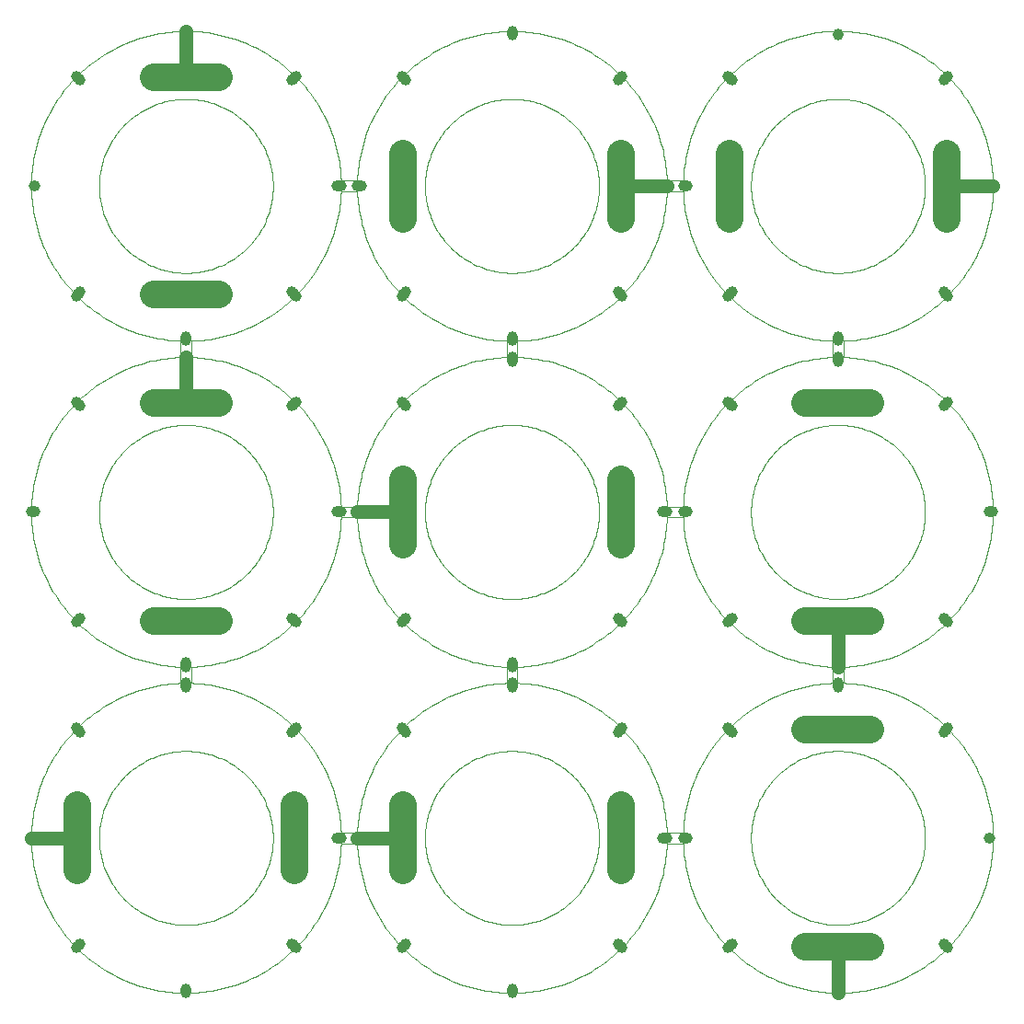
<source format=gtl>
G75*
%MOIN*%
%OFA0B0*%
%FSLAX25Y25*%
%IPPOS*%
%LPD*%
%AMOC8*
5,1,8,0,0,1.08239X$1,22.5*
%
%ADD10C,0.00039*%
%ADD11C,0.03962*%
%ADD12C,0.07087*%
%ADD13C,0.09843*%
%ADD14C,0.04921*%
D10*
X0019322Y0049341D02*
X0019322Y0072963D01*
X0019321Y0072963D02*
X0019323Y0073061D01*
X0019329Y0073159D01*
X0019338Y0073256D01*
X0019352Y0073353D01*
X0019369Y0073449D01*
X0019391Y0073545D01*
X0019416Y0073639D01*
X0019444Y0073733D01*
X0019477Y0073825D01*
X0019513Y0073916D01*
X0019553Y0074006D01*
X0019596Y0074093D01*
X0019643Y0074179D01*
X0019693Y0074263D01*
X0019746Y0074345D01*
X0019803Y0074425D01*
X0019862Y0074503D01*
X0019925Y0074578D01*
X0019991Y0074651D01*
X0020059Y0074720D01*
X0020130Y0074788D01*
X0020204Y0074852D01*
X0020281Y0074913D01*
X0020359Y0074971D01*
X0020440Y0075026D01*
X0020523Y0075078D01*
X0020608Y0075126D01*
X0020695Y0075171D01*
X0020784Y0075213D01*
X0020874Y0075250D01*
X0020966Y0075285D01*
X0021059Y0075315D01*
X0021153Y0075342D01*
X0021248Y0075365D01*
X0021344Y0075385D01*
X0021441Y0075400D01*
X0021538Y0075412D01*
X0021635Y0075420D01*
X0021733Y0075424D01*
X0021831Y0075424D01*
X0021929Y0075420D01*
X0022026Y0075412D01*
X0022123Y0075400D01*
X0022220Y0075385D01*
X0022316Y0075365D01*
X0022411Y0075342D01*
X0022505Y0075315D01*
X0022598Y0075285D01*
X0022690Y0075250D01*
X0022780Y0075213D01*
X0022869Y0075171D01*
X0022956Y0075126D01*
X0023041Y0075078D01*
X0023124Y0075026D01*
X0023205Y0074971D01*
X0023283Y0074913D01*
X0023360Y0074852D01*
X0023434Y0074788D01*
X0023505Y0074720D01*
X0023573Y0074651D01*
X0023639Y0074578D01*
X0023702Y0074503D01*
X0023761Y0074425D01*
X0023818Y0074345D01*
X0023871Y0074263D01*
X0023921Y0074179D01*
X0023968Y0074093D01*
X0024011Y0074006D01*
X0024051Y0073916D01*
X0024087Y0073825D01*
X0024120Y0073733D01*
X0024148Y0073639D01*
X0024173Y0073545D01*
X0024195Y0073449D01*
X0024212Y0073353D01*
X0024226Y0073256D01*
X0024235Y0073159D01*
X0024241Y0073061D01*
X0024243Y0072963D01*
X0024243Y0049341D01*
X0024241Y0049243D01*
X0024235Y0049145D01*
X0024226Y0049048D01*
X0024212Y0048951D01*
X0024195Y0048855D01*
X0024173Y0048759D01*
X0024148Y0048665D01*
X0024120Y0048571D01*
X0024087Y0048479D01*
X0024051Y0048388D01*
X0024011Y0048298D01*
X0023968Y0048211D01*
X0023921Y0048125D01*
X0023871Y0048041D01*
X0023818Y0047959D01*
X0023761Y0047879D01*
X0023702Y0047801D01*
X0023639Y0047726D01*
X0023573Y0047653D01*
X0023505Y0047584D01*
X0023434Y0047516D01*
X0023360Y0047452D01*
X0023283Y0047391D01*
X0023205Y0047333D01*
X0023124Y0047278D01*
X0023041Y0047226D01*
X0022956Y0047178D01*
X0022869Y0047133D01*
X0022780Y0047091D01*
X0022690Y0047054D01*
X0022598Y0047019D01*
X0022505Y0046989D01*
X0022411Y0046962D01*
X0022316Y0046939D01*
X0022220Y0046919D01*
X0022123Y0046904D01*
X0022026Y0046892D01*
X0021929Y0046884D01*
X0021831Y0046880D01*
X0021733Y0046880D01*
X0021635Y0046884D01*
X0021538Y0046892D01*
X0021441Y0046904D01*
X0021344Y0046919D01*
X0021248Y0046939D01*
X0021153Y0046962D01*
X0021059Y0046989D01*
X0020966Y0047019D01*
X0020874Y0047054D01*
X0020784Y0047091D01*
X0020695Y0047133D01*
X0020608Y0047178D01*
X0020523Y0047226D01*
X0020440Y0047278D01*
X0020359Y0047333D01*
X0020281Y0047391D01*
X0020204Y0047452D01*
X0020130Y0047516D01*
X0020059Y0047584D01*
X0019991Y0047653D01*
X0019925Y0047726D01*
X0019862Y0047801D01*
X0019803Y0047879D01*
X0019746Y0047959D01*
X0019693Y0048041D01*
X0019643Y0048125D01*
X0019596Y0048211D01*
X0019553Y0048298D01*
X0019513Y0048388D01*
X0019477Y0048479D01*
X0019444Y0048571D01*
X0019416Y0048665D01*
X0019391Y0048759D01*
X0019369Y0048855D01*
X0019352Y0048951D01*
X0019338Y0049048D01*
X0019329Y0049145D01*
X0019323Y0049243D01*
X0019321Y0049341D01*
X0021782Y0049341D02*
X0021782Y0072963D01*
X0063121Y0117254D02*
X0064478Y0117190D01*
X0065833Y0117094D01*
X0067185Y0116964D01*
X0068534Y0116801D01*
X0069879Y0116606D01*
X0071219Y0116379D01*
X0072552Y0116119D01*
X0073879Y0115827D01*
X0075199Y0115503D01*
X0076510Y0115147D01*
X0077812Y0114760D01*
X0079105Y0114341D01*
X0080387Y0113891D01*
X0081658Y0113410D01*
X0082916Y0112898D01*
X0084162Y0112356D01*
X0085395Y0111785D01*
X0086613Y0111183D01*
X0087816Y0110552D01*
X0089004Y0109892D01*
X0090176Y0109204D01*
X0091330Y0108488D01*
X0092467Y0107743D01*
X0093585Y0106972D01*
X0094685Y0106173D01*
X0095764Y0105349D01*
X0096824Y0104498D01*
X0097862Y0103622D01*
X0098880Y0102721D01*
X0099875Y0101796D01*
X0100847Y0100847D01*
X0101796Y0099875D01*
X0102721Y0098880D01*
X0103622Y0097862D01*
X0104498Y0096824D01*
X0105349Y0095764D01*
X0106173Y0094685D01*
X0106972Y0093585D01*
X0107743Y0092467D01*
X0108488Y0091330D01*
X0109204Y0090176D01*
X0109892Y0089004D01*
X0110552Y0087816D01*
X0111183Y0086613D01*
X0111785Y0085395D01*
X0112356Y0084162D01*
X0112898Y0082916D01*
X0113410Y0081658D01*
X0113891Y0080387D01*
X0114341Y0079105D01*
X0114760Y0077812D01*
X0115147Y0076510D01*
X0115503Y0075199D01*
X0115827Y0073879D01*
X0116119Y0072552D01*
X0116379Y0071219D01*
X0116606Y0069879D01*
X0116801Y0068534D01*
X0116964Y0067185D01*
X0117094Y0065833D01*
X0117190Y0064478D01*
X0117254Y0063121D01*
X0117255Y0063121D02*
X0123160Y0063121D01*
X0123160Y0059184D02*
X0117255Y0059184D01*
X0102983Y0049341D02*
X0102983Y0072963D01*
X0102981Y0073061D01*
X0102975Y0073159D01*
X0102966Y0073256D01*
X0102952Y0073353D01*
X0102935Y0073449D01*
X0102913Y0073545D01*
X0102888Y0073639D01*
X0102860Y0073733D01*
X0102827Y0073825D01*
X0102791Y0073916D01*
X0102751Y0074006D01*
X0102708Y0074093D01*
X0102661Y0074179D01*
X0102611Y0074263D01*
X0102558Y0074345D01*
X0102501Y0074425D01*
X0102442Y0074503D01*
X0102379Y0074578D01*
X0102313Y0074651D01*
X0102245Y0074720D01*
X0102174Y0074788D01*
X0102100Y0074852D01*
X0102023Y0074913D01*
X0101945Y0074971D01*
X0101864Y0075026D01*
X0101781Y0075078D01*
X0101696Y0075126D01*
X0101609Y0075171D01*
X0101520Y0075213D01*
X0101430Y0075250D01*
X0101338Y0075285D01*
X0101245Y0075315D01*
X0101151Y0075342D01*
X0101056Y0075365D01*
X0100960Y0075385D01*
X0100863Y0075400D01*
X0100766Y0075412D01*
X0100669Y0075420D01*
X0100571Y0075424D01*
X0100473Y0075424D01*
X0100375Y0075420D01*
X0100278Y0075412D01*
X0100181Y0075400D01*
X0100084Y0075385D01*
X0099988Y0075365D01*
X0099893Y0075342D01*
X0099799Y0075315D01*
X0099706Y0075285D01*
X0099614Y0075250D01*
X0099524Y0075213D01*
X0099435Y0075171D01*
X0099348Y0075126D01*
X0099263Y0075078D01*
X0099180Y0075026D01*
X0099099Y0074971D01*
X0099021Y0074913D01*
X0098944Y0074852D01*
X0098870Y0074788D01*
X0098799Y0074720D01*
X0098731Y0074651D01*
X0098665Y0074578D01*
X0098602Y0074503D01*
X0098543Y0074425D01*
X0098486Y0074345D01*
X0098433Y0074263D01*
X0098383Y0074179D01*
X0098336Y0074093D01*
X0098293Y0074006D01*
X0098253Y0073916D01*
X0098217Y0073825D01*
X0098184Y0073733D01*
X0098156Y0073639D01*
X0098131Y0073545D01*
X0098109Y0073449D01*
X0098092Y0073353D01*
X0098078Y0073256D01*
X0098069Y0073159D01*
X0098063Y0073061D01*
X0098061Y0072963D01*
X0098062Y0072963D02*
X0098062Y0049341D01*
X0098061Y0049341D02*
X0098063Y0049243D01*
X0098069Y0049145D01*
X0098078Y0049048D01*
X0098092Y0048951D01*
X0098109Y0048855D01*
X0098131Y0048759D01*
X0098156Y0048665D01*
X0098184Y0048571D01*
X0098217Y0048479D01*
X0098253Y0048388D01*
X0098293Y0048298D01*
X0098336Y0048211D01*
X0098383Y0048125D01*
X0098433Y0048041D01*
X0098486Y0047959D01*
X0098543Y0047879D01*
X0098602Y0047801D01*
X0098665Y0047726D01*
X0098731Y0047653D01*
X0098799Y0047584D01*
X0098870Y0047516D01*
X0098944Y0047452D01*
X0099021Y0047391D01*
X0099099Y0047333D01*
X0099180Y0047278D01*
X0099263Y0047226D01*
X0099348Y0047178D01*
X0099435Y0047133D01*
X0099524Y0047091D01*
X0099614Y0047054D01*
X0099706Y0047019D01*
X0099799Y0046989D01*
X0099893Y0046962D01*
X0099988Y0046939D01*
X0100084Y0046919D01*
X0100181Y0046904D01*
X0100278Y0046892D01*
X0100375Y0046884D01*
X0100473Y0046880D01*
X0100571Y0046880D01*
X0100669Y0046884D01*
X0100766Y0046892D01*
X0100863Y0046904D01*
X0100960Y0046919D01*
X0101056Y0046939D01*
X0101151Y0046962D01*
X0101245Y0046989D01*
X0101338Y0047019D01*
X0101430Y0047054D01*
X0101520Y0047091D01*
X0101609Y0047133D01*
X0101696Y0047178D01*
X0101781Y0047226D01*
X0101864Y0047278D01*
X0101945Y0047333D01*
X0102023Y0047391D01*
X0102100Y0047452D01*
X0102174Y0047516D01*
X0102245Y0047584D01*
X0102313Y0047653D01*
X0102379Y0047726D01*
X0102442Y0047801D01*
X0102501Y0047879D01*
X0102558Y0047959D01*
X0102611Y0048041D01*
X0102661Y0048125D01*
X0102708Y0048211D01*
X0102751Y0048298D01*
X0102791Y0048388D01*
X0102827Y0048479D01*
X0102860Y0048571D01*
X0102888Y0048665D01*
X0102913Y0048759D01*
X0102935Y0048855D01*
X0102952Y0048951D01*
X0102966Y0049048D01*
X0102975Y0049145D01*
X0102981Y0049243D01*
X0102983Y0049341D01*
X0100522Y0049341D02*
X0100522Y0072963D01*
X0137432Y0072963D02*
X0137432Y0049341D01*
X0137434Y0049243D01*
X0137440Y0049145D01*
X0137449Y0049048D01*
X0137463Y0048951D01*
X0137480Y0048855D01*
X0137502Y0048759D01*
X0137527Y0048665D01*
X0137555Y0048571D01*
X0137588Y0048479D01*
X0137624Y0048388D01*
X0137664Y0048298D01*
X0137707Y0048211D01*
X0137754Y0048125D01*
X0137804Y0048041D01*
X0137857Y0047959D01*
X0137914Y0047879D01*
X0137973Y0047801D01*
X0138036Y0047726D01*
X0138102Y0047653D01*
X0138170Y0047584D01*
X0138241Y0047516D01*
X0138315Y0047452D01*
X0138392Y0047391D01*
X0138470Y0047333D01*
X0138551Y0047278D01*
X0138634Y0047226D01*
X0138719Y0047178D01*
X0138806Y0047133D01*
X0138895Y0047091D01*
X0138985Y0047054D01*
X0139077Y0047019D01*
X0139170Y0046989D01*
X0139264Y0046962D01*
X0139359Y0046939D01*
X0139455Y0046919D01*
X0139552Y0046904D01*
X0139649Y0046892D01*
X0139746Y0046884D01*
X0139844Y0046880D01*
X0139942Y0046880D01*
X0140040Y0046884D01*
X0140137Y0046892D01*
X0140234Y0046904D01*
X0140331Y0046919D01*
X0140427Y0046939D01*
X0140522Y0046962D01*
X0140616Y0046989D01*
X0140709Y0047019D01*
X0140801Y0047054D01*
X0140891Y0047091D01*
X0140980Y0047133D01*
X0141067Y0047178D01*
X0141152Y0047226D01*
X0141235Y0047278D01*
X0141316Y0047333D01*
X0141394Y0047391D01*
X0141471Y0047452D01*
X0141545Y0047516D01*
X0141616Y0047584D01*
X0141684Y0047653D01*
X0141750Y0047726D01*
X0141813Y0047801D01*
X0141872Y0047879D01*
X0141929Y0047959D01*
X0141982Y0048041D01*
X0142032Y0048125D01*
X0142079Y0048211D01*
X0142122Y0048298D01*
X0142162Y0048388D01*
X0142198Y0048479D01*
X0142231Y0048571D01*
X0142259Y0048665D01*
X0142284Y0048759D01*
X0142306Y0048855D01*
X0142323Y0048951D01*
X0142337Y0049048D01*
X0142346Y0049145D01*
X0142352Y0049243D01*
X0142354Y0049341D01*
X0142353Y0049341D02*
X0142353Y0072963D01*
X0142354Y0072963D02*
X0142352Y0073061D01*
X0142346Y0073159D01*
X0142337Y0073256D01*
X0142323Y0073353D01*
X0142306Y0073449D01*
X0142284Y0073545D01*
X0142259Y0073639D01*
X0142231Y0073733D01*
X0142198Y0073825D01*
X0142162Y0073916D01*
X0142122Y0074006D01*
X0142079Y0074093D01*
X0142032Y0074179D01*
X0141982Y0074263D01*
X0141929Y0074345D01*
X0141872Y0074425D01*
X0141813Y0074503D01*
X0141750Y0074578D01*
X0141684Y0074651D01*
X0141616Y0074720D01*
X0141545Y0074788D01*
X0141471Y0074852D01*
X0141394Y0074913D01*
X0141316Y0074971D01*
X0141235Y0075026D01*
X0141152Y0075078D01*
X0141067Y0075126D01*
X0140980Y0075171D01*
X0140891Y0075213D01*
X0140801Y0075250D01*
X0140709Y0075285D01*
X0140616Y0075315D01*
X0140522Y0075342D01*
X0140427Y0075365D01*
X0140331Y0075385D01*
X0140234Y0075400D01*
X0140137Y0075412D01*
X0140040Y0075420D01*
X0139942Y0075424D01*
X0139844Y0075424D01*
X0139746Y0075420D01*
X0139649Y0075412D01*
X0139552Y0075400D01*
X0139455Y0075385D01*
X0139359Y0075365D01*
X0139264Y0075342D01*
X0139170Y0075315D01*
X0139077Y0075285D01*
X0138985Y0075250D01*
X0138895Y0075213D01*
X0138806Y0075171D01*
X0138719Y0075126D01*
X0138634Y0075078D01*
X0138551Y0075026D01*
X0138470Y0074971D01*
X0138392Y0074913D01*
X0138315Y0074852D01*
X0138241Y0074788D01*
X0138170Y0074720D01*
X0138102Y0074651D01*
X0138036Y0074578D01*
X0137973Y0074503D01*
X0137914Y0074425D01*
X0137857Y0074345D01*
X0137804Y0074263D01*
X0137754Y0074179D01*
X0137707Y0074093D01*
X0137664Y0074006D01*
X0137624Y0073916D01*
X0137588Y0073825D01*
X0137555Y0073733D01*
X0137527Y0073639D01*
X0137502Y0073545D01*
X0137480Y0073449D01*
X0137463Y0073353D01*
X0137449Y0073256D01*
X0137440Y0073159D01*
X0137434Y0073061D01*
X0137432Y0072963D01*
X0139893Y0072963D02*
X0139893Y0049341D01*
X0181232Y0117254D02*
X0182589Y0117190D01*
X0183944Y0117094D01*
X0185296Y0116964D01*
X0186645Y0116801D01*
X0187990Y0116606D01*
X0189330Y0116379D01*
X0190663Y0116119D01*
X0191990Y0115827D01*
X0193310Y0115503D01*
X0194621Y0115147D01*
X0195923Y0114760D01*
X0197216Y0114341D01*
X0198498Y0113891D01*
X0199769Y0113410D01*
X0201027Y0112898D01*
X0202273Y0112356D01*
X0203506Y0111785D01*
X0204724Y0111183D01*
X0205927Y0110552D01*
X0207115Y0109892D01*
X0208287Y0109204D01*
X0209441Y0108488D01*
X0210578Y0107743D01*
X0211696Y0106972D01*
X0212796Y0106173D01*
X0213875Y0105349D01*
X0214935Y0104498D01*
X0215973Y0103622D01*
X0216991Y0102721D01*
X0217986Y0101796D01*
X0218958Y0100847D01*
X0219907Y0099875D01*
X0220832Y0098880D01*
X0221733Y0097862D01*
X0222609Y0096824D01*
X0223460Y0095764D01*
X0224284Y0094685D01*
X0225083Y0093585D01*
X0225854Y0092467D01*
X0226599Y0091330D01*
X0227315Y0090176D01*
X0228003Y0089004D01*
X0228663Y0087816D01*
X0229294Y0086613D01*
X0229896Y0085395D01*
X0230467Y0084162D01*
X0231009Y0082916D01*
X0231521Y0081658D01*
X0232002Y0080387D01*
X0232452Y0079105D01*
X0232871Y0077812D01*
X0233258Y0076510D01*
X0233614Y0075199D01*
X0233938Y0073879D01*
X0234230Y0072552D01*
X0234490Y0071219D01*
X0234717Y0069879D01*
X0234912Y0068534D01*
X0235075Y0067185D01*
X0235205Y0065833D01*
X0235301Y0064478D01*
X0235365Y0063121D01*
X0241270Y0063121D01*
X0241270Y0059184D02*
X0235365Y0059184D01*
X0221093Y0049341D02*
X0221093Y0072963D01*
X0221094Y0072963D02*
X0221092Y0073061D01*
X0221086Y0073159D01*
X0221077Y0073256D01*
X0221063Y0073353D01*
X0221046Y0073449D01*
X0221024Y0073545D01*
X0220999Y0073639D01*
X0220971Y0073733D01*
X0220938Y0073825D01*
X0220902Y0073916D01*
X0220862Y0074006D01*
X0220819Y0074093D01*
X0220772Y0074179D01*
X0220722Y0074263D01*
X0220669Y0074345D01*
X0220612Y0074425D01*
X0220553Y0074503D01*
X0220490Y0074578D01*
X0220424Y0074651D01*
X0220356Y0074720D01*
X0220285Y0074788D01*
X0220211Y0074852D01*
X0220134Y0074913D01*
X0220056Y0074971D01*
X0219975Y0075026D01*
X0219892Y0075078D01*
X0219807Y0075126D01*
X0219720Y0075171D01*
X0219631Y0075213D01*
X0219541Y0075250D01*
X0219449Y0075285D01*
X0219356Y0075315D01*
X0219262Y0075342D01*
X0219167Y0075365D01*
X0219071Y0075385D01*
X0218974Y0075400D01*
X0218877Y0075412D01*
X0218780Y0075420D01*
X0218682Y0075424D01*
X0218584Y0075424D01*
X0218486Y0075420D01*
X0218389Y0075412D01*
X0218292Y0075400D01*
X0218195Y0075385D01*
X0218099Y0075365D01*
X0218004Y0075342D01*
X0217910Y0075315D01*
X0217817Y0075285D01*
X0217725Y0075250D01*
X0217635Y0075213D01*
X0217546Y0075171D01*
X0217459Y0075126D01*
X0217374Y0075078D01*
X0217291Y0075026D01*
X0217210Y0074971D01*
X0217132Y0074913D01*
X0217055Y0074852D01*
X0216981Y0074788D01*
X0216910Y0074720D01*
X0216842Y0074651D01*
X0216776Y0074578D01*
X0216713Y0074503D01*
X0216654Y0074425D01*
X0216597Y0074345D01*
X0216544Y0074263D01*
X0216494Y0074179D01*
X0216447Y0074093D01*
X0216404Y0074006D01*
X0216364Y0073916D01*
X0216328Y0073825D01*
X0216295Y0073733D01*
X0216267Y0073639D01*
X0216242Y0073545D01*
X0216220Y0073449D01*
X0216203Y0073353D01*
X0216189Y0073256D01*
X0216180Y0073159D01*
X0216174Y0073061D01*
X0216172Y0072963D01*
X0216172Y0049341D01*
X0216174Y0049243D01*
X0216180Y0049145D01*
X0216189Y0049048D01*
X0216203Y0048951D01*
X0216220Y0048855D01*
X0216242Y0048759D01*
X0216267Y0048665D01*
X0216295Y0048571D01*
X0216328Y0048479D01*
X0216364Y0048388D01*
X0216404Y0048298D01*
X0216447Y0048211D01*
X0216494Y0048125D01*
X0216544Y0048041D01*
X0216597Y0047959D01*
X0216654Y0047879D01*
X0216713Y0047801D01*
X0216776Y0047726D01*
X0216842Y0047653D01*
X0216910Y0047584D01*
X0216981Y0047516D01*
X0217055Y0047452D01*
X0217132Y0047391D01*
X0217210Y0047333D01*
X0217291Y0047278D01*
X0217374Y0047226D01*
X0217459Y0047178D01*
X0217546Y0047133D01*
X0217635Y0047091D01*
X0217725Y0047054D01*
X0217817Y0047019D01*
X0217910Y0046989D01*
X0218004Y0046962D01*
X0218099Y0046939D01*
X0218195Y0046919D01*
X0218292Y0046904D01*
X0218389Y0046892D01*
X0218486Y0046884D01*
X0218584Y0046880D01*
X0218682Y0046880D01*
X0218780Y0046884D01*
X0218877Y0046892D01*
X0218974Y0046904D01*
X0219071Y0046919D01*
X0219167Y0046939D01*
X0219262Y0046962D01*
X0219356Y0046989D01*
X0219449Y0047019D01*
X0219541Y0047054D01*
X0219631Y0047091D01*
X0219720Y0047133D01*
X0219807Y0047178D01*
X0219892Y0047226D01*
X0219975Y0047278D01*
X0220056Y0047333D01*
X0220134Y0047391D01*
X0220211Y0047452D01*
X0220285Y0047516D01*
X0220356Y0047584D01*
X0220424Y0047653D01*
X0220490Y0047726D01*
X0220553Y0047801D01*
X0220612Y0047879D01*
X0220669Y0047959D01*
X0220722Y0048041D01*
X0220772Y0048125D01*
X0220819Y0048211D01*
X0220862Y0048298D01*
X0220902Y0048388D01*
X0220938Y0048479D01*
X0220971Y0048571D01*
X0220999Y0048665D01*
X0221024Y0048759D01*
X0221046Y0048855D01*
X0221063Y0048951D01*
X0221077Y0049048D01*
X0221086Y0049145D01*
X0221092Y0049243D01*
X0221094Y0049341D01*
X0218633Y0049341D02*
X0218633Y0072963D01*
X0235365Y0059183D02*
X0235301Y0057817D01*
X0235203Y0056452D01*
X0235072Y0055090D01*
X0234907Y0053731D01*
X0234710Y0052377D01*
X0234480Y0051028D01*
X0234216Y0049685D01*
X0233921Y0048349D01*
X0233592Y0047021D01*
X0233232Y0045701D01*
X0232839Y0044390D01*
X0232415Y0043089D01*
X0231959Y0041799D01*
X0231471Y0040520D01*
X0230953Y0039254D01*
X0230404Y0038001D01*
X0229824Y0036761D01*
X0229215Y0035536D01*
X0228575Y0034326D01*
X0227907Y0033132D01*
X0227210Y0031955D01*
X0226484Y0030795D01*
X0225730Y0029653D01*
X0224948Y0028529D01*
X0224139Y0027426D01*
X0223304Y0026342D01*
X0222442Y0025279D01*
X0221555Y0024237D01*
X0220643Y0023217D01*
X0219706Y0022220D01*
X0218745Y0021245D01*
X0217761Y0020295D01*
X0216753Y0019369D01*
X0215724Y0018467D01*
X0214672Y0017591D01*
X0213600Y0016741D01*
X0212508Y0015917D01*
X0211395Y0015121D01*
X0210264Y0014351D01*
X0209114Y0013609D01*
X0207946Y0012896D01*
X0206761Y0012211D01*
X0205560Y0011555D01*
X0204343Y0010929D01*
X0203112Y0010333D01*
X0201866Y0009767D01*
X0200607Y0009231D01*
X0199335Y0008726D01*
X0198051Y0008252D01*
X0196756Y0007810D01*
X0195451Y0007400D01*
X0194136Y0007021D01*
X0192812Y0006675D01*
X0191480Y0006361D01*
X0190141Y0006079D01*
X0188796Y0005830D01*
X0187444Y0005614D01*
X0186088Y0005431D01*
X0184728Y0005282D01*
X0183365Y0005165D01*
X0181999Y0005082D01*
X0180631Y0005032D01*
X0179263Y0005015D01*
X0177895Y0005032D01*
X0176527Y0005082D01*
X0175161Y0005165D01*
X0173798Y0005282D01*
X0172438Y0005431D01*
X0171082Y0005614D01*
X0169730Y0005830D01*
X0168385Y0006079D01*
X0167046Y0006361D01*
X0165714Y0006675D01*
X0164390Y0007021D01*
X0163075Y0007400D01*
X0161770Y0007810D01*
X0160475Y0008252D01*
X0159191Y0008726D01*
X0157919Y0009231D01*
X0156660Y0009767D01*
X0155414Y0010333D01*
X0154183Y0010929D01*
X0152966Y0011555D01*
X0151765Y0012211D01*
X0150580Y0012896D01*
X0149412Y0013609D01*
X0148262Y0014351D01*
X0147131Y0015121D01*
X0146018Y0015917D01*
X0144926Y0016741D01*
X0143854Y0017591D01*
X0142802Y0018467D01*
X0141773Y0019369D01*
X0140765Y0020295D01*
X0139781Y0021245D01*
X0138820Y0022220D01*
X0137883Y0023217D01*
X0136971Y0024237D01*
X0136084Y0025279D01*
X0135222Y0026342D01*
X0134387Y0027426D01*
X0133578Y0028529D01*
X0132796Y0029653D01*
X0132042Y0030795D01*
X0131316Y0031955D01*
X0130619Y0033132D01*
X0129951Y0034326D01*
X0129311Y0035536D01*
X0128702Y0036761D01*
X0128122Y0038001D01*
X0127573Y0039254D01*
X0127055Y0040520D01*
X0126567Y0041799D01*
X0126111Y0043089D01*
X0125687Y0044390D01*
X0125294Y0045701D01*
X0124934Y0047021D01*
X0124605Y0048349D01*
X0124310Y0049685D01*
X0124046Y0051028D01*
X0123816Y0052377D01*
X0123619Y0053731D01*
X0123454Y0055090D01*
X0123323Y0056452D01*
X0123225Y0057817D01*
X0123161Y0059183D01*
X0123161Y0063121D02*
X0123225Y0064478D01*
X0123321Y0065833D01*
X0123451Y0067185D01*
X0123614Y0068534D01*
X0123809Y0069879D01*
X0124036Y0071219D01*
X0124296Y0072552D01*
X0124588Y0073879D01*
X0124912Y0075199D01*
X0125268Y0076510D01*
X0125655Y0077812D01*
X0126074Y0079105D01*
X0126524Y0080387D01*
X0127005Y0081658D01*
X0127517Y0082916D01*
X0128059Y0084162D01*
X0128630Y0085395D01*
X0129232Y0086613D01*
X0129863Y0087816D01*
X0130523Y0089004D01*
X0131211Y0090176D01*
X0131927Y0091330D01*
X0132672Y0092467D01*
X0133443Y0093585D01*
X0134242Y0094685D01*
X0135066Y0095764D01*
X0135917Y0096824D01*
X0136793Y0097862D01*
X0137694Y0098880D01*
X0138619Y0099875D01*
X0139568Y0100847D01*
X0140540Y0101796D01*
X0141535Y0102721D01*
X0142553Y0103622D01*
X0143591Y0104498D01*
X0144651Y0105349D01*
X0145730Y0106173D01*
X0146830Y0106972D01*
X0147948Y0107743D01*
X0149085Y0108488D01*
X0150239Y0109204D01*
X0151411Y0109892D01*
X0152599Y0110552D01*
X0153802Y0111183D01*
X0155020Y0111785D01*
X0156253Y0112356D01*
X0157499Y0112898D01*
X0158757Y0113410D01*
X0160028Y0113891D01*
X0161310Y0114341D01*
X0162603Y0114760D01*
X0163905Y0115147D01*
X0165216Y0115503D01*
X0166536Y0115827D01*
X0167863Y0116119D01*
X0169196Y0116379D01*
X0170536Y0116606D01*
X0171881Y0116801D01*
X0173230Y0116964D01*
X0174582Y0117094D01*
X0175937Y0117190D01*
X0177294Y0117254D01*
X0177294Y0117255D02*
X0177294Y0123160D01*
X0181231Y0123160D02*
X0181231Y0117255D01*
X0216172Y0167452D02*
X0216172Y0191074D01*
X0216174Y0191172D01*
X0216180Y0191270D01*
X0216189Y0191367D01*
X0216203Y0191464D01*
X0216220Y0191560D01*
X0216242Y0191656D01*
X0216267Y0191750D01*
X0216295Y0191844D01*
X0216328Y0191936D01*
X0216364Y0192027D01*
X0216404Y0192117D01*
X0216447Y0192204D01*
X0216494Y0192290D01*
X0216544Y0192374D01*
X0216597Y0192456D01*
X0216654Y0192536D01*
X0216713Y0192614D01*
X0216776Y0192689D01*
X0216842Y0192762D01*
X0216910Y0192831D01*
X0216981Y0192899D01*
X0217055Y0192963D01*
X0217132Y0193024D01*
X0217210Y0193082D01*
X0217291Y0193137D01*
X0217374Y0193189D01*
X0217459Y0193237D01*
X0217546Y0193282D01*
X0217635Y0193324D01*
X0217725Y0193361D01*
X0217817Y0193396D01*
X0217910Y0193426D01*
X0218004Y0193453D01*
X0218099Y0193476D01*
X0218195Y0193496D01*
X0218292Y0193511D01*
X0218389Y0193523D01*
X0218486Y0193531D01*
X0218584Y0193535D01*
X0218682Y0193535D01*
X0218780Y0193531D01*
X0218877Y0193523D01*
X0218974Y0193511D01*
X0219071Y0193496D01*
X0219167Y0193476D01*
X0219262Y0193453D01*
X0219356Y0193426D01*
X0219449Y0193396D01*
X0219541Y0193361D01*
X0219631Y0193324D01*
X0219720Y0193282D01*
X0219807Y0193237D01*
X0219892Y0193189D01*
X0219975Y0193137D01*
X0220056Y0193082D01*
X0220134Y0193024D01*
X0220211Y0192963D01*
X0220285Y0192899D01*
X0220356Y0192831D01*
X0220424Y0192762D01*
X0220490Y0192689D01*
X0220553Y0192614D01*
X0220612Y0192536D01*
X0220669Y0192456D01*
X0220722Y0192374D01*
X0220772Y0192290D01*
X0220819Y0192204D01*
X0220862Y0192117D01*
X0220902Y0192027D01*
X0220938Y0191936D01*
X0220971Y0191844D01*
X0220999Y0191750D01*
X0221024Y0191656D01*
X0221046Y0191560D01*
X0221063Y0191464D01*
X0221077Y0191367D01*
X0221086Y0191270D01*
X0221092Y0191172D01*
X0221094Y0191074D01*
X0221093Y0191074D02*
X0221093Y0167452D01*
X0221094Y0167452D02*
X0221092Y0167354D01*
X0221086Y0167256D01*
X0221077Y0167159D01*
X0221063Y0167062D01*
X0221046Y0166966D01*
X0221024Y0166870D01*
X0220999Y0166776D01*
X0220971Y0166682D01*
X0220938Y0166590D01*
X0220902Y0166499D01*
X0220862Y0166409D01*
X0220819Y0166322D01*
X0220772Y0166236D01*
X0220722Y0166152D01*
X0220669Y0166070D01*
X0220612Y0165990D01*
X0220553Y0165912D01*
X0220490Y0165837D01*
X0220424Y0165764D01*
X0220356Y0165695D01*
X0220285Y0165627D01*
X0220211Y0165563D01*
X0220134Y0165502D01*
X0220056Y0165444D01*
X0219975Y0165389D01*
X0219892Y0165337D01*
X0219807Y0165289D01*
X0219720Y0165244D01*
X0219631Y0165202D01*
X0219541Y0165165D01*
X0219449Y0165130D01*
X0219356Y0165100D01*
X0219262Y0165073D01*
X0219167Y0165050D01*
X0219071Y0165030D01*
X0218974Y0165015D01*
X0218877Y0165003D01*
X0218780Y0164995D01*
X0218682Y0164991D01*
X0218584Y0164991D01*
X0218486Y0164995D01*
X0218389Y0165003D01*
X0218292Y0165015D01*
X0218195Y0165030D01*
X0218099Y0165050D01*
X0218004Y0165073D01*
X0217910Y0165100D01*
X0217817Y0165130D01*
X0217725Y0165165D01*
X0217635Y0165202D01*
X0217546Y0165244D01*
X0217459Y0165289D01*
X0217374Y0165337D01*
X0217291Y0165389D01*
X0217210Y0165444D01*
X0217132Y0165502D01*
X0217055Y0165563D01*
X0216981Y0165627D01*
X0216910Y0165695D01*
X0216842Y0165764D01*
X0216776Y0165837D01*
X0216713Y0165912D01*
X0216654Y0165990D01*
X0216597Y0166070D01*
X0216544Y0166152D01*
X0216494Y0166236D01*
X0216447Y0166322D01*
X0216404Y0166409D01*
X0216364Y0166499D01*
X0216328Y0166590D01*
X0216295Y0166682D01*
X0216267Y0166776D01*
X0216242Y0166870D01*
X0216220Y0166966D01*
X0216203Y0167062D01*
X0216189Y0167159D01*
X0216180Y0167256D01*
X0216174Y0167354D01*
X0216172Y0167452D01*
X0218633Y0167452D02*
X0218633Y0191074D01*
X0235365Y0181231D02*
X0241270Y0181231D01*
X0241270Y0177294D02*
X0235365Y0177294D01*
X0285562Y0142353D02*
X0309184Y0142353D01*
X0309184Y0142354D02*
X0309282Y0142352D01*
X0309380Y0142346D01*
X0309477Y0142337D01*
X0309574Y0142323D01*
X0309670Y0142306D01*
X0309766Y0142284D01*
X0309860Y0142259D01*
X0309954Y0142231D01*
X0310046Y0142198D01*
X0310137Y0142162D01*
X0310227Y0142122D01*
X0310314Y0142079D01*
X0310400Y0142032D01*
X0310484Y0141982D01*
X0310566Y0141929D01*
X0310646Y0141872D01*
X0310724Y0141813D01*
X0310799Y0141750D01*
X0310872Y0141684D01*
X0310941Y0141616D01*
X0311009Y0141545D01*
X0311073Y0141471D01*
X0311134Y0141394D01*
X0311192Y0141316D01*
X0311247Y0141235D01*
X0311299Y0141152D01*
X0311347Y0141067D01*
X0311392Y0140980D01*
X0311434Y0140891D01*
X0311471Y0140801D01*
X0311506Y0140709D01*
X0311536Y0140616D01*
X0311563Y0140522D01*
X0311586Y0140427D01*
X0311606Y0140331D01*
X0311621Y0140234D01*
X0311633Y0140137D01*
X0311641Y0140040D01*
X0311645Y0139942D01*
X0311645Y0139844D01*
X0311641Y0139746D01*
X0311633Y0139649D01*
X0311621Y0139552D01*
X0311606Y0139455D01*
X0311586Y0139359D01*
X0311563Y0139264D01*
X0311536Y0139170D01*
X0311506Y0139077D01*
X0311471Y0138985D01*
X0311434Y0138895D01*
X0311392Y0138806D01*
X0311347Y0138719D01*
X0311299Y0138634D01*
X0311247Y0138551D01*
X0311192Y0138470D01*
X0311134Y0138392D01*
X0311073Y0138315D01*
X0311009Y0138241D01*
X0310941Y0138170D01*
X0310872Y0138102D01*
X0310799Y0138036D01*
X0310724Y0137973D01*
X0310646Y0137914D01*
X0310566Y0137857D01*
X0310484Y0137804D01*
X0310400Y0137754D01*
X0310314Y0137707D01*
X0310227Y0137664D01*
X0310137Y0137624D01*
X0310046Y0137588D01*
X0309954Y0137555D01*
X0309860Y0137527D01*
X0309766Y0137502D01*
X0309670Y0137480D01*
X0309574Y0137463D01*
X0309477Y0137449D01*
X0309380Y0137440D01*
X0309282Y0137434D01*
X0309184Y0137432D01*
X0285562Y0137432D01*
X0285464Y0137434D01*
X0285366Y0137440D01*
X0285269Y0137449D01*
X0285172Y0137463D01*
X0285076Y0137480D01*
X0284980Y0137502D01*
X0284886Y0137527D01*
X0284792Y0137555D01*
X0284700Y0137588D01*
X0284609Y0137624D01*
X0284519Y0137664D01*
X0284432Y0137707D01*
X0284346Y0137754D01*
X0284262Y0137804D01*
X0284180Y0137857D01*
X0284100Y0137914D01*
X0284022Y0137973D01*
X0283947Y0138036D01*
X0283874Y0138102D01*
X0283805Y0138170D01*
X0283737Y0138241D01*
X0283673Y0138315D01*
X0283612Y0138392D01*
X0283554Y0138470D01*
X0283499Y0138551D01*
X0283447Y0138634D01*
X0283399Y0138719D01*
X0283354Y0138806D01*
X0283312Y0138895D01*
X0283275Y0138985D01*
X0283240Y0139077D01*
X0283210Y0139170D01*
X0283183Y0139264D01*
X0283160Y0139359D01*
X0283140Y0139455D01*
X0283125Y0139552D01*
X0283113Y0139649D01*
X0283105Y0139746D01*
X0283101Y0139844D01*
X0283101Y0139942D01*
X0283105Y0140040D01*
X0283113Y0140137D01*
X0283125Y0140234D01*
X0283140Y0140331D01*
X0283160Y0140427D01*
X0283183Y0140522D01*
X0283210Y0140616D01*
X0283240Y0140709D01*
X0283275Y0140801D01*
X0283312Y0140891D01*
X0283354Y0140980D01*
X0283399Y0141067D01*
X0283447Y0141152D01*
X0283499Y0141235D01*
X0283554Y0141316D01*
X0283612Y0141394D01*
X0283673Y0141471D01*
X0283737Y0141545D01*
X0283805Y0141616D01*
X0283874Y0141684D01*
X0283947Y0141750D01*
X0284022Y0141813D01*
X0284100Y0141872D01*
X0284180Y0141929D01*
X0284262Y0141982D01*
X0284346Y0142032D01*
X0284432Y0142079D01*
X0284519Y0142122D01*
X0284609Y0142162D01*
X0284700Y0142198D01*
X0284792Y0142231D01*
X0284886Y0142259D01*
X0284980Y0142284D01*
X0285076Y0142306D01*
X0285172Y0142323D01*
X0285269Y0142337D01*
X0285366Y0142346D01*
X0285464Y0142352D01*
X0285562Y0142354D01*
X0285562Y0139893D02*
X0309184Y0139893D01*
X0299341Y0123160D02*
X0299341Y0117255D01*
X0299341Y0123160D01*
X0295404Y0123160D02*
X0295404Y0117255D01*
X0295404Y0123160D01*
X0285562Y0102983D02*
X0309184Y0102983D01*
X0309282Y0102981D01*
X0309380Y0102975D01*
X0309477Y0102966D01*
X0309574Y0102952D01*
X0309670Y0102935D01*
X0309766Y0102913D01*
X0309860Y0102888D01*
X0309954Y0102860D01*
X0310046Y0102827D01*
X0310137Y0102791D01*
X0310227Y0102751D01*
X0310314Y0102708D01*
X0310400Y0102661D01*
X0310484Y0102611D01*
X0310566Y0102558D01*
X0310646Y0102501D01*
X0310724Y0102442D01*
X0310799Y0102379D01*
X0310872Y0102313D01*
X0310941Y0102245D01*
X0311009Y0102174D01*
X0311073Y0102100D01*
X0311134Y0102023D01*
X0311192Y0101945D01*
X0311247Y0101864D01*
X0311299Y0101781D01*
X0311347Y0101696D01*
X0311392Y0101609D01*
X0311434Y0101520D01*
X0311471Y0101430D01*
X0311506Y0101338D01*
X0311536Y0101245D01*
X0311563Y0101151D01*
X0311586Y0101056D01*
X0311606Y0100960D01*
X0311621Y0100863D01*
X0311633Y0100766D01*
X0311641Y0100669D01*
X0311645Y0100571D01*
X0311645Y0100473D01*
X0311641Y0100375D01*
X0311633Y0100278D01*
X0311621Y0100181D01*
X0311606Y0100084D01*
X0311586Y0099988D01*
X0311563Y0099893D01*
X0311536Y0099799D01*
X0311506Y0099706D01*
X0311471Y0099614D01*
X0311434Y0099524D01*
X0311392Y0099435D01*
X0311347Y0099348D01*
X0311299Y0099263D01*
X0311247Y0099180D01*
X0311192Y0099099D01*
X0311134Y0099021D01*
X0311073Y0098944D01*
X0311009Y0098870D01*
X0310941Y0098799D01*
X0310872Y0098731D01*
X0310799Y0098665D01*
X0310724Y0098602D01*
X0310646Y0098543D01*
X0310566Y0098486D01*
X0310484Y0098433D01*
X0310400Y0098383D01*
X0310314Y0098336D01*
X0310227Y0098293D01*
X0310137Y0098253D01*
X0310046Y0098217D01*
X0309954Y0098184D01*
X0309860Y0098156D01*
X0309766Y0098131D01*
X0309670Y0098109D01*
X0309574Y0098092D01*
X0309477Y0098078D01*
X0309380Y0098069D01*
X0309282Y0098063D01*
X0309184Y0098061D01*
X0309184Y0098062D02*
X0285562Y0098062D01*
X0285562Y0098061D02*
X0285464Y0098063D01*
X0285366Y0098069D01*
X0285269Y0098078D01*
X0285172Y0098092D01*
X0285076Y0098109D01*
X0284980Y0098131D01*
X0284886Y0098156D01*
X0284792Y0098184D01*
X0284700Y0098217D01*
X0284609Y0098253D01*
X0284519Y0098293D01*
X0284432Y0098336D01*
X0284346Y0098383D01*
X0284262Y0098433D01*
X0284180Y0098486D01*
X0284100Y0098543D01*
X0284022Y0098602D01*
X0283947Y0098665D01*
X0283874Y0098731D01*
X0283805Y0098799D01*
X0283737Y0098870D01*
X0283673Y0098944D01*
X0283612Y0099021D01*
X0283554Y0099099D01*
X0283499Y0099180D01*
X0283447Y0099263D01*
X0283399Y0099348D01*
X0283354Y0099435D01*
X0283312Y0099524D01*
X0283275Y0099614D01*
X0283240Y0099706D01*
X0283210Y0099799D01*
X0283183Y0099893D01*
X0283160Y0099988D01*
X0283140Y0100084D01*
X0283125Y0100181D01*
X0283113Y0100278D01*
X0283105Y0100375D01*
X0283101Y0100473D01*
X0283101Y0100571D01*
X0283105Y0100669D01*
X0283113Y0100766D01*
X0283125Y0100863D01*
X0283140Y0100960D01*
X0283160Y0101056D01*
X0283183Y0101151D01*
X0283210Y0101245D01*
X0283240Y0101338D01*
X0283275Y0101430D01*
X0283312Y0101520D01*
X0283354Y0101609D01*
X0283399Y0101696D01*
X0283447Y0101781D01*
X0283499Y0101864D01*
X0283554Y0101945D01*
X0283612Y0102023D01*
X0283673Y0102100D01*
X0283737Y0102174D01*
X0283805Y0102245D01*
X0283874Y0102313D01*
X0283947Y0102379D01*
X0284022Y0102442D01*
X0284100Y0102501D01*
X0284180Y0102558D01*
X0284262Y0102611D01*
X0284346Y0102661D01*
X0284432Y0102708D01*
X0284519Y0102751D01*
X0284609Y0102791D01*
X0284700Y0102827D01*
X0284792Y0102860D01*
X0284886Y0102888D01*
X0284980Y0102913D01*
X0285076Y0102935D01*
X0285172Y0102952D01*
X0285269Y0102966D01*
X0285366Y0102975D01*
X0285464Y0102981D01*
X0285562Y0102983D01*
X0285562Y0100522D02*
X0309184Y0100522D01*
X0299342Y0117254D02*
X0300712Y0117190D01*
X0302080Y0117091D01*
X0303445Y0116960D01*
X0304806Y0116795D01*
X0306164Y0116596D01*
X0307515Y0116365D01*
X0308861Y0116101D01*
X0310200Y0115804D01*
X0311532Y0115474D01*
X0312855Y0115112D01*
X0314168Y0114718D01*
X0315472Y0114291D01*
X0316765Y0113833D01*
X0318046Y0113344D01*
X0319315Y0112823D01*
X0320571Y0112272D01*
X0321812Y0111690D01*
X0323040Y0111078D01*
X0324252Y0110436D01*
X0325448Y0109764D01*
X0326627Y0109064D01*
X0327789Y0108335D01*
X0328933Y0107578D01*
X0330057Y0106793D01*
X0331163Y0105981D01*
X0332248Y0105142D01*
X0333312Y0104277D01*
X0334355Y0103386D01*
X0335376Y0102470D01*
X0336374Y0101529D01*
X0337348Y0100564D01*
X0338299Y0099576D01*
X0339226Y0098565D01*
X0340127Y0097531D01*
X0341003Y0096476D01*
X0341853Y0095399D01*
X0342677Y0094302D01*
X0343473Y0093186D01*
X0344242Y0092050D01*
X0344983Y0090895D01*
X0345695Y0089723D01*
X0346379Y0088534D01*
X0347033Y0087329D01*
X0347658Y0086108D01*
X0348252Y0084872D01*
X0348817Y0083622D01*
X0349350Y0082358D01*
X0349853Y0081082D01*
X0350324Y0079794D01*
X0350764Y0078495D01*
X0351172Y0077186D01*
X0351547Y0075866D01*
X0351891Y0074539D01*
X0352201Y0073203D01*
X0352479Y0071860D01*
X0352725Y0070510D01*
X0352937Y0069155D01*
X0353116Y0067795D01*
X0353261Y0066431D01*
X0353373Y0065064D01*
X0353452Y0063695D01*
X0353498Y0062324D01*
X0353510Y0060953D01*
X0353488Y0059582D01*
X0353433Y0058211D01*
X0353344Y0056842D01*
X0353222Y0055476D01*
X0353067Y0054114D01*
X0352878Y0052755D01*
X0352657Y0051401D01*
X0352402Y0050054D01*
X0352114Y0048713D01*
X0351794Y0047379D01*
X0351442Y0046054D01*
X0351057Y0044737D01*
X0350639Y0043431D01*
X0350191Y0042135D01*
X0349710Y0040850D01*
X0349199Y0039577D01*
X0348656Y0038318D01*
X0348083Y0037072D01*
X0347480Y0035840D01*
X0346846Y0034623D01*
X0346183Y0033423D01*
X0345491Y0032238D01*
X0344771Y0031072D01*
X0344022Y0029923D01*
X0343245Y0028792D01*
X0342440Y0027681D01*
X0341609Y0026590D01*
X0340752Y0025520D01*
X0339868Y0024471D01*
X0338959Y0023443D01*
X0338026Y0022439D01*
X0337068Y0021457D01*
X0336086Y0020499D01*
X0335082Y0019566D01*
X0334054Y0018657D01*
X0333005Y0017773D01*
X0331935Y0016916D01*
X0330844Y0016085D01*
X0329733Y0015280D01*
X0328602Y0014503D01*
X0327453Y0013754D01*
X0326287Y0013034D01*
X0325102Y0012342D01*
X0323902Y0011679D01*
X0322685Y0011045D01*
X0321453Y0010442D01*
X0320207Y0009869D01*
X0318948Y0009326D01*
X0317675Y0008815D01*
X0316390Y0008334D01*
X0315094Y0007886D01*
X0313788Y0007468D01*
X0312471Y0007083D01*
X0311146Y0006731D01*
X0309812Y0006411D01*
X0308471Y0006123D01*
X0307124Y0005868D01*
X0305770Y0005647D01*
X0304411Y0005458D01*
X0303049Y0005303D01*
X0301683Y0005181D01*
X0300314Y0005092D01*
X0298943Y0005037D01*
X0297572Y0005015D01*
X0296201Y0005027D01*
X0294830Y0005073D01*
X0293461Y0005152D01*
X0292094Y0005264D01*
X0290730Y0005409D01*
X0289370Y0005588D01*
X0288015Y0005800D01*
X0286665Y0006046D01*
X0285322Y0006324D01*
X0283986Y0006634D01*
X0282659Y0006978D01*
X0281339Y0007353D01*
X0280030Y0007761D01*
X0278731Y0008201D01*
X0277443Y0008672D01*
X0276167Y0009175D01*
X0274903Y0009708D01*
X0273653Y0010273D01*
X0272417Y0010867D01*
X0271196Y0011492D01*
X0269991Y0012146D01*
X0268802Y0012830D01*
X0267630Y0013542D01*
X0266475Y0014283D01*
X0265339Y0015052D01*
X0264223Y0015848D01*
X0263126Y0016672D01*
X0262049Y0017522D01*
X0260994Y0018398D01*
X0259960Y0019299D01*
X0258949Y0020226D01*
X0257961Y0021177D01*
X0256996Y0022151D01*
X0256055Y0023149D01*
X0255139Y0024170D01*
X0254248Y0025213D01*
X0253383Y0026277D01*
X0252544Y0027362D01*
X0251732Y0028468D01*
X0250947Y0029592D01*
X0250190Y0030736D01*
X0249461Y0031898D01*
X0248761Y0033077D01*
X0248089Y0034273D01*
X0247447Y0035485D01*
X0246835Y0036713D01*
X0246253Y0037954D01*
X0245702Y0039210D01*
X0245181Y0040479D01*
X0244692Y0041760D01*
X0244234Y0043053D01*
X0243807Y0044357D01*
X0243413Y0045670D01*
X0243051Y0046993D01*
X0242721Y0048325D01*
X0242424Y0049664D01*
X0242160Y0051010D01*
X0241929Y0052361D01*
X0241730Y0053719D01*
X0241565Y0055080D01*
X0241434Y0056445D01*
X0241335Y0057813D01*
X0241271Y0059183D01*
X0285562Y0024243D02*
X0309184Y0024243D01*
X0309282Y0024241D01*
X0309380Y0024235D01*
X0309477Y0024226D01*
X0309574Y0024212D01*
X0309670Y0024195D01*
X0309766Y0024173D01*
X0309860Y0024148D01*
X0309954Y0024120D01*
X0310046Y0024087D01*
X0310137Y0024051D01*
X0310227Y0024011D01*
X0310314Y0023968D01*
X0310400Y0023921D01*
X0310484Y0023871D01*
X0310566Y0023818D01*
X0310646Y0023761D01*
X0310724Y0023702D01*
X0310799Y0023639D01*
X0310872Y0023573D01*
X0310941Y0023505D01*
X0311009Y0023434D01*
X0311073Y0023360D01*
X0311134Y0023283D01*
X0311192Y0023205D01*
X0311247Y0023124D01*
X0311299Y0023041D01*
X0311347Y0022956D01*
X0311392Y0022869D01*
X0311434Y0022780D01*
X0311471Y0022690D01*
X0311506Y0022598D01*
X0311536Y0022505D01*
X0311563Y0022411D01*
X0311586Y0022316D01*
X0311606Y0022220D01*
X0311621Y0022123D01*
X0311633Y0022026D01*
X0311641Y0021929D01*
X0311645Y0021831D01*
X0311645Y0021733D01*
X0311641Y0021635D01*
X0311633Y0021538D01*
X0311621Y0021441D01*
X0311606Y0021344D01*
X0311586Y0021248D01*
X0311563Y0021153D01*
X0311536Y0021059D01*
X0311506Y0020966D01*
X0311471Y0020874D01*
X0311434Y0020784D01*
X0311392Y0020695D01*
X0311347Y0020608D01*
X0311299Y0020523D01*
X0311247Y0020440D01*
X0311192Y0020359D01*
X0311134Y0020281D01*
X0311073Y0020204D01*
X0311009Y0020130D01*
X0310941Y0020059D01*
X0310872Y0019991D01*
X0310799Y0019925D01*
X0310724Y0019862D01*
X0310646Y0019803D01*
X0310566Y0019746D01*
X0310484Y0019693D01*
X0310400Y0019643D01*
X0310314Y0019596D01*
X0310227Y0019553D01*
X0310137Y0019513D01*
X0310046Y0019477D01*
X0309954Y0019444D01*
X0309860Y0019416D01*
X0309766Y0019391D01*
X0309670Y0019369D01*
X0309574Y0019352D01*
X0309477Y0019338D01*
X0309380Y0019329D01*
X0309282Y0019323D01*
X0309184Y0019321D01*
X0309184Y0019322D02*
X0285562Y0019322D01*
X0285562Y0019321D02*
X0285464Y0019323D01*
X0285366Y0019329D01*
X0285269Y0019338D01*
X0285172Y0019352D01*
X0285076Y0019369D01*
X0284980Y0019391D01*
X0284886Y0019416D01*
X0284792Y0019444D01*
X0284700Y0019477D01*
X0284609Y0019513D01*
X0284519Y0019553D01*
X0284432Y0019596D01*
X0284346Y0019643D01*
X0284262Y0019693D01*
X0284180Y0019746D01*
X0284100Y0019803D01*
X0284022Y0019862D01*
X0283947Y0019925D01*
X0283874Y0019991D01*
X0283805Y0020059D01*
X0283737Y0020130D01*
X0283673Y0020204D01*
X0283612Y0020281D01*
X0283554Y0020359D01*
X0283499Y0020440D01*
X0283447Y0020523D01*
X0283399Y0020608D01*
X0283354Y0020695D01*
X0283312Y0020784D01*
X0283275Y0020874D01*
X0283240Y0020966D01*
X0283210Y0021059D01*
X0283183Y0021153D01*
X0283160Y0021248D01*
X0283140Y0021344D01*
X0283125Y0021441D01*
X0283113Y0021538D01*
X0283105Y0021635D01*
X0283101Y0021733D01*
X0283101Y0021831D01*
X0283105Y0021929D01*
X0283113Y0022026D01*
X0283125Y0022123D01*
X0283140Y0022220D01*
X0283160Y0022316D01*
X0283183Y0022411D01*
X0283210Y0022505D01*
X0283240Y0022598D01*
X0283275Y0022690D01*
X0283312Y0022780D01*
X0283354Y0022869D01*
X0283399Y0022956D01*
X0283447Y0023041D01*
X0283499Y0023124D01*
X0283554Y0023205D01*
X0283612Y0023283D01*
X0283673Y0023360D01*
X0283737Y0023434D01*
X0283805Y0023505D01*
X0283874Y0023573D01*
X0283947Y0023639D01*
X0284022Y0023702D01*
X0284100Y0023761D01*
X0284180Y0023818D01*
X0284262Y0023871D01*
X0284346Y0023921D01*
X0284432Y0023968D01*
X0284519Y0024011D01*
X0284609Y0024051D01*
X0284700Y0024087D01*
X0284792Y0024120D01*
X0284886Y0024148D01*
X0284980Y0024173D01*
X0285076Y0024195D01*
X0285172Y0024212D01*
X0285269Y0024226D01*
X0285366Y0024235D01*
X0285464Y0024241D01*
X0285562Y0024243D01*
X0285562Y0021782D02*
X0309184Y0021782D01*
X0241271Y0063121D02*
X0241335Y0064478D01*
X0241431Y0065833D01*
X0241561Y0067185D01*
X0241724Y0068534D01*
X0241919Y0069879D01*
X0242146Y0071219D01*
X0242406Y0072552D01*
X0242698Y0073879D01*
X0243022Y0075199D01*
X0243378Y0076510D01*
X0243765Y0077812D01*
X0244184Y0079105D01*
X0244634Y0080387D01*
X0245115Y0081658D01*
X0245627Y0082916D01*
X0246169Y0084162D01*
X0246740Y0085395D01*
X0247342Y0086613D01*
X0247973Y0087816D01*
X0248633Y0089004D01*
X0249321Y0090176D01*
X0250037Y0091330D01*
X0250782Y0092467D01*
X0251553Y0093585D01*
X0252352Y0094685D01*
X0253176Y0095764D01*
X0254027Y0096824D01*
X0254903Y0097862D01*
X0255804Y0098880D01*
X0256729Y0099875D01*
X0257678Y0100847D01*
X0258650Y0101796D01*
X0259645Y0102721D01*
X0260663Y0103622D01*
X0261701Y0104498D01*
X0262761Y0105349D01*
X0263840Y0106173D01*
X0264940Y0106972D01*
X0266058Y0107743D01*
X0267195Y0108488D01*
X0268349Y0109204D01*
X0269521Y0109892D01*
X0270709Y0110552D01*
X0271912Y0111183D01*
X0273130Y0111785D01*
X0274363Y0112356D01*
X0275609Y0112898D01*
X0276867Y0113410D01*
X0278138Y0113891D01*
X0279420Y0114341D01*
X0280713Y0114760D01*
X0282015Y0115147D01*
X0283326Y0115503D01*
X0284646Y0115827D01*
X0285973Y0116119D01*
X0287306Y0116379D01*
X0288646Y0116606D01*
X0289991Y0116801D01*
X0291340Y0116964D01*
X0292692Y0117094D01*
X0294047Y0117190D01*
X0295404Y0117254D01*
X0265877Y0061152D02*
X0265886Y0061925D01*
X0265915Y0062697D01*
X0265962Y0063469D01*
X0266029Y0064239D01*
X0266114Y0065007D01*
X0266218Y0065773D01*
X0266341Y0066537D01*
X0266482Y0067297D01*
X0266642Y0068053D01*
X0266821Y0068805D01*
X0267018Y0069552D01*
X0267233Y0070295D01*
X0267467Y0071032D01*
X0267718Y0071763D01*
X0267987Y0072487D01*
X0268274Y0073205D01*
X0268579Y0073915D01*
X0268901Y0074618D01*
X0269240Y0075313D01*
X0269596Y0075999D01*
X0269969Y0076676D01*
X0270358Y0077344D01*
X0270763Y0078002D01*
X0271185Y0078650D01*
X0271622Y0079288D01*
X0272075Y0079914D01*
X0272543Y0080529D01*
X0273026Y0081133D01*
X0273524Y0081724D01*
X0274036Y0082303D01*
X0274562Y0082870D01*
X0275102Y0083423D01*
X0275655Y0083963D01*
X0276222Y0084489D01*
X0276801Y0085001D01*
X0277392Y0085499D01*
X0277996Y0085982D01*
X0278611Y0086450D01*
X0279237Y0086903D01*
X0279875Y0087340D01*
X0280523Y0087762D01*
X0281181Y0088167D01*
X0281849Y0088556D01*
X0282526Y0088929D01*
X0283212Y0089285D01*
X0283907Y0089624D01*
X0284610Y0089946D01*
X0285320Y0090251D01*
X0286038Y0090538D01*
X0286762Y0090807D01*
X0287493Y0091058D01*
X0288230Y0091292D01*
X0288973Y0091507D01*
X0289720Y0091704D01*
X0290472Y0091883D01*
X0291228Y0092043D01*
X0291988Y0092184D01*
X0292752Y0092307D01*
X0293518Y0092411D01*
X0294286Y0092496D01*
X0295056Y0092563D01*
X0295828Y0092610D01*
X0296600Y0092639D01*
X0297373Y0092648D01*
X0298146Y0092639D01*
X0298918Y0092610D01*
X0299690Y0092563D01*
X0300460Y0092496D01*
X0301228Y0092411D01*
X0301994Y0092307D01*
X0302758Y0092184D01*
X0303518Y0092043D01*
X0304274Y0091883D01*
X0305026Y0091704D01*
X0305773Y0091507D01*
X0306516Y0091292D01*
X0307253Y0091058D01*
X0307984Y0090807D01*
X0308708Y0090538D01*
X0309426Y0090251D01*
X0310136Y0089946D01*
X0310839Y0089624D01*
X0311534Y0089285D01*
X0312220Y0088929D01*
X0312897Y0088556D01*
X0313565Y0088167D01*
X0314223Y0087762D01*
X0314871Y0087340D01*
X0315509Y0086903D01*
X0316135Y0086450D01*
X0316750Y0085982D01*
X0317354Y0085499D01*
X0317945Y0085001D01*
X0318524Y0084489D01*
X0319091Y0083963D01*
X0319644Y0083423D01*
X0320184Y0082870D01*
X0320710Y0082303D01*
X0321222Y0081724D01*
X0321720Y0081133D01*
X0322203Y0080529D01*
X0322671Y0079914D01*
X0323124Y0079288D01*
X0323561Y0078650D01*
X0323983Y0078002D01*
X0324388Y0077344D01*
X0324777Y0076676D01*
X0325150Y0075999D01*
X0325506Y0075313D01*
X0325845Y0074618D01*
X0326167Y0073915D01*
X0326472Y0073205D01*
X0326759Y0072487D01*
X0327028Y0071763D01*
X0327279Y0071032D01*
X0327513Y0070295D01*
X0327728Y0069552D01*
X0327925Y0068805D01*
X0328104Y0068053D01*
X0328264Y0067297D01*
X0328405Y0066537D01*
X0328528Y0065773D01*
X0328632Y0065007D01*
X0328717Y0064239D01*
X0328784Y0063469D01*
X0328831Y0062697D01*
X0328860Y0061925D01*
X0328869Y0061152D01*
X0328860Y0060379D01*
X0328831Y0059607D01*
X0328784Y0058835D01*
X0328717Y0058065D01*
X0328632Y0057297D01*
X0328528Y0056531D01*
X0328405Y0055767D01*
X0328264Y0055007D01*
X0328104Y0054251D01*
X0327925Y0053499D01*
X0327728Y0052752D01*
X0327513Y0052009D01*
X0327279Y0051272D01*
X0327028Y0050541D01*
X0326759Y0049817D01*
X0326472Y0049099D01*
X0326167Y0048389D01*
X0325845Y0047686D01*
X0325506Y0046991D01*
X0325150Y0046305D01*
X0324777Y0045628D01*
X0324388Y0044960D01*
X0323983Y0044302D01*
X0323561Y0043654D01*
X0323124Y0043016D01*
X0322671Y0042390D01*
X0322203Y0041775D01*
X0321720Y0041171D01*
X0321222Y0040580D01*
X0320710Y0040001D01*
X0320184Y0039434D01*
X0319644Y0038881D01*
X0319091Y0038341D01*
X0318524Y0037815D01*
X0317945Y0037303D01*
X0317354Y0036805D01*
X0316750Y0036322D01*
X0316135Y0035854D01*
X0315509Y0035401D01*
X0314871Y0034964D01*
X0314223Y0034542D01*
X0313565Y0034137D01*
X0312897Y0033748D01*
X0312220Y0033375D01*
X0311534Y0033019D01*
X0310839Y0032680D01*
X0310136Y0032358D01*
X0309426Y0032053D01*
X0308708Y0031766D01*
X0307984Y0031497D01*
X0307253Y0031246D01*
X0306516Y0031012D01*
X0305773Y0030797D01*
X0305026Y0030600D01*
X0304274Y0030421D01*
X0303518Y0030261D01*
X0302758Y0030120D01*
X0301994Y0029997D01*
X0301228Y0029893D01*
X0300460Y0029808D01*
X0299690Y0029741D01*
X0298918Y0029694D01*
X0298146Y0029665D01*
X0297373Y0029656D01*
X0296600Y0029665D01*
X0295828Y0029694D01*
X0295056Y0029741D01*
X0294286Y0029808D01*
X0293518Y0029893D01*
X0292752Y0029997D01*
X0291988Y0030120D01*
X0291228Y0030261D01*
X0290472Y0030421D01*
X0289720Y0030600D01*
X0288973Y0030797D01*
X0288230Y0031012D01*
X0287493Y0031246D01*
X0286762Y0031497D01*
X0286038Y0031766D01*
X0285320Y0032053D01*
X0284610Y0032358D01*
X0283907Y0032680D01*
X0283212Y0033019D01*
X0282526Y0033375D01*
X0281849Y0033748D01*
X0281181Y0034137D01*
X0280523Y0034542D01*
X0279875Y0034964D01*
X0279237Y0035401D01*
X0278611Y0035854D01*
X0277996Y0036322D01*
X0277392Y0036805D01*
X0276801Y0037303D01*
X0276222Y0037815D01*
X0275655Y0038341D01*
X0275102Y0038881D01*
X0274562Y0039434D01*
X0274036Y0040001D01*
X0273524Y0040580D01*
X0273026Y0041171D01*
X0272543Y0041775D01*
X0272075Y0042390D01*
X0271622Y0043016D01*
X0271185Y0043654D01*
X0270763Y0044302D01*
X0270358Y0044960D01*
X0269969Y0045628D01*
X0269596Y0046305D01*
X0269240Y0046991D01*
X0268901Y0047686D01*
X0268579Y0048389D01*
X0268274Y0049099D01*
X0267987Y0049817D01*
X0267718Y0050541D01*
X0267467Y0051272D01*
X0267233Y0052009D01*
X0267018Y0052752D01*
X0266821Y0053499D01*
X0266642Y0054251D01*
X0266482Y0055007D01*
X0266341Y0055767D01*
X0266218Y0056531D01*
X0266114Y0057297D01*
X0266029Y0058065D01*
X0265962Y0058835D01*
X0265915Y0059607D01*
X0265886Y0060379D01*
X0265877Y0061152D01*
X0147767Y0061152D02*
X0147776Y0061925D01*
X0147805Y0062697D01*
X0147852Y0063469D01*
X0147919Y0064239D01*
X0148004Y0065007D01*
X0148108Y0065773D01*
X0148231Y0066537D01*
X0148372Y0067297D01*
X0148532Y0068053D01*
X0148711Y0068805D01*
X0148908Y0069552D01*
X0149123Y0070295D01*
X0149357Y0071032D01*
X0149608Y0071763D01*
X0149877Y0072487D01*
X0150164Y0073205D01*
X0150469Y0073915D01*
X0150791Y0074618D01*
X0151130Y0075313D01*
X0151486Y0075999D01*
X0151859Y0076676D01*
X0152248Y0077344D01*
X0152653Y0078002D01*
X0153075Y0078650D01*
X0153512Y0079288D01*
X0153965Y0079914D01*
X0154433Y0080529D01*
X0154916Y0081133D01*
X0155414Y0081724D01*
X0155926Y0082303D01*
X0156452Y0082870D01*
X0156992Y0083423D01*
X0157545Y0083963D01*
X0158112Y0084489D01*
X0158691Y0085001D01*
X0159282Y0085499D01*
X0159886Y0085982D01*
X0160501Y0086450D01*
X0161127Y0086903D01*
X0161765Y0087340D01*
X0162413Y0087762D01*
X0163071Y0088167D01*
X0163739Y0088556D01*
X0164416Y0088929D01*
X0165102Y0089285D01*
X0165797Y0089624D01*
X0166500Y0089946D01*
X0167210Y0090251D01*
X0167928Y0090538D01*
X0168652Y0090807D01*
X0169383Y0091058D01*
X0170120Y0091292D01*
X0170863Y0091507D01*
X0171610Y0091704D01*
X0172362Y0091883D01*
X0173118Y0092043D01*
X0173878Y0092184D01*
X0174642Y0092307D01*
X0175408Y0092411D01*
X0176176Y0092496D01*
X0176946Y0092563D01*
X0177718Y0092610D01*
X0178490Y0092639D01*
X0179263Y0092648D01*
X0180036Y0092639D01*
X0180808Y0092610D01*
X0181580Y0092563D01*
X0182350Y0092496D01*
X0183118Y0092411D01*
X0183884Y0092307D01*
X0184648Y0092184D01*
X0185408Y0092043D01*
X0186164Y0091883D01*
X0186916Y0091704D01*
X0187663Y0091507D01*
X0188406Y0091292D01*
X0189143Y0091058D01*
X0189874Y0090807D01*
X0190598Y0090538D01*
X0191316Y0090251D01*
X0192026Y0089946D01*
X0192729Y0089624D01*
X0193424Y0089285D01*
X0194110Y0088929D01*
X0194787Y0088556D01*
X0195455Y0088167D01*
X0196113Y0087762D01*
X0196761Y0087340D01*
X0197399Y0086903D01*
X0198025Y0086450D01*
X0198640Y0085982D01*
X0199244Y0085499D01*
X0199835Y0085001D01*
X0200414Y0084489D01*
X0200981Y0083963D01*
X0201534Y0083423D01*
X0202074Y0082870D01*
X0202600Y0082303D01*
X0203112Y0081724D01*
X0203610Y0081133D01*
X0204093Y0080529D01*
X0204561Y0079914D01*
X0205014Y0079288D01*
X0205451Y0078650D01*
X0205873Y0078002D01*
X0206278Y0077344D01*
X0206667Y0076676D01*
X0207040Y0075999D01*
X0207396Y0075313D01*
X0207735Y0074618D01*
X0208057Y0073915D01*
X0208362Y0073205D01*
X0208649Y0072487D01*
X0208918Y0071763D01*
X0209169Y0071032D01*
X0209403Y0070295D01*
X0209618Y0069552D01*
X0209815Y0068805D01*
X0209994Y0068053D01*
X0210154Y0067297D01*
X0210295Y0066537D01*
X0210418Y0065773D01*
X0210522Y0065007D01*
X0210607Y0064239D01*
X0210674Y0063469D01*
X0210721Y0062697D01*
X0210750Y0061925D01*
X0210759Y0061152D01*
X0210750Y0060379D01*
X0210721Y0059607D01*
X0210674Y0058835D01*
X0210607Y0058065D01*
X0210522Y0057297D01*
X0210418Y0056531D01*
X0210295Y0055767D01*
X0210154Y0055007D01*
X0209994Y0054251D01*
X0209815Y0053499D01*
X0209618Y0052752D01*
X0209403Y0052009D01*
X0209169Y0051272D01*
X0208918Y0050541D01*
X0208649Y0049817D01*
X0208362Y0049099D01*
X0208057Y0048389D01*
X0207735Y0047686D01*
X0207396Y0046991D01*
X0207040Y0046305D01*
X0206667Y0045628D01*
X0206278Y0044960D01*
X0205873Y0044302D01*
X0205451Y0043654D01*
X0205014Y0043016D01*
X0204561Y0042390D01*
X0204093Y0041775D01*
X0203610Y0041171D01*
X0203112Y0040580D01*
X0202600Y0040001D01*
X0202074Y0039434D01*
X0201534Y0038881D01*
X0200981Y0038341D01*
X0200414Y0037815D01*
X0199835Y0037303D01*
X0199244Y0036805D01*
X0198640Y0036322D01*
X0198025Y0035854D01*
X0197399Y0035401D01*
X0196761Y0034964D01*
X0196113Y0034542D01*
X0195455Y0034137D01*
X0194787Y0033748D01*
X0194110Y0033375D01*
X0193424Y0033019D01*
X0192729Y0032680D01*
X0192026Y0032358D01*
X0191316Y0032053D01*
X0190598Y0031766D01*
X0189874Y0031497D01*
X0189143Y0031246D01*
X0188406Y0031012D01*
X0187663Y0030797D01*
X0186916Y0030600D01*
X0186164Y0030421D01*
X0185408Y0030261D01*
X0184648Y0030120D01*
X0183884Y0029997D01*
X0183118Y0029893D01*
X0182350Y0029808D01*
X0181580Y0029741D01*
X0180808Y0029694D01*
X0180036Y0029665D01*
X0179263Y0029656D01*
X0178490Y0029665D01*
X0177718Y0029694D01*
X0176946Y0029741D01*
X0176176Y0029808D01*
X0175408Y0029893D01*
X0174642Y0029997D01*
X0173878Y0030120D01*
X0173118Y0030261D01*
X0172362Y0030421D01*
X0171610Y0030600D01*
X0170863Y0030797D01*
X0170120Y0031012D01*
X0169383Y0031246D01*
X0168652Y0031497D01*
X0167928Y0031766D01*
X0167210Y0032053D01*
X0166500Y0032358D01*
X0165797Y0032680D01*
X0165102Y0033019D01*
X0164416Y0033375D01*
X0163739Y0033748D01*
X0163071Y0034137D01*
X0162413Y0034542D01*
X0161765Y0034964D01*
X0161127Y0035401D01*
X0160501Y0035854D01*
X0159886Y0036322D01*
X0159282Y0036805D01*
X0158691Y0037303D01*
X0158112Y0037815D01*
X0157545Y0038341D01*
X0156992Y0038881D01*
X0156452Y0039434D01*
X0155926Y0040001D01*
X0155414Y0040580D01*
X0154916Y0041171D01*
X0154433Y0041775D01*
X0153965Y0042390D01*
X0153512Y0043016D01*
X0153075Y0043654D01*
X0152653Y0044302D01*
X0152248Y0044960D01*
X0151859Y0045628D01*
X0151486Y0046305D01*
X0151130Y0046991D01*
X0150791Y0047686D01*
X0150469Y0048389D01*
X0150164Y0049099D01*
X0149877Y0049817D01*
X0149608Y0050541D01*
X0149357Y0051272D01*
X0149123Y0052009D01*
X0148908Y0052752D01*
X0148711Y0053499D01*
X0148532Y0054251D01*
X0148372Y0055007D01*
X0148231Y0055767D01*
X0148108Y0056531D01*
X0148004Y0057297D01*
X0147919Y0058065D01*
X0147852Y0058835D01*
X0147805Y0059607D01*
X0147776Y0060379D01*
X0147767Y0061152D01*
X0072963Y0137432D02*
X0049341Y0137432D01*
X0049243Y0137434D01*
X0049145Y0137440D01*
X0049048Y0137449D01*
X0048951Y0137463D01*
X0048855Y0137480D01*
X0048759Y0137502D01*
X0048665Y0137527D01*
X0048571Y0137555D01*
X0048479Y0137588D01*
X0048388Y0137624D01*
X0048298Y0137664D01*
X0048211Y0137707D01*
X0048125Y0137754D01*
X0048041Y0137804D01*
X0047959Y0137857D01*
X0047879Y0137914D01*
X0047801Y0137973D01*
X0047726Y0138036D01*
X0047653Y0138102D01*
X0047584Y0138170D01*
X0047516Y0138241D01*
X0047452Y0138315D01*
X0047391Y0138392D01*
X0047333Y0138470D01*
X0047278Y0138551D01*
X0047226Y0138634D01*
X0047178Y0138719D01*
X0047133Y0138806D01*
X0047091Y0138895D01*
X0047054Y0138985D01*
X0047019Y0139077D01*
X0046989Y0139170D01*
X0046962Y0139264D01*
X0046939Y0139359D01*
X0046919Y0139455D01*
X0046904Y0139552D01*
X0046892Y0139649D01*
X0046884Y0139746D01*
X0046880Y0139844D01*
X0046880Y0139942D01*
X0046884Y0140040D01*
X0046892Y0140137D01*
X0046904Y0140234D01*
X0046919Y0140331D01*
X0046939Y0140427D01*
X0046962Y0140522D01*
X0046989Y0140616D01*
X0047019Y0140709D01*
X0047054Y0140801D01*
X0047091Y0140891D01*
X0047133Y0140980D01*
X0047178Y0141067D01*
X0047226Y0141152D01*
X0047278Y0141235D01*
X0047333Y0141316D01*
X0047391Y0141394D01*
X0047452Y0141471D01*
X0047516Y0141545D01*
X0047584Y0141616D01*
X0047653Y0141684D01*
X0047726Y0141750D01*
X0047801Y0141813D01*
X0047879Y0141872D01*
X0047959Y0141929D01*
X0048041Y0141982D01*
X0048125Y0142032D01*
X0048211Y0142079D01*
X0048298Y0142122D01*
X0048388Y0142162D01*
X0048479Y0142198D01*
X0048571Y0142231D01*
X0048665Y0142259D01*
X0048759Y0142284D01*
X0048855Y0142306D01*
X0048951Y0142323D01*
X0049048Y0142337D01*
X0049145Y0142346D01*
X0049243Y0142352D01*
X0049341Y0142354D01*
X0049341Y0142353D02*
X0072963Y0142353D01*
X0072963Y0142354D02*
X0073061Y0142352D01*
X0073159Y0142346D01*
X0073256Y0142337D01*
X0073353Y0142323D01*
X0073449Y0142306D01*
X0073545Y0142284D01*
X0073639Y0142259D01*
X0073733Y0142231D01*
X0073825Y0142198D01*
X0073916Y0142162D01*
X0074006Y0142122D01*
X0074093Y0142079D01*
X0074179Y0142032D01*
X0074263Y0141982D01*
X0074345Y0141929D01*
X0074425Y0141872D01*
X0074503Y0141813D01*
X0074578Y0141750D01*
X0074651Y0141684D01*
X0074720Y0141616D01*
X0074788Y0141545D01*
X0074852Y0141471D01*
X0074913Y0141394D01*
X0074971Y0141316D01*
X0075026Y0141235D01*
X0075078Y0141152D01*
X0075126Y0141067D01*
X0075171Y0140980D01*
X0075213Y0140891D01*
X0075250Y0140801D01*
X0075285Y0140709D01*
X0075315Y0140616D01*
X0075342Y0140522D01*
X0075365Y0140427D01*
X0075385Y0140331D01*
X0075400Y0140234D01*
X0075412Y0140137D01*
X0075420Y0140040D01*
X0075424Y0139942D01*
X0075424Y0139844D01*
X0075420Y0139746D01*
X0075412Y0139649D01*
X0075400Y0139552D01*
X0075385Y0139455D01*
X0075365Y0139359D01*
X0075342Y0139264D01*
X0075315Y0139170D01*
X0075285Y0139077D01*
X0075250Y0138985D01*
X0075213Y0138895D01*
X0075171Y0138806D01*
X0075126Y0138719D01*
X0075078Y0138634D01*
X0075026Y0138551D01*
X0074971Y0138470D01*
X0074913Y0138392D01*
X0074852Y0138315D01*
X0074788Y0138241D01*
X0074720Y0138170D01*
X0074651Y0138102D01*
X0074578Y0138036D01*
X0074503Y0137973D01*
X0074425Y0137914D01*
X0074345Y0137857D01*
X0074263Y0137804D01*
X0074179Y0137754D01*
X0074093Y0137707D01*
X0074006Y0137664D01*
X0073916Y0137624D01*
X0073825Y0137588D01*
X0073733Y0137555D01*
X0073639Y0137527D01*
X0073545Y0137502D01*
X0073449Y0137480D01*
X0073353Y0137463D01*
X0073256Y0137449D01*
X0073159Y0137440D01*
X0073061Y0137434D01*
X0072963Y0137432D01*
X0072963Y0139893D02*
X0049341Y0139893D01*
X0059184Y0123160D02*
X0059184Y0117255D01*
X0063121Y0117255D02*
X0063121Y0123160D01*
X0117255Y0177294D02*
X0123160Y0177294D01*
X0123160Y0181231D02*
X0117255Y0181231D01*
X0137432Y0191074D02*
X0137432Y0167452D01*
X0137434Y0167354D01*
X0137440Y0167256D01*
X0137449Y0167159D01*
X0137463Y0167062D01*
X0137480Y0166966D01*
X0137502Y0166870D01*
X0137527Y0166776D01*
X0137555Y0166682D01*
X0137588Y0166590D01*
X0137624Y0166499D01*
X0137664Y0166409D01*
X0137707Y0166322D01*
X0137754Y0166236D01*
X0137804Y0166152D01*
X0137857Y0166070D01*
X0137914Y0165990D01*
X0137973Y0165912D01*
X0138036Y0165837D01*
X0138102Y0165764D01*
X0138170Y0165695D01*
X0138241Y0165627D01*
X0138315Y0165563D01*
X0138392Y0165502D01*
X0138470Y0165444D01*
X0138551Y0165389D01*
X0138634Y0165337D01*
X0138719Y0165289D01*
X0138806Y0165244D01*
X0138895Y0165202D01*
X0138985Y0165165D01*
X0139077Y0165130D01*
X0139170Y0165100D01*
X0139264Y0165073D01*
X0139359Y0165050D01*
X0139455Y0165030D01*
X0139552Y0165015D01*
X0139649Y0165003D01*
X0139746Y0164995D01*
X0139844Y0164991D01*
X0139942Y0164991D01*
X0140040Y0164995D01*
X0140137Y0165003D01*
X0140234Y0165015D01*
X0140331Y0165030D01*
X0140427Y0165050D01*
X0140522Y0165073D01*
X0140616Y0165100D01*
X0140709Y0165130D01*
X0140801Y0165165D01*
X0140891Y0165202D01*
X0140980Y0165244D01*
X0141067Y0165289D01*
X0141152Y0165337D01*
X0141235Y0165389D01*
X0141316Y0165444D01*
X0141394Y0165502D01*
X0141471Y0165563D01*
X0141545Y0165627D01*
X0141616Y0165695D01*
X0141684Y0165764D01*
X0141750Y0165837D01*
X0141813Y0165912D01*
X0141872Y0165990D01*
X0141929Y0166070D01*
X0141982Y0166152D01*
X0142032Y0166236D01*
X0142079Y0166322D01*
X0142122Y0166409D01*
X0142162Y0166499D01*
X0142198Y0166590D01*
X0142231Y0166682D01*
X0142259Y0166776D01*
X0142284Y0166870D01*
X0142306Y0166966D01*
X0142323Y0167062D01*
X0142337Y0167159D01*
X0142346Y0167256D01*
X0142352Y0167354D01*
X0142354Y0167452D01*
X0142353Y0167452D02*
X0142353Y0191074D01*
X0142354Y0191074D02*
X0142352Y0191172D01*
X0142346Y0191270D01*
X0142337Y0191367D01*
X0142323Y0191464D01*
X0142306Y0191560D01*
X0142284Y0191656D01*
X0142259Y0191750D01*
X0142231Y0191844D01*
X0142198Y0191936D01*
X0142162Y0192027D01*
X0142122Y0192117D01*
X0142079Y0192204D01*
X0142032Y0192290D01*
X0141982Y0192374D01*
X0141929Y0192456D01*
X0141872Y0192536D01*
X0141813Y0192614D01*
X0141750Y0192689D01*
X0141684Y0192762D01*
X0141616Y0192831D01*
X0141545Y0192899D01*
X0141471Y0192963D01*
X0141394Y0193024D01*
X0141316Y0193082D01*
X0141235Y0193137D01*
X0141152Y0193189D01*
X0141067Y0193237D01*
X0140980Y0193282D01*
X0140891Y0193324D01*
X0140801Y0193361D01*
X0140709Y0193396D01*
X0140616Y0193426D01*
X0140522Y0193453D01*
X0140427Y0193476D01*
X0140331Y0193496D01*
X0140234Y0193511D01*
X0140137Y0193523D01*
X0140040Y0193531D01*
X0139942Y0193535D01*
X0139844Y0193535D01*
X0139746Y0193531D01*
X0139649Y0193523D01*
X0139552Y0193511D01*
X0139455Y0193496D01*
X0139359Y0193476D01*
X0139264Y0193453D01*
X0139170Y0193426D01*
X0139077Y0193396D01*
X0138985Y0193361D01*
X0138895Y0193324D01*
X0138806Y0193282D01*
X0138719Y0193237D01*
X0138634Y0193189D01*
X0138551Y0193137D01*
X0138470Y0193082D01*
X0138392Y0193024D01*
X0138315Y0192963D01*
X0138241Y0192899D01*
X0138170Y0192831D01*
X0138102Y0192762D01*
X0138036Y0192689D01*
X0137973Y0192614D01*
X0137914Y0192536D01*
X0137857Y0192456D01*
X0137804Y0192374D01*
X0137754Y0192290D01*
X0137707Y0192204D01*
X0137664Y0192117D01*
X0137624Y0192027D01*
X0137588Y0191936D01*
X0137555Y0191844D01*
X0137527Y0191750D01*
X0137502Y0191656D01*
X0137480Y0191560D01*
X0137463Y0191464D01*
X0137449Y0191367D01*
X0137440Y0191270D01*
X0137434Y0191172D01*
X0137432Y0191074D01*
X0139893Y0191074D02*
X0139893Y0167452D01*
X0181232Y0123161D02*
X0182589Y0123225D01*
X0183944Y0123321D01*
X0185296Y0123451D01*
X0186645Y0123614D01*
X0187990Y0123809D01*
X0189330Y0124036D01*
X0190663Y0124296D01*
X0191990Y0124588D01*
X0193310Y0124912D01*
X0194621Y0125268D01*
X0195923Y0125655D01*
X0197216Y0126074D01*
X0198498Y0126524D01*
X0199769Y0127005D01*
X0201027Y0127517D01*
X0202273Y0128059D01*
X0203506Y0128630D01*
X0204724Y0129232D01*
X0205927Y0129863D01*
X0207115Y0130523D01*
X0208287Y0131211D01*
X0209441Y0131927D01*
X0210578Y0132672D01*
X0211696Y0133443D01*
X0212796Y0134242D01*
X0213875Y0135066D01*
X0214935Y0135917D01*
X0215973Y0136793D01*
X0216991Y0137694D01*
X0217986Y0138619D01*
X0218958Y0139568D01*
X0219907Y0140540D01*
X0220832Y0141535D01*
X0221733Y0142553D01*
X0222609Y0143591D01*
X0223460Y0144651D01*
X0224284Y0145730D01*
X0225083Y0146830D01*
X0225854Y0147948D01*
X0226599Y0149085D01*
X0227315Y0150239D01*
X0228003Y0151411D01*
X0228663Y0152599D01*
X0229294Y0153802D01*
X0229896Y0155020D01*
X0230467Y0156253D01*
X0231009Y0157499D01*
X0231521Y0158757D01*
X0232002Y0160028D01*
X0232452Y0161310D01*
X0232871Y0162603D01*
X0233258Y0163905D01*
X0233614Y0165216D01*
X0233938Y0166536D01*
X0234230Y0167863D01*
X0234490Y0169196D01*
X0234717Y0170536D01*
X0234912Y0171881D01*
X0235075Y0173230D01*
X0235205Y0174582D01*
X0235301Y0175937D01*
X0235365Y0177294D01*
X0285562Y0216172D02*
X0309184Y0216172D01*
X0309282Y0216174D01*
X0309380Y0216180D01*
X0309477Y0216189D01*
X0309574Y0216203D01*
X0309670Y0216220D01*
X0309766Y0216242D01*
X0309860Y0216267D01*
X0309954Y0216295D01*
X0310046Y0216328D01*
X0310137Y0216364D01*
X0310227Y0216404D01*
X0310314Y0216447D01*
X0310400Y0216494D01*
X0310484Y0216544D01*
X0310566Y0216597D01*
X0310646Y0216654D01*
X0310724Y0216713D01*
X0310799Y0216776D01*
X0310872Y0216842D01*
X0310941Y0216910D01*
X0311009Y0216981D01*
X0311073Y0217055D01*
X0311134Y0217132D01*
X0311192Y0217210D01*
X0311247Y0217291D01*
X0311299Y0217374D01*
X0311347Y0217459D01*
X0311392Y0217546D01*
X0311434Y0217635D01*
X0311471Y0217725D01*
X0311506Y0217817D01*
X0311536Y0217910D01*
X0311563Y0218004D01*
X0311586Y0218099D01*
X0311606Y0218195D01*
X0311621Y0218292D01*
X0311633Y0218389D01*
X0311641Y0218486D01*
X0311645Y0218584D01*
X0311645Y0218682D01*
X0311641Y0218780D01*
X0311633Y0218877D01*
X0311621Y0218974D01*
X0311606Y0219071D01*
X0311586Y0219167D01*
X0311563Y0219262D01*
X0311536Y0219356D01*
X0311506Y0219449D01*
X0311471Y0219541D01*
X0311434Y0219631D01*
X0311392Y0219720D01*
X0311347Y0219807D01*
X0311299Y0219892D01*
X0311247Y0219975D01*
X0311192Y0220056D01*
X0311134Y0220134D01*
X0311073Y0220211D01*
X0311009Y0220285D01*
X0310941Y0220356D01*
X0310872Y0220424D01*
X0310799Y0220490D01*
X0310724Y0220553D01*
X0310646Y0220612D01*
X0310566Y0220669D01*
X0310484Y0220722D01*
X0310400Y0220772D01*
X0310314Y0220819D01*
X0310227Y0220862D01*
X0310137Y0220902D01*
X0310046Y0220938D01*
X0309954Y0220971D01*
X0309860Y0220999D01*
X0309766Y0221024D01*
X0309670Y0221046D01*
X0309574Y0221063D01*
X0309477Y0221077D01*
X0309380Y0221086D01*
X0309282Y0221092D01*
X0309184Y0221094D01*
X0309184Y0221093D02*
X0285562Y0221093D01*
X0285562Y0221094D02*
X0285464Y0221092D01*
X0285366Y0221086D01*
X0285269Y0221077D01*
X0285172Y0221063D01*
X0285076Y0221046D01*
X0284980Y0221024D01*
X0284886Y0220999D01*
X0284792Y0220971D01*
X0284700Y0220938D01*
X0284609Y0220902D01*
X0284519Y0220862D01*
X0284432Y0220819D01*
X0284346Y0220772D01*
X0284262Y0220722D01*
X0284180Y0220669D01*
X0284100Y0220612D01*
X0284022Y0220553D01*
X0283947Y0220490D01*
X0283874Y0220424D01*
X0283805Y0220356D01*
X0283737Y0220285D01*
X0283673Y0220211D01*
X0283612Y0220134D01*
X0283554Y0220056D01*
X0283499Y0219975D01*
X0283447Y0219892D01*
X0283399Y0219807D01*
X0283354Y0219720D01*
X0283312Y0219631D01*
X0283275Y0219541D01*
X0283240Y0219449D01*
X0283210Y0219356D01*
X0283183Y0219262D01*
X0283160Y0219167D01*
X0283140Y0219071D01*
X0283125Y0218974D01*
X0283113Y0218877D01*
X0283105Y0218780D01*
X0283101Y0218682D01*
X0283101Y0218584D01*
X0283105Y0218486D01*
X0283113Y0218389D01*
X0283125Y0218292D01*
X0283140Y0218195D01*
X0283160Y0218099D01*
X0283183Y0218004D01*
X0283210Y0217910D01*
X0283240Y0217817D01*
X0283275Y0217725D01*
X0283312Y0217635D01*
X0283354Y0217546D01*
X0283399Y0217459D01*
X0283447Y0217374D01*
X0283499Y0217291D01*
X0283554Y0217210D01*
X0283612Y0217132D01*
X0283673Y0217055D01*
X0283737Y0216981D01*
X0283805Y0216910D01*
X0283874Y0216842D01*
X0283947Y0216776D01*
X0284022Y0216713D01*
X0284100Y0216654D01*
X0284180Y0216597D01*
X0284262Y0216544D01*
X0284346Y0216494D01*
X0284432Y0216447D01*
X0284519Y0216404D01*
X0284609Y0216364D01*
X0284700Y0216328D01*
X0284792Y0216295D01*
X0284886Y0216267D01*
X0284980Y0216242D01*
X0285076Y0216220D01*
X0285172Y0216203D01*
X0285269Y0216189D01*
X0285366Y0216180D01*
X0285464Y0216174D01*
X0285562Y0216172D01*
X0285562Y0218633D02*
X0309184Y0218633D01*
X0299341Y0235365D02*
X0299341Y0241270D01*
X0295404Y0241270D02*
X0295404Y0235365D01*
X0260463Y0285562D02*
X0260463Y0309184D01*
X0260464Y0309184D02*
X0260462Y0309282D01*
X0260456Y0309380D01*
X0260447Y0309477D01*
X0260433Y0309574D01*
X0260416Y0309670D01*
X0260394Y0309766D01*
X0260369Y0309860D01*
X0260341Y0309954D01*
X0260308Y0310046D01*
X0260272Y0310137D01*
X0260232Y0310227D01*
X0260189Y0310314D01*
X0260142Y0310400D01*
X0260092Y0310484D01*
X0260039Y0310566D01*
X0259982Y0310646D01*
X0259923Y0310724D01*
X0259860Y0310799D01*
X0259794Y0310872D01*
X0259726Y0310941D01*
X0259655Y0311009D01*
X0259581Y0311073D01*
X0259504Y0311134D01*
X0259426Y0311192D01*
X0259345Y0311247D01*
X0259262Y0311299D01*
X0259177Y0311347D01*
X0259090Y0311392D01*
X0259001Y0311434D01*
X0258911Y0311471D01*
X0258819Y0311506D01*
X0258726Y0311536D01*
X0258632Y0311563D01*
X0258537Y0311586D01*
X0258441Y0311606D01*
X0258344Y0311621D01*
X0258247Y0311633D01*
X0258150Y0311641D01*
X0258052Y0311645D01*
X0257954Y0311645D01*
X0257856Y0311641D01*
X0257759Y0311633D01*
X0257662Y0311621D01*
X0257565Y0311606D01*
X0257469Y0311586D01*
X0257374Y0311563D01*
X0257280Y0311536D01*
X0257187Y0311506D01*
X0257095Y0311471D01*
X0257005Y0311434D01*
X0256916Y0311392D01*
X0256829Y0311347D01*
X0256744Y0311299D01*
X0256661Y0311247D01*
X0256580Y0311192D01*
X0256502Y0311134D01*
X0256425Y0311073D01*
X0256351Y0311009D01*
X0256280Y0310941D01*
X0256212Y0310872D01*
X0256146Y0310799D01*
X0256083Y0310724D01*
X0256024Y0310646D01*
X0255967Y0310566D01*
X0255914Y0310484D01*
X0255864Y0310400D01*
X0255817Y0310314D01*
X0255774Y0310227D01*
X0255734Y0310137D01*
X0255698Y0310046D01*
X0255665Y0309954D01*
X0255637Y0309860D01*
X0255612Y0309766D01*
X0255590Y0309670D01*
X0255573Y0309574D01*
X0255559Y0309477D01*
X0255550Y0309380D01*
X0255544Y0309282D01*
X0255542Y0309184D01*
X0255542Y0285562D01*
X0255544Y0285464D01*
X0255550Y0285366D01*
X0255559Y0285269D01*
X0255573Y0285172D01*
X0255590Y0285076D01*
X0255612Y0284980D01*
X0255637Y0284886D01*
X0255665Y0284792D01*
X0255698Y0284700D01*
X0255734Y0284609D01*
X0255774Y0284519D01*
X0255817Y0284432D01*
X0255864Y0284346D01*
X0255914Y0284262D01*
X0255967Y0284180D01*
X0256024Y0284100D01*
X0256083Y0284022D01*
X0256146Y0283947D01*
X0256212Y0283874D01*
X0256280Y0283805D01*
X0256351Y0283737D01*
X0256425Y0283673D01*
X0256502Y0283612D01*
X0256580Y0283554D01*
X0256661Y0283499D01*
X0256744Y0283447D01*
X0256829Y0283399D01*
X0256916Y0283354D01*
X0257005Y0283312D01*
X0257095Y0283275D01*
X0257187Y0283240D01*
X0257280Y0283210D01*
X0257374Y0283183D01*
X0257469Y0283160D01*
X0257565Y0283140D01*
X0257662Y0283125D01*
X0257759Y0283113D01*
X0257856Y0283105D01*
X0257954Y0283101D01*
X0258052Y0283101D01*
X0258150Y0283105D01*
X0258247Y0283113D01*
X0258344Y0283125D01*
X0258441Y0283140D01*
X0258537Y0283160D01*
X0258632Y0283183D01*
X0258726Y0283210D01*
X0258819Y0283240D01*
X0258911Y0283275D01*
X0259001Y0283312D01*
X0259090Y0283354D01*
X0259177Y0283399D01*
X0259262Y0283447D01*
X0259345Y0283499D01*
X0259426Y0283554D01*
X0259504Y0283612D01*
X0259581Y0283673D01*
X0259655Y0283737D01*
X0259726Y0283805D01*
X0259794Y0283874D01*
X0259860Y0283947D01*
X0259923Y0284022D01*
X0259982Y0284100D01*
X0260039Y0284180D01*
X0260092Y0284262D01*
X0260142Y0284346D01*
X0260189Y0284432D01*
X0260232Y0284519D01*
X0260272Y0284609D01*
X0260308Y0284700D01*
X0260341Y0284792D01*
X0260369Y0284886D01*
X0260394Y0284980D01*
X0260416Y0285076D01*
X0260433Y0285172D01*
X0260447Y0285269D01*
X0260456Y0285366D01*
X0260462Y0285464D01*
X0260464Y0285562D01*
X0258003Y0285562D02*
X0258003Y0309184D01*
X0241270Y0299341D02*
X0235365Y0299341D01*
X0241270Y0299341D01*
X0241270Y0295404D02*
X0235365Y0295404D01*
X0241270Y0295404D01*
X0221093Y0285562D02*
X0221093Y0309184D01*
X0221094Y0309184D02*
X0221092Y0309282D01*
X0221086Y0309380D01*
X0221077Y0309477D01*
X0221063Y0309574D01*
X0221046Y0309670D01*
X0221024Y0309766D01*
X0220999Y0309860D01*
X0220971Y0309954D01*
X0220938Y0310046D01*
X0220902Y0310137D01*
X0220862Y0310227D01*
X0220819Y0310314D01*
X0220772Y0310400D01*
X0220722Y0310484D01*
X0220669Y0310566D01*
X0220612Y0310646D01*
X0220553Y0310724D01*
X0220490Y0310799D01*
X0220424Y0310872D01*
X0220356Y0310941D01*
X0220285Y0311009D01*
X0220211Y0311073D01*
X0220134Y0311134D01*
X0220056Y0311192D01*
X0219975Y0311247D01*
X0219892Y0311299D01*
X0219807Y0311347D01*
X0219720Y0311392D01*
X0219631Y0311434D01*
X0219541Y0311471D01*
X0219449Y0311506D01*
X0219356Y0311536D01*
X0219262Y0311563D01*
X0219167Y0311586D01*
X0219071Y0311606D01*
X0218974Y0311621D01*
X0218877Y0311633D01*
X0218780Y0311641D01*
X0218682Y0311645D01*
X0218584Y0311645D01*
X0218486Y0311641D01*
X0218389Y0311633D01*
X0218292Y0311621D01*
X0218195Y0311606D01*
X0218099Y0311586D01*
X0218004Y0311563D01*
X0217910Y0311536D01*
X0217817Y0311506D01*
X0217725Y0311471D01*
X0217635Y0311434D01*
X0217546Y0311392D01*
X0217459Y0311347D01*
X0217374Y0311299D01*
X0217291Y0311247D01*
X0217210Y0311192D01*
X0217132Y0311134D01*
X0217055Y0311073D01*
X0216981Y0311009D01*
X0216910Y0310941D01*
X0216842Y0310872D01*
X0216776Y0310799D01*
X0216713Y0310724D01*
X0216654Y0310646D01*
X0216597Y0310566D01*
X0216544Y0310484D01*
X0216494Y0310400D01*
X0216447Y0310314D01*
X0216404Y0310227D01*
X0216364Y0310137D01*
X0216328Y0310046D01*
X0216295Y0309954D01*
X0216267Y0309860D01*
X0216242Y0309766D01*
X0216220Y0309670D01*
X0216203Y0309574D01*
X0216189Y0309477D01*
X0216180Y0309380D01*
X0216174Y0309282D01*
X0216172Y0309184D01*
X0216172Y0285562D01*
X0216174Y0285464D01*
X0216180Y0285366D01*
X0216189Y0285269D01*
X0216203Y0285172D01*
X0216220Y0285076D01*
X0216242Y0284980D01*
X0216267Y0284886D01*
X0216295Y0284792D01*
X0216328Y0284700D01*
X0216364Y0284609D01*
X0216404Y0284519D01*
X0216447Y0284432D01*
X0216494Y0284346D01*
X0216544Y0284262D01*
X0216597Y0284180D01*
X0216654Y0284100D01*
X0216713Y0284022D01*
X0216776Y0283947D01*
X0216842Y0283874D01*
X0216910Y0283805D01*
X0216981Y0283737D01*
X0217055Y0283673D01*
X0217132Y0283612D01*
X0217210Y0283554D01*
X0217291Y0283499D01*
X0217374Y0283447D01*
X0217459Y0283399D01*
X0217546Y0283354D01*
X0217635Y0283312D01*
X0217725Y0283275D01*
X0217817Y0283240D01*
X0217910Y0283210D01*
X0218004Y0283183D01*
X0218099Y0283160D01*
X0218195Y0283140D01*
X0218292Y0283125D01*
X0218389Y0283113D01*
X0218486Y0283105D01*
X0218584Y0283101D01*
X0218682Y0283101D01*
X0218780Y0283105D01*
X0218877Y0283113D01*
X0218974Y0283125D01*
X0219071Y0283140D01*
X0219167Y0283160D01*
X0219262Y0283183D01*
X0219356Y0283210D01*
X0219449Y0283240D01*
X0219541Y0283275D01*
X0219631Y0283312D01*
X0219720Y0283354D01*
X0219807Y0283399D01*
X0219892Y0283447D01*
X0219975Y0283499D01*
X0220056Y0283554D01*
X0220134Y0283612D01*
X0220211Y0283673D01*
X0220285Y0283737D01*
X0220356Y0283805D01*
X0220424Y0283874D01*
X0220490Y0283947D01*
X0220553Y0284022D01*
X0220612Y0284100D01*
X0220669Y0284180D01*
X0220722Y0284262D01*
X0220772Y0284346D01*
X0220819Y0284432D01*
X0220862Y0284519D01*
X0220902Y0284609D01*
X0220938Y0284700D01*
X0220971Y0284792D01*
X0220999Y0284886D01*
X0221024Y0284980D01*
X0221046Y0285076D01*
X0221063Y0285172D01*
X0221077Y0285269D01*
X0221086Y0285366D01*
X0221092Y0285464D01*
X0221094Y0285562D01*
X0218633Y0285562D02*
X0218633Y0309184D01*
X0235365Y0299342D02*
X0235301Y0300708D01*
X0235203Y0302073D01*
X0235072Y0303435D01*
X0234907Y0304794D01*
X0234710Y0306148D01*
X0234480Y0307497D01*
X0234216Y0308840D01*
X0233921Y0310176D01*
X0233592Y0311504D01*
X0233232Y0312824D01*
X0232839Y0314135D01*
X0232415Y0315436D01*
X0231959Y0316726D01*
X0231471Y0318005D01*
X0230953Y0319271D01*
X0230404Y0320524D01*
X0229824Y0321764D01*
X0229215Y0322989D01*
X0228575Y0324199D01*
X0227907Y0325393D01*
X0227210Y0326570D01*
X0226484Y0327730D01*
X0225730Y0328872D01*
X0224948Y0329996D01*
X0224139Y0331099D01*
X0223304Y0332183D01*
X0222442Y0333246D01*
X0221555Y0334288D01*
X0220643Y0335308D01*
X0219706Y0336305D01*
X0218745Y0337280D01*
X0217761Y0338230D01*
X0216753Y0339156D01*
X0215724Y0340058D01*
X0214672Y0340934D01*
X0213600Y0341784D01*
X0212508Y0342608D01*
X0211395Y0343404D01*
X0210264Y0344174D01*
X0209114Y0344916D01*
X0207946Y0345629D01*
X0206761Y0346314D01*
X0205560Y0346970D01*
X0204343Y0347596D01*
X0203112Y0348192D01*
X0201866Y0348758D01*
X0200607Y0349294D01*
X0199335Y0349799D01*
X0198051Y0350273D01*
X0196756Y0350715D01*
X0195451Y0351125D01*
X0194136Y0351504D01*
X0192812Y0351850D01*
X0191480Y0352164D01*
X0190141Y0352446D01*
X0188796Y0352695D01*
X0187444Y0352911D01*
X0186088Y0353094D01*
X0184728Y0353243D01*
X0183365Y0353360D01*
X0181999Y0353443D01*
X0180631Y0353493D01*
X0179263Y0353510D01*
X0177895Y0353493D01*
X0176527Y0353443D01*
X0175161Y0353360D01*
X0173798Y0353243D01*
X0172438Y0353094D01*
X0171082Y0352911D01*
X0169730Y0352695D01*
X0168385Y0352446D01*
X0167046Y0352164D01*
X0165714Y0351850D01*
X0164390Y0351504D01*
X0163075Y0351125D01*
X0161770Y0350715D01*
X0160475Y0350273D01*
X0159191Y0349799D01*
X0157919Y0349294D01*
X0156660Y0348758D01*
X0155414Y0348192D01*
X0154183Y0347596D01*
X0152966Y0346970D01*
X0151765Y0346314D01*
X0150580Y0345629D01*
X0149412Y0344916D01*
X0148262Y0344174D01*
X0147131Y0343404D01*
X0146018Y0342608D01*
X0144926Y0341784D01*
X0143854Y0340934D01*
X0142802Y0340058D01*
X0141773Y0339156D01*
X0140765Y0338230D01*
X0139781Y0337280D01*
X0138820Y0336305D01*
X0137883Y0335308D01*
X0136971Y0334288D01*
X0136084Y0333246D01*
X0135222Y0332183D01*
X0134387Y0331099D01*
X0133578Y0329996D01*
X0132796Y0328872D01*
X0132042Y0327730D01*
X0131316Y0326570D01*
X0130619Y0325393D01*
X0129951Y0324199D01*
X0129311Y0322989D01*
X0128702Y0321764D01*
X0128122Y0320524D01*
X0127573Y0319271D01*
X0127055Y0318005D01*
X0126567Y0316726D01*
X0126111Y0315436D01*
X0125687Y0314135D01*
X0125294Y0312824D01*
X0124934Y0311504D01*
X0124605Y0310176D01*
X0124310Y0308840D01*
X0124046Y0307497D01*
X0123816Y0306148D01*
X0123619Y0304794D01*
X0123454Y0303435D01*
X0123323Y0302073D01*
X0123225Y0300708D01*
X0123161Y0299342D01*
X0123160Y0299341D02*
X0117255Y0299341D01*
X0117255Y0295404D02*
X0123160Y0295404D01*
X0137432Y0285562D02*
X0137432Y0309184D01*
X0137434Y0309282D01*
X0137440Y0309380D01*
X0137449Y0309477D01*
X0137463Y0309574D01*
X0137480Y0309670D01*
X0137502Y0309766D01*
X0137527Y0309860D01*
X0137555Y0309954D01*
X0137588Y0310046D01*
X0137624Y0310137D01*
X0137664Y0310227D01*
X0137707Y0310314D01*
X0137754Y0310400D01*
X0137804Y0310484D01*
X0137857Y0310566D01*
X0137914Y0310646D01*
X0137973Y0310724D01*
X0138036Y0310799D01*
X0138102Y0310872D01*
X0138170Y0310941D01*
X0138241Y0311009D01*
X0138315Y0311073D01*
X0138392Y0311134D01*
X0138470Y0311192D01*
X0138551Y0311247D01*
X0138634Y0311299D01*
X0138719Y0311347D01*
X0138806Y0311392D01*
X0138895Y0311434D01*
X0138985Y0311471D01*
X0139077Y0311506D01*
X0139170Y0311536D01*
X0139264Y0311563D01*
X0139359Y0311586D01*
X0139455Y0311606D01*
X0139552Y0311621D01*
X0139649Y0311633D01*
X0139746Y0311641D01*
X0139844Y0311645D01*
X0139942Y0311645D01*
X0140040Y0311641D01*
X0140137Y0311633D01*
X0140234Y0311621D01*
X0140331Y0311606D01*
X0140427Y0311586D01*
X0140522Y0311563D01*
X0140616Y0311536D01*
X0140709Y0311506D01*
X0140801Y0311471D01*
X0140891Y0311434D01*
X0140980Y0311392D01*
X0141067Y0311347D01*
X0141152Y0311299D01*
X0141235Y0311247D01*
X0141316Y0311192D01*
X0141394Y0311134D01*
X0141471Y0311073D01*
X0141545Y0311009D01*
X0141616Y0310941D01*
X0141684Y0310872D01*
X0141750Y0310799D01*
X0141813Y0310724D01*
X0141872Y0310646D01*
X0141929Y0310566D01*
X0141982Y0310484D01*
X0142032Y0310400D01*
X0142079Y0310314D01*
X0142122Y0310227D01*
X0142162Y0310137D01*
X0142198Y0310046D01*
X0142231Y0309954D01*
X0142259Y0309860D01*
X0142284Y0309766D01*
X0142306Y0309670D01*
X0142323Y0309574D01*
X0142337Y0309477D01*
X0142346Y0309380D01*
X0142352Y0309282D01*
X0142354Y0309184D01*
X0142353Y0309184D02*
X0142353Y0285562D01*
X0142354Y0285562D02*
X0142352Y0285464D01*
X0142346Y0285366D01*
X0142337Y0285269D01*
X0142323Y0285172D01*
X0142306Y0285076D01*
X0142284Y0284980D01*
X0142259Y0284886D01*
X0142231Y0284792D01*
X0142198Y0284700D01*
X0142162Y0284609D01*
X0142122Y0284519D01*
X0142079Y0284432D01*
X0142032Y0284346D01*
X0141982Y0284262D01*
X0141929Y0284180D01*
X0141872Y0284100D01*
X0141813Y0284022D01*
X0141750Y0283947D01*
X0141684Y0283874D01*
X0141616Y0283805D01*
X0141545Y0283737D01*
X0141471Y0283673D01*
X0141394Y0283612D01*
X0141316Y0283554D01*
X0141235Y0283499D01*
X0141152Y0283447D01*
X0141067Y0283399D01*
X0140980Y0283354D01*
X0140891Y0283312D01*
X0140801Y0283275D01*
X0140709Y0283240D01*
X0140616Y0283210D01*
X0140522Y0283183D01*
X0140427Y0283160D01*
X0140331Y0283140D01*
X0140234Y0283125D01*
X0140137Y0283113D01*
X0140040Y0283105D01*
X0139942Y0283101D01*
X0139844Y0283101D01*
X0139746Y0283105D01*
X0139649Y0283113D01*
X0139552Y0283125D01*
X0139455Y0283140D01*
X0139359Y0283160D01*
X0139264Y0283183D01*
X0139170Y0283210D01*
X0139077Y0283240D01*
X0138985Y0283275D01*
X0138895Y0283312D01*
X0138806Y0283354D01*
X0138719Y0283399D01*
X0138634Y0283447D01*
X0138551Y0283499D01*
X0138470Y0283554D01*
X0138392Y0283612D01*
X0138315Y0283673D01*
X0138241Y0283737D01*
X0138170Y0283805D01*
X0138102Y0283874D01*
X0138036Y0283947D01*
X0137973Y0284022D01*
X0137914Y0284100D01*
X0137857Y0284180D01*
X0137804Y0284262D01*
X0137754Y0284346D01*
X0137707Y0284432D01*
X0137664Y0284519D01*
X0137624Y0284609D01*
X0137588Y0284700D01*
X0137555Y0284792D01*
X0137527Y0284886D01*
X0137502Y0284980D01*
X0137480Y0285076D01*
X0137463Y0285172D01*
X0137449Y0285269D01*
X0137440Y0285366D01*
X0137434Y0285464D01*
X0137432Y0285562D01*
X0139893Y0285562D02*
X0139893Y0309184D01*
X0181232Y0241271D02*
X0182589Y0241335D01*
X0183944Y0241431D01*
X0185296Y0241561D01*
X0186645Y0241724D01*
X0187990Y0241919D01*
X0189330Y0242146D01*
X0190663Y0242406D01*
X0191990Y0242698D01*
X0193310Y0243022D01*
X0194621Y0243378D01*
X0195923Y0243765D01*
X0197216Y0244184D01*
X0198498Y0244634D01*
X0199769Y0245115D01*
X0201027Y0245627D01*
X0202273Y0246169D01*
X0203506Y0246740D01*
X0204724Y0247342D01*
X0205927Y0247973D01*
X0207115Y0248633D01*
X0208287Y0249321D01*
X0209441Y0250037D01*
X0210578Y0250782D01*
X0211696Y0251553D01*
X0212796Y0252352D01*
X0213875Y0253176D01*
X0214935Y0254027D01*
X0215973Y0254903D01*
X0216991Y0255804D01*
X0217986Y0256729D01*
X0218958Y0257678D01*
X0219907Y0258650D01*
X0220832Y0259645D01*
X0221733Y0260663D01*
X0222609Y0261701D01*
X0223460Y0262761D01*
X0224284Y0263840D01*
X0225083Y0264940D01*
X0225854Y0266058D01*
X0226599Y0267195D01*
X0227315Y0268349D01*
X0228003Y0269521D01*
X0228663Y0270709D01*
X0229294Y0271912D01*
X0229896Y0273130D01*
X0230467Y0274363D01*
X0231009Y0275609D01*
X0231521Y0276867D01*
X0232002Y0278138D01*
X0232452Y0279420D01*
X0232871Y0280713D01*
X0233258Y0282015D01*
X0233614Y0283326D01*
X0233938Y0284646D01*
X0234230Y0285973D01*
X0234490Y0287306D01*
X0234717Y0288646D01*
X0234912Y0289991D01*
X0235075Y0291340D01*
X0235205Y0292692D01*
X0235301Y0294047D01*
X0235365Y0295404D01*
X0177294Y0241271D02*
X0175937Y0241335D01*
X0174582Y0241431D01*
X0173230Y0241561D01*
X0171881Y0241724D01*
X0170536Y0241919D01*
X0169196Y0242146D01*
X0167863Y0242406D01*
X0166536Y0242698D01*
X0165216Y0243022D01*
X0163905Y0243378D01*
X0162603Y0243765D01*
X0161310Y0244184D01*
X0160028Y0244634D01*
X0158757Y0245115D01*
X0157499Y0245627D01*
X0156253Y0246169D01*
X0155020Y0246740D01*
X0153802Y0247342D01*
X0152599Y0247973D01*
X0151411Y0248633D01*
X0150239Y0249321D01*
X0149085Y0250037D01*
X0147948Y0250782D01*
X0146830Y0251553D01*
X0145730Y0252352D01*
X0144651Y0253176D01*
X0143591Y0254027D01*
X0142553Y0254903D01*
X0141535Y0255804D01*
X0140540Y0256729D01*
X0139568Y0257678D01*
X0138619Y0258650D01*
X0137694Y0259645D01*
X0136793Y0260663D01*
X0135917Y0261701D01*
X0135066Y0262761D01*
X0134242Y0263840D01*
X0133443Y0264940D01*
X0132672Y0266058D01*
X0131927Y0267195D01*
X0131211Y0268349D01*
X0130523Y0269521D01*
X0129863Y0270709D01*
X0129232Y0271912D01*
X0128630Y0273130D01*
X0128059Y0274363D01*
X0127517Y0275609D01*
X0127005Y0276867D01*
X0126524Y0278138D01*
X0126074Y0279420D01*
X0125655Y0280713D01*
X0125268Y0282015D01*
X0124912Y0283326D01*
X0124588Y0284646D01*
X0124296Y0285973D01*
X0124036Y0287306D01*
X0123809Y0288646D01*
X0123614Y0289991D01*
X0123451Y0291340D01*
X0123321Y0292692D01*
X0123225Y0294047D01*
X0123161Y0295404D01*
X0072963Y0260463D02*
X0049341Y0260463D01*
X0049341Y0260464D02*
X0049243Y0260462D01*
X0049145Y0260456D01*
X0049048Y0260447D01*
X0048951Y0260433D01*
X0048855Y0260416D01*
X0048759Y0260394D01*
X0048665Y0260369D01*
X0048571Y0260341D01*
X0048479Y0260308D01*
X0048388Y0260272D01*
X0048298Y0260232D01*
X0048211Y0260189D01*
X0048125Y0260142D01*
X0048041Y0260092D01*
X0047959Y0260039D01*
X0047879Y0259982D01*
X0047801Y0259923D01*
X0047726Y0259860D01*
X0047653Y0259794D01*
X0047584Y0259726D01*
X0047516Y0259655D01*
X0047452Y0259581D01*
X0047391Y0259504D01*
X0047333Y0259426D01*
X0047278Y0259345D01*
X0047226Y0259262D01*
X0047178Y0259177D01*
X0047133Y0259090D01*
X0047091Y0259001D01*
X0047054Y0258911D01*
X0047019Y0258819D01*
X0046989Y0258726D01*
X0046962Y0258632D01*
X0046939Y0258537D01*
X0046919Y0258441D01*
X0046904Y0258344D01*
X0046892Y0258247D01*
X0046884Y0258150D01*
X0046880Y0258052D01*
X0046880Y0257954D01*
X0046884Y0257856D01*
X0046892Y0257759D01*
X0046904Y0257662D01*
X0046919Y0257565D01*
X0046939Y0257469D01*
X0046962Y0257374D01*
X0046989Y0257280D01*
X0047019Y0257187D01*
X0047054Y0257095D01*
X0047091Y0257005D01*
X0047133Y0256916D01*
X0047178Y0256829D01*
X0047226Y0256744D01*
X0047278Y0256661D01*
X0047333Y0256580D01*
X0047391Y0256502D01*
X0047452Y0256425D01*
X0047516Y0256351D01*
X0047584Y0256280D01*
X0047653Y0256212D01*
X0047726Y0256146D01*
X0047801Y0256083D01*
X0047879Y0256024D01*
X0047959Y0255967D01*
X0048041Y0255914D01*
X0048125Y0255864D01*
X0048211Y0255817D01*
X0048298Y0255774D01*
X0048388Y0255734D01*
X0048479Y0255698D01*
X0048571Y0255665D01*
X0048665Y0255637D01*
X0048759Y0255612D01*
X0048855Y0255590D01*
X0048951Y0255573D01*
X0049048Y0255559D01*
X0049145Y0255550D01*
X0049243Y0255544D01*
X0049341Y0255542D01*
X0072963Y0255542D01*
X0073061Y0255544D01*
X0073159Y0255550D01*
X0073256Y0255559D01*
X0073353Y0255573D01*
X0073449Y0255590D01*
X0073545Y0255612D01*
X0073639Y0255637D01*
X0073733Y0255665D01*
X0073825Y0255698D01*
X0073916Y0255734D01*
X0074006Y0255774D01*
X0074093Y0255817D01*
X0074179Y0255864D01*
X0074263Y0255914D01*
X0074345Y0255967D01*
X0074425Y0256024D01*
X0074503Y0256083D01*
X0074578Y0256146D01*
X0074651Y0256212D01*
X0074720Y0256280D01*
X0074788Y0256351D01*
X0074852Y0256425D01*
X0074913Y0256502D01*
X0074971Y0256580D01*
X0075026Y0256661D01*
X0075078Y0256744D01*
X0075126Y0256829D01*
X0075171Y0256916D01*
X0075213Y0257005D01*
X0075250Y0257095D01*
X0075285Y0257187D01*
X0075315Y0257280D01*
X0075342Y0257374D01*
X0075365Y0257469D01*
X0075385Y0257565D01*
X0075400Y0257662D01*
X0075412Y0257759D01*
X0075420Y0257856D01*
X0075424Y0257954D01*
X0075424Y0258052D01*
X0075420Y0258150D01*
X0075412Y0258247D01*
X0075400Y0258344D01*
X0075385Y0258441D01*
X0075365Y0258537D01*
X0075342Y0258632D01*
X0075315Y0258726D01*
X0075285Y0258819D01*
X0075250Y0258911D01*
X0075213Y0259001D01*
X0075171Y0259090D01*
X0075126Y0259177D01*
X0075078Y0259262D01*
X0075026Y0259345D01*
X0074971Y0259426D01*
X0074913Y0259504D01*
X0074852Y0259581D01*
X0074788Y0259655D01*
X0074720Y0259726D01*
X0074651Y0259794D01*
X0074578Y0259860D01*
X0074503Y0259923D01*
X0074425Y0259982D01*
X0074345Y0260039D01*
X0074263Y0260092D01*
X0074179Y0260142D01*
X0074093Y0260189D01*
X0074006Y0260232D01*
X0073916Y0260272D01*
X0073825Y0260308D01*
X0073733Y0260341D01*
X0073639Y0260369D01*
X0073545Y0260394D01*
X0073449Y0260416D01*
X0073353Y0260433D01*
X0073256Y0260447D01*
X0073159Y0260456D01*
X0073061Y0260462D01*
X0072963Y0260464D01*
X0072963Y0258003D02*
X0049341Y0258003D01*
X0059184Y0241270D02*
X0059184Y0235365D01*
X0059184Y0241270D01*
X0063121Y0241270D02*
X0063121Y0235365D01*
X0063121Y0241270D01*
X0072963Y0221093D02*
X0049341Y0221093D01*
X0049341Y0221094D02*
X0049243Y0221092D01*
X0049145Y0221086D01*
X0049048Y0221077D01*
X0048951Y0221063D01*
X0048855Y0221046D01*
X0048759Y0221024D01*
X0048665Y0220999D01*
X0048571Y0220971D01*
X0048479Y0220938D01*
X0048388Y0220902D01*
X0048298Y0220862D01*
X0048211Y0220819D01*
X0048125Y0220772D01*
X0048041Y0220722D01*
X0047959Y0220669D01*
X0047879Y0220612D01*
X0047801Y0220553D01*
X0047726Y0220490D01*
X0047653Y0220424D01*
X0047584Y0220356D01*
X0047516Y0220285D01*
X0047452Y0220211D01*
X0047391Y0220134D01*
X0047333Y0220056D01*
X0047278Y0219975D01*
X0047226Y0219892D01*
X0047178Y0219807D01*
X0047133Y0219720D01*
X0047091Y0219631D01*
X0047054Y0219541D01*
X0047019Y0219449D01*
X0046989Y0219356D01*
X0046962Y0219262D01*
X0046939Y0219167D01*
X0046919Y0219071D01*
X0046904Y0218974D01*
X0046892Y0218877D01*
X0046884Y0218780D01*
X0046880Y0218682D01*
X0046880Y0218584D01*
X0046884Y0218486D01*
X0046892Y0218389D01*
X0046904Y0218292D01*
X0046919Y0218195D01*
X0046939Y0218099D01*
X0046962Y0218004D01*
X0046989Y0217910D01*
X0047019Y0217817D01*
X0047054Y0217725D01*
X0047091Y0217635D01*
X0047133Y0217546D01*
X0047178Y0217459D01*
X0047226Y0217374D01*
X0047278Y0217291D01*
X0047333Y0217210D01*
X0047391Y0217132D01*
X0047452Y0217055D01*
X0047516Y0216981D01*
X0047584Y0216910D01*
X0047653Y0216842D01*
X0047726Y0216776D01*
X0047801Y0216713D01*
X0047879Y0216654D01*
X0047959Y0216597D01*
X0048041Y0216544D01*
X0048125Y0216494D01*
X0048211Y0216447D01*
X0048298Y0216404D01*
X0048388Y0216364D01*
X0048479Y0216328D01*
X0048571Y0216295D01*
X0048665Y0216267D01*
X0048759Y0216242D01*
X0048855Y0216220D01*
X0048951Y0216203D01*
X0049048Y0216189D01*
X0049145Y0216180D01*
X0049243Y0216174D01*
X0049341Y0216172D01*
X0072963Y0216172D01*
X0073061Y0216174D01*
X0073159Y0216180D01*
X0073256Y0216189D01*
X0073353Y0216203D01*
X0073449Y0216220D01*
X0073545Y0216242D01*
X0073639Y0216267D01*
X0073733Y0216295D01*
X0073825Y0216328D01*
X0073916Y0216364D01*
X0074006Y0216404D01*
X0074093Y0216447D01*
X0074179Y0216494D01*
X0074263Y0216544D01*
X0074345Y0216597D01*
X0074425Y0216654D01*
X0074503Y0216713D01*
X0074578Y0216776D01*
X0074651Y0216842D01*
X0074720Y0216910D01*
X0074788Y0216981D01*
X0074852Y0217055D01*
X0074913Y0217132D01*
X0074971Y0217210D01*
X0075026Y0217291D01*
X0075078Y0217374D01*
X0075126Y0217459D01*
X0075171Y0217546D01*
X0075213Y0217635D01*
X0075250Y0217725D01*
X0075285Y0217817D01*
X0075315Y0217910D01*
X0075342Y0218004D01*
X0075365Y0218099D01*
X0075385Y0218195D01*
X0075400Y0218292D01*
X0075412Y0218389D01*
X0075420Y0218486D01*
X0075424Y0218584D01*
X0075424Y0218682D01*
X0075420Y0218780D01*
X0075412Y0218877D01*
X0075400Y0218974D01*
X0075385Y0219071D01*
X0075365Y0219167D01*
X0075342Y0219262D01*
X0075315Y0219356D01*
X0075285Y0219449D01*
X0075250Y0219541D01*
X0075213Y0219631D01*
X0075171Y0219720D01*
X0075126Y0219807D01*
X0075078Y0219892D01*
X0075026Y0219975D01*
X0074971Y0220056D01*
X0074913Y0220134D01*
X0074852Y0220211D01*
X0074788Y0220285D01*
X0074720Y0220356D01*
X0074651Y0220424D01*
X0074578Y0220490D01*
X0074503Y0220553D01*
X0074425Y0220612D01*
X0074345Y0220669D01*
X0074263Y0220722D01*
X0074179Y0220772D01*
X0074093Y0220819D01*
X0074006Y0220862D01*
X0073916Y0220902D01*
X0073825Y0220938D01*
X0073733Y0220971D01*
X0073639Y0220999D01*
X0073545Y0221024D01*
X0073449Y0221046D01*
X0073353Y0221063D01*
X0073256Y0221077D01*
X0073159Y0221086D01*
X0073061Y0221092D01*
X0072963Y0221094D01*
X0072963Y0218633D02*
X0049341Y0218633D01*
X0117254Y0177294D02*
X0117190Y0175937D01*
X0117094Y0174582D01*
X0116964Y0173230D01*
X0116801Y0171881D01*
X0116606Y0170536D01*
X0116379Y0169196D01*
X0116119Y0167863D01*
X0115827Y0166536D01*
X0115503Y0165216D01*
X0115147Y0163905D01*
X0114760Y0162603D01*
X0114341Y0161310D01*
X0113891Y0160028D01*
X0113410Y0158757D01*
X0112898Y0157499D01*
X0112356Y0156253D01*
X0111785Y0155020D01*
X0111183Y0153802D01*
X0110552Y0152599D01*
X0109892Y0151411D01*
X0109204Y0150239D01*
X0108488Y0149085D01*
X0107743Y0147948D01*
X0106972Y0146830D01*
X0106173Y0145730D01*
X0105349Y0144651D01*
X0104498Y0143591D01*
X0103622Y0142553D01*
X0102721Y0141535D01*
X0101796Y0140540D01*
X0100847Y0139568D01*
X0099875Y0138619D01*
X0098880Y0137694D01*
X0097862Y0136793D01*
X0096824Y0135917D01*
X0095764Y0135066D01*
X0094685Y0134242D01*
X0093585Y0133443D01*
X0092467Y0132672D01*
X0091330Y0131927D01*
X0090176Y0131211D01*
X0089004Y0130523D01*
X0087816Y0129863D01*
X0086613Y0129232D01*
X0085395Y0128630D01*
X0084162Y0128059D01*
X0082916Y0127517D01*
X0081658Y0127005D01*
X0080387Y0126524D01*
X0079105Y0126074D01*
X0077812Y0125655D01*
X0076510Y0125268D01*
X0075199Y0124912D01*
X0073879Y0124588D01*
X0072552Y0124296D01*
X0071219Y0124036D01*
X0069879Y0123809D01*
X0068534Y0123614D01*
X0067185Y0123451D01*
X0065833Y0123321D01*
X0064478Y0123225D01*
X0063121Y0123161D01*
X0117254Y0181232D02*
X0117190Y0182589D01*
X0117094Y0183944D01*
X0116964Y0185296D01*
X0116801Y0186645D01*
X0116606Y0187990D01*
X0116379Y0189330D01*
X0116119Y0190663D01*
X0115827Y0191990D01*
X0115503Y0193310D01*
X0115147Y0194621D01*
X0114760Y0195923D01*
X0114341Y0197216D01*
X0113891Y0198498D01*
X0113410Y0199769D01*
X0112898Y0201027D01*
X0112356Y0202273D01*
X0111785Y0203506D01*
X0111183Y0204724D01*
X0110552Y0205927D01*
X0109892Y0207115D01*
X0109204Y0208287D01*
X0108488Y0209441D01*
X0107743Y0210578D01*
X0106972Y0211696D01*
X0106173Y0212796D01*
X0105349Y0213875D01*
X0104498Y0214935D01*
X0103622Y0215973D01*
X0102721Y0216991D01*
X0101796Y0217986D01*
X0100847Y0218958D01*
X0099875Y0219907D01*
X0098880Y0220832D01*
X0097862Y0221733D01*
X0096824Y0222609D01*
X0095764Y0223460D01*
X0094685Y0224284D01*
X0093585Y0225083D01*
X0092467Y0225854D01*
X0091330Y0226599D01*
X0090176Y0227315D01*
X0089004Y0228003D01*
X0087816Y0228663D01*
X0086613Y0229294D01*
X0085395Y0229896D01*
X0084162Y0230467D01*
X0082916Y0231009D01*
X0081658Y0231521D01*
X0080387Y0232002D01*
X0079105Y0232452D01*
X0077812Y0232871D01*
X0076510Y0233258D01*
X0075199Y0233614D01*
X0073879Y0233938D01*
X0072552Y0234230D01*
X0071219Y0234490D01*
X0069879Y0234717D01*
X0068534Y0234912D01*
X0067185Y0235075D01*
X0065833Y0235205D01*
X0064478Y0235301D01*
X0063121Y0235365D01*
X0059183Y0235365D02*
X0057817Y0235301D01*
X0056452Y0235203D01*
X0055090Y0235072D01*
X0053731Y0234907D01*
X0052377Y0234710D01*
X0051028Y0234480D01*
X0049685Y0234216D01*
X0048349Y0233921D01*
X0047021Y0233592D01*
X0045701Y0233232D01*
X0044390Y0232839D01*
X0043089Y0232415D01*
X0041799Y0231959D01*
X0040520Y0231471D01*
X0039254Y0230953D01*
X0038001Y0230404D01*
X0036761Y0229824D01*
X0035536Y0229215D01*
X0034326Y0228575D01*
X0033132Y0227907D01*
X0031955Y0227210D01*
X0030795Y0226484D01*
X0029653Y0225730D01*
X0028529Y0224948D01*
X0027426Y0224139D01*
X0026342Y0223304D01*
X0025279Y0222442D01*
X0024237Y0221555D01*
X0023217Y0220643D01*
X0022220Y0219706D01*
X0021245Y0218745D01*
X0020295Y0217761D01*
X0019369Y0216753D01*
X0018467Y0215724D01*
X0017591Y0214672D01*
X0016741Y0213600D01*
X0015917Y0212508D01*
X0015121Y0211395D01*
X0014351Y0210264D01*
X0013609Y0209114D01*
X0012896Y0207946D01*
X0012211Y0206761D01*
X0011555Y0205560D01*
X0010929Y0204343D01*
X0010333Y0203112D01*
X0009767Y0201866D01*
X0009231Y0200607D01*
X0008726Y0199335D01*
X0008252Y0198051D01*
X0007810Y0196756D01*
X0007400Y0195451D01*
X0007021Y0194136D01*
X0006675Y0192812D01*
X0006361Y0191480D01*
X0006079Y0190141D01*
X0005830Y0188796D01*
X0005614Y0187444D01*
X0005431Y0186088D01*
X0005282Y0184728D01*
X0005165Y0183365D01*
X0005082Y0181999D01*
X0005032Y0180631D01*
X0005015Y0179263D01*
X0005032Y0177895D01*
X0005082Y0176527D01*
X0005165Y0175161D01*
X0005282Y0173798D01*
X0005431Y0172438D01*
X0005614Y0171082D01*
X0005830Y0169730D01*
X0006079Y0168385D01*
X0006361Y0167046D01*
X0006675Y0165714D01*
X0007021Y0164390D01*
X0007400Y0163075D01*
X0007810Y0161770D01*
X0008252Y0160475D01*
X0008726Y0159191D01*
X0009231Y0157919D01*
X0009767Y0156660D01*
X0010333Y0155414D01*
X0010929Y0154183D01*
X0011555Y0152966D01*
X0012211Y0151765D01*
X0012896Y0150580D01*
X0013609Y0149412D01*
X0014351Y0148262D01*
X0015121Y0147131D01*
X0015917Y0146018D01*
X0016741Y0144926D01*
X0017591Y0143854D01*
X0018467Y0142802D01*
X0019369Y0141773D01*
X0020295Y0140765D01*
X0021245Y0139781D01*
X0022220Y0138820D01*
X0023217Y0137883D01*
X0024237Y0136971D01*
X0025279Y0136084D01*
X0026342Y0135222D01*
X0027426Y0134387D01*
X0028529Y0133578D01*
X0029653Y0132796D01*
X0030795Y0132042D01*
X0031955Y0131316D01*
X0033132Y0130619D01*
X0034326Y0129951D01*
X0035536Y0129311D01*
X0036761Y0128702D01*
X0038001Y0128122D01*
X0039254Y0127573D01*
X0040520Y0127055D01*
X0041799Y0126567D01*
X0043089Y0126111D01*
X0044390Y0125687D01*
X0045701Y0125294D01*
X0047021Y0124934D01*
X0048349Y0124605D01*
X0049685Y0124310D01*
X0051028Y0124046D01*
X0052377Y0123816D01*
X0053731Y0123619D01*
X0055090Y0123454D01*
X0056452Y0123323D01*
X0057817Y0123225D01*
X0059183Y0123161D01*
X0029656Y0179263D02*
X0029665Y0180036D01*
X0029694Y0180808D01*
X0029741Y0181580D01*
X0029808Y0182350D01*
X0029893Y0183118D01*
X0029997Y0183884D01*
X0030120Y0184648D01*
X0030261Y0185408D01*
X0030421Y0186164D01*
X0030600Y0186916D01*
X0030797Y0187663D01*
X0031012Y0188406D01*
X0031246Y0189143D01*
X0031497Y0189874D01*
X0031766Y0190598D01*
X0032053Y0191316D01*
X0032358Y0192026D01*
X0032680Y0192729D01*
X0033019Y0193424D01*
X0033375Y0194110D01*
X0033748Y0194787D01*
X0034137Y0195455D01*
X0034542Y0196113D01*
X0034964Y0196761D01*
X0035401Y0197399D01*
X0035854Y0198025D01*
X0036322Y0198640D01*
X0036805Y0199244D01*
X0037303Y0199835D01*
X0037815Y0200414D01*
X0038341Y0200981D01*
X0038881Y0201534D01*
X0039434Y0202074D01*
X0040001Y0202600D01*
X0040580Y0203112D01*
X0041171Y0203610D01*
X0041775Y0204093D01*
X0042390Y0204561D01*
X0043016Y0205014D01*
X0043654Y0205451D01*
X0044302Y0205873D01*
X0044960Y0206278D01*
X0045628Y0206667D01*
X0046305Y0207040D01*
X0046991Y0207396D01*
X0047686Y0207735D01*
X0048389Y0208057D01*
X0049099Y0208362D01*
X0049817Y0208649D01*
X0050541Y0208918D01*
X0051272Y0209169D01*
X0052009Y0209403D01*
X0052752Y0209618D01*
X0053499Y0209815D01*
X0054251Y0209994D01*
X0055007Y0210154D01*
X0055767Y0210295D01*
X0056531Y0210418D01*
X0057297Y0210522D01*
X0058065Y0210607D01*
X0058835Y0210674D01*
X0059607Y0210721D01*
X0060379Y0210750D01*
X0061152Y0210759D01*
X0061925Y0210750D01*
X0062697Y0210721D01*
X0063469Y0210674D01*
X0064239Y0210607D01*
X0065007Y0210522D01*
X0065773Y0210418D01*
X0066537Y0210295D01*
X0067297Y0210154D01*
X0068053Y0209994D01*
X0068805Y0209815D01*
X0069552Y0209618D01*
X0070295Y0209403D01*
X0071032Y0209169D01*
X0071763Y0208918D01*
X0072487Y0208649D01*
X0073205Y0208362D01*
X0073915Y0208057D01*
X0074618Y0207735D01*
X0075313Y0207396D01*
X0075999Y0207040D01*
X0076676Y0206667D01*
X0077344Y0206278D01*
X0078002Y0205873D01*
X0078650Y0205451D01*
X0079288Y0205014D01*
X0079914Y0204561D01*
X0080529Y0204093D01*
X0081133Y0203610D01*
X0081724Y0203112D01*
X0082303Y0202600D01*
X0082870Y0202074D01*
X0083423Y0201534D01*
X0083963Y0200981D01*
X0084489Y0200414D01*
X0085001Y0199835D01*
X0085499Y0199244D01*
X0085982Y0198640D01*
X0086450Y0198025D01*
X0086903Y0197399D01*
X0087340Y0196761D01*
X0087762Y0196113D01*
X0088167Y0195455D01*
X0088556Y0194787D01*
X0088929Y0194110D01*
X0089285Y0193424D01*
X0089624Y0192729D01*
X0089946Y0192026D01*
X0090251Y0191316D01*
X0090538Y0190598D01*
X0090807Y0189874D01*
X0091058Y0189143D01*
X0091292Y0188406D01*
X0091507Y0187663D01*
X0091704Y0186916D01*
X0091883Y0186164D01*
X0092043Y0185408D01*
X0092184Y0184648D01*
X0092307Y0183884D01*
X0092411Y0183118D01*
X0092496Y0182350D01*
X0092563Y0181580D01*
X0092610Y0180808D01*
X0092639Y0180036D01*
X0092648Y0179263D01*
X0092639Y0178490D01*
X0092610Y0177718D01*
X0092563Y0176946D01*
X0092496Y0176176D01*
X0092411Y0175408D01*
X0092307Y0174642D01*
X0092184Y0173878D01*
X0092043Y0173118D01*
X0091883Y0172362D01*
X0091704Y0171610D01*
X0091507Y0170863D01*
X0091292Y0170120D01*
X0091058Y0169383D01*
X0090807Y0168652D01*
X0090538Y0167928D01*
X0090251Y0167210D01*
X0089946Y0166500D01*
X0089624Y0165797D01*
X0089285Y0165102D01*
X0088929Y0164416D01*
X0088556Y0163739D01*
X0088167Y0163071D01*
X0087762Y0162413D01*
X0087340Y0161765D01*
X0086903Y0161127D01*
X0086450Y0160501D01*
X0085982Y0159886D01*
X0085499Y0159282D01*
X0085001Y0158691D01*
X0084489Y0158112D01*
X0083963Y0157545D01*
X0083423Y0156992D01*
X0082870Y0156452D01*
X0082303Y0155926D01*
X0081724Y0155414D01*
X0081133Y0154916D01*
X0080529Y0154433D01*
X0079914Y0153965D01*
X0079288Y0153512D01*
X0078650Y0153075D01*
X0078002Y0152653D01*
X0077344Y0152248D01*
X0076676Y0151859D01*
X0075999Y0151486D01*
X0075313Y0151130D01*
X0074618Y0150791D01*
X0073915Y0150469D01*
X0073205Y0150164D01*
X0072487Y0149877D01*
X0071763Y0149608D01*
X0071032Y0149357D01*
X0070295Y0149123D01*
X0069552Y0148908D01*
X0068805Y0148711D01*
X0068053Y0148532D01*
X0067297Y0148372D01*
X0066537Y0148231D01*
X0065773Y0148108D01*
X0065007Y0148004D01*
X0064239Y0147919D01*
X0063469Y0147852D01*
X0062697Y0147805D01*
X0061925Y0147776D01*
X0061152Y0147767D01*
X0060379Y0147776D01*
X0059607Y0147805D01*
X0058835Y0147852D01*
X0058065Y0147919D01*
X0057297Y0148004D01*
X0056531Y0148108D01*
X0055767Y0148231D01*
X0055007Y0148372D01*
X0054251Y0148532D01*
X0053499Y0148711D01*
X0052752Y0148908D01*
X0052009Y0149123D01*
X0051272Y0149357D01*
X0050541Y0149608D01*
X0049817Y0149877D01*
X0049099Y0150164D01*
X0048389Y0150469D01*
X0047686Y0150791D01*
X0046991Y0151130D01*
X0046305Y0151486D01*
X0045628Y0151859D01*
X0044960Y0152248D01*
X0044302Y0152653D01*
X0043654Y0153075D01*
X0043016Y0153512D01*
X0042390Y0153965D01*
X0041775Y0154433D01*
X0041171Y0154916D01*
X0040580Y0155414D01*
X0040001Y0155926D01*
X0039434Y0156452D01*
X0038881Y0156992D01*
X0038341Y0157545D01*
X0037815Y0158112D01*
X0037303Y0158691D01*
X0036805Y0159282D01*
X0036322Y0159886D01*
X0035854Y0160501D01*
X0035401Y0161127D01*
X0034964Y0161765D01*
X0034542Y0162413D01*
X0034137Y0163071D01*
X0033748Y0163739D01*
X0033375Y0164416D01*
X0033019Y0165102D01*
X0032680Y0165797D01*
X0032358Y0166500D01*
X0032053Y0167210D01*
X0031766Y0167928D01*
X0031497Y0168652D01*
X0031246Y0169383D01*
X0031012Y0170120D01*
X0030797Y0170863D01*
X0030600Y0171610D01*
X0030421Y0172362D01*
X0030261Y0173118D01*
X0030120Y0173878D01*
X0029997Y0174642D01*
X0029893Y0175408D01*
X0029808Y0176176D01*
X0029741Y0176946D01*
X0029694Y0177718D01*
X0029665Y0178490D01*
X0029656Y0179263D01*
X0059183Y0241271D02*
X0057813Y0241335D01*
X0056445Y0241434D01*
X0055080Y0241565D01*
X0053719Y0241730D01*
X0052361Y0241929D01*
X0051010Y0242160D01*
X0049664Y0242424D01*
X0048325Y0242721D01*
X0046993Y0243051D01*
X0045670Y0243413D01*
X0044357Y0243807D01*
X0043053Y0244234D01*
X0041760Y0244692D01*
X0040479Y0245181D01*
X0039210Y0245702D01*
X0037954Y0246253D01*
X0036713Y0246835D01*
X0035485Y0247447D01*
X0034273Y0248089D01*
X0033077Y0248761D01*
X0031898Y0249461D01*
X0030736Y0250190D01*
X0029592Y0250947D01*
X0028468Y0251732D01*
X0027362Y0252544D01*
X0026277Y0253383D01*
X0025213Y0254248D01*
X0024170Y0255139D01*
X0023149Y0256055D01*
X0022151Y0256996D01*
X0021177Y0257961D01*
X0020226Y0258949D01*
X0019299Y0259960D01*
X0018398Y0260994D01*
X0017522Y0262049D01*
X0016672Y0263126D01*
X0015848Y0264223D01*
X0015052Y0265339D01*
X0014283Y0266475D01*
X0013542Y0267630D01*
X0012830Y0268802D01*
X0012146Y0269991D01*
X0011492Y0271196D01*
X0010867Y0272417D01*
X0010273Y0273653D01*
X0009708Y0274903D01*
X0009175Y0276167D01*
X0008672Y0277443D01*
X0008201Y0278731D01*
X0007761Y0280030D01*
X0007353Y0281339D01*
X0006978Y0282659D01*
X0006634Y0283986D01*
X0006324Y0285322D01*
X0006046Y0286665D01*
X0005800Y0288015D01*
X0005588Y0289370D01*
X0005409Y0290730D01*
X0005264Y0292094D01*
X0005152Y0293461D01*
X0005073Y0294830D01*
X0005027Y0296201D01*
X0005015Y0297572D01*
X0005037Y0298943D01*
X0005092Y0300314D01*
X0005181Y0301683D01*
X0005303Y0303049D01*
X0005458Y0304411D01*
X0005647Y0305770D01*
X0005868Y0307124D01*
X0006123Y0308471D01*
X0006411Y0309812D01*
X0006731Y0311146D01*
X0007083Y0312471D01*
X0007468Y0313788D01*
X0007886Y0315094D01*
X0008334Y0316390D01*
X0008815Y0317675D01*
X0009326Y0318948D01*
X0009869Y0320207D01*
X0010442Y0321453D01*
X0011045Y0322685D01*
X0011679Y0323902D01*
X0012342Y0325102D01*
X0013034Y0326287D01*
X0013754Y0327453D01*
X0014503Y0328602D01*
X0015280Y0329733D01*
X0016085Y0330844D01*
X0016916Y0331935D01*
X0017773Y0333005D01*
X0018657Y0334054D01*
X0019566Y0335082D01*
X0020499Y0336086D01*
X0021457Y0337068D01*
X0022439Y0338026D01*
X0023443Y0338959D01*
X0024471Y0339868D01*
X0025520Y0340752D01*
X0026590Y0341609D01*
X0027681Y0342440D01*
X0028792Y0343245D01*
X0029923Y0344022D01*
X0031072Y0344771D01*
X0032238Y0345491D01*
X0033423Y0346183D01*
X0034623Y0346846D01*
X0035840Y0347480D01*
X0037072Y0348083D01*
X0038318Y0348656D01*
X0039577Y0349199D01*
X0040850Y0349710D01*
X0042135Y0350191D01*
X0043431Y0350639D01*
X0044737Y0351057D01*
X0046054Y0351442D01*
X0047379Y0351794D01*
X0048713Y0352114D01*
X0050054Y0352402D01*
X0051401Y0352657D01*
X0052755Y0352878D01*
X0054114Y0353067D01*
X0055476Y0353222D01*
X0056842Y0353344D01*
X0058211Y0353433D01*
X0059582Y0353488D01*
X0060953Y0353510D01*
X0062324Y0353498D01*
X0063695Y0353452D01*
X0065064Y0353373D01*
X0066431Y0353261D01*
X0067795Y0353116D01*
X0069155Y0352937D01*
X0070510Y0352725D01*
X0071860Y0352479D01*
X0073203Y0352201D01*
X0074539Y0351891D01*
X0075866Y0351547D01*
X0077186Y0351172D01*
X0078495Y0350764D01*
X0079794Y0350324D01*
X0081082Y0349853D01*
X0082358Y0349350D01*
X0083622Y0348817D01*
X0084872Y0348252D01*
X0086108Y0347658D01*
X0087329Y0347033D01*
X0088534Y0346379D01*
X0089723Y0345695D01*
X0090895Y0344983D01*
X0092050Y0344242D01*
X0093186Y0343473D01*
X0094302Y0342677D01*
X0095399Y0341853D01*
X0096476Y0341003D01*
X0097531Y0340127D01*
X0098565Y0339226D01*
X0099576Y0338299D01*
X0100564Y0337348D01*
X0101529Y0336374D01*
X0102470Y0335376D01*
X0103386Y0334355D01*
X0104277Y0333312D01*
X0105142Y0332248D01*
X0105981Y0331163D01*
X0106793Y0330057D01*
X0107578Y0328933D01*
X0108335Y0327789D01*
X0109064Y0326627D01*
X0109764Y0325448D01*
X0110436Y0324252D01*
X0111078Y0323040D01*
X0111690Y0321812D01*
X0112272Y0320571D01*
X0112823Y0319315D01*
X0113344Y0318046D01*
X0113833Y0316765D01*
X0114291Y0315472D01*
X0114718Y0314168D01*
X0115112Y0312855D01*
X0115474Y0311532D01*
X0115804Y0310200D01*
X0116101Y0308861D01*
X0116365Y0307515D01*
X0116596Y0306164D01*
X0116795Y0304806D01*
X0116960Y0303445D01*
X0117091Y0302080D01*
X0117190Y0300712D01*
X0117254Y0299342D01*
X0072963Y0334282D02*
X0049341Y0334282D01*
X0049243Y0334284D01*
X0049145Y0334290D01*
X0049048Y0334299D01*
X0048951Y0334313D01*
X0048855Y0334330D01*
X0048759Y0334352D01*
X0048665Y0334377D01*
X0048571Y0334405D01*
X0048479Y0334438D01*
X0048388Y0334474D01*
X0048298Y0334514D01*
X0048211Y0334557D01*
X0048125Y0334604D01*
X0048041Y0334654D01*
X0047959Y0334707D01*
X0047879Y0334764D01*
X0047801Y0334823D01*
X0047726Y0334886D01*
X0047653Y0334952D01*
X0047584Y0335020D01*
X0047516Y0335091D01*
X0047452Y0335165D01*
X0047391Y0335242D01*
X0047333Y0335320D01*
X0047278Y0335401D01*
X0047226Y0335484D01*
X0047178Y0335569D01*
X0047133Y0335656D01*
X0047091Y0335745D01*
X0047054Y0335835D01*
X0047019Y0335927D01*
X0046989Y0336020D01*
X0046962Y0336114D01*
X0046939Y0336209D01*
X0046919Y0336305D01*
X0046904Y0336402D01*
X0046892Y0336499D01*
X0046884Y0336596D01*
X0046880Y0336694D01*
X0046880Y0336792D01*
X0046884Y0336890D01*
X0046892Y0336987D01*
X0046904Y0337084D01*
X0046919Y0337181D01*
X0046939Y0337277D01*
X0046962Y0337372D01*
X0046989Y0337466D01*
X0047019Y0337559D01*
X0047054Y0337651D01*
X0047091Y0337741D01*
X0047133Y0337830D01*
X0047178Y0337917D01*
X0047226Y0338002D01*
X0047278Y0338085D01*
X0047333Y0338166D01*
X0047391Y0338244D01*
X0047452Y0338321D01*
X0047516Y0338395D01*
X0047584Y0338466D01*
X0047653Y0338534D01*
X0047726Y0338600D01*
X0047801Y0338663D01*
X0047879Y0338722D01*
X0047959Y0338779D01*
X0048041Y0338832D01*
X0048125Y0338882D01*
X0048211Y0338929D01*
X0048298Y0338972D01*
X0048388Y0339012D01*
X0048479Y0339048D01*
X0048571Y0339081D01*
X0048665Y0339109D01*
X0048759Y0339134D01*
X0048855Y0339156D01*
X0048951Y0339173D01*
X0049048Y0339187D01*
X0049145Y0339196D01*
X0049243Y0339202D01*
X0049341Y0339204D01*
X0072963Y0339204D01*
X0073061Y0339202D01*
X0073159Y0339196D01*
X0073256Y0339187D01*
X0073353Y0339173D01*
X0073449Y0339156D01*
X0073545Y0339134D01*
X0073639Y0339109D01*
X0073733Y0339081D01*
X0073825Y0339048D01*
X0073916Y0339012D01*
X0074006Y0338972D01*
X0074093Y0338929D01*
X0074179Y0338882D01*
X0074263Y0338832D01*
X0074345Y0338779D01*
X0074425Y0338722D01*
X0074503Y0338663D01*
X0074578Y0338600D01*
X0074651Y0338534D01*
X0074720Y0338466D01*
X0074788Y0338395D01*
X0074852Y0338321D01*
X0074913Y0338244D01*
X0074971Y0338166D01*
X0075026Y0338085D01*
X0075078Y0338002D01*
X0075126Y0337917D01*
X0075171Y0337830D01*
X0075213Y0337741D01*
X0075250Y0337651D01*
X0075285Y0337559D01*
X0075315Y0337466D01*
X0075342Y0337372D01*
X0075365Y0337277D01*
X0075385Y0337181D01*
X0075400Y0337084D01*
X0075412Y0336987D01*
X0075420Y0336890D01*
X0075424Y0336792D01*
X0075424Y0336694D01*
X0075420Y0336596D01*
X0075412Y0336499D01*
X0075400Y0336402D01*
X0075385Y0336305D01*
X0075365Y0336209D01*
X0075342Y0336114D01*
X0075315Y0336020D01*
X0075285Y0335927D01*
X0075250Y0335835D01*
X0075213Y0335745D01*
X0075171Y0335656D01*
X0075126Y0335569D01*
X0075078Y0335484D01*
X0075026Y0335401D01*
X0074971Y0335320D01*
X0074913Y0335242D01*
X0074852Y0335165D01*
X0074788Y0335091D01*
X0074720Y0335020D01*
X0074651Y0334952D01*
X0074578Y0334886D01*
X0074503Y0334823D01*
X0074425Y0334764D01*
X0074345Y0334707D01*
X0074263Y0334654D01*
X0074179Y0334604D01*
X0074093Y0334557D01*
X0074006Y0334514D01*
X0073916Y0334474D01*
X0073825Y0334438D01*
X0073733Y0334405D01*
X0073639Y0334377D01*
X0073545Y0334352D01*
X0073449Y0334330D01*
X0073353Y0334313D01*
X0073256Y0334299D01*
X0073159Y0334290D01*
X0073061Y0334284D01*
X0072963Y0334282D01*
X0072963Y0336743D02*
X0049341Y0336743D01*
X0117254Y0295404D02*
X0117190Y0294047D01*
X0117094Y0292692D01*
X0116964Y0291340D01*
X0116801Y0289991D01*
X0116606Y0288646D01*
X0116379Y0287306D01*
X0116119Y0285973D01*
X0115827Y0284646D01*
X0115503Y0283326D01*
X0115147Y0282015D01*
X0114760Y0280713D01*
X0114341Y0279420D01*
X0113891Y0278138D01*
X0113410Y0276867D01*
X0112898Y0275609D01*
X0112356Y0274363D01*
X0111785Y0273130D01*
X0111183Y0271912D01*
X0110552Y0270709D01*
X0109892Y0269521D01*
X0109204Y0268349D01*
X0108488Y0267195D01*
X0107743Y0266058D01*
X0106972Y0264940D01*
X0106173Y0263840D01*
X0105349Y0262761D01*
X0104498Y0261701D01*
X0103622Y0260663D01*
X0102721Y0259645D01*
X0101796Y0258650D01*
X0100847Y0257678D01*
X0099875Y0256729D01*
X0098880Y0255804D01*
X0097862Y0254903D01*
X0096824Y0254027D01*
X0095764Y0253176D01*
X0094685Y0252352D01*
X0093585Y0251553D01*
X0092467Y0250782D01*
X0091330Y0250037D01*
X0090176Y0249321D01*
X0089004Y0248633D01*
X0087816Y0247973D01*
X0086613Y0247342D01*
X0085395Y0246740D01*
X0084162Y0246169D01*
X0082916Y0245627D01*
X0081658Y0245115D01*
X0080387Y0244634D01*
X0079105Y0244184D01*
X0077812Y0243765D01*
X0076510Y0243378D01*
X0075199Y0243022D01*
X0073879Y0242698D01*
X0072552Y0242406D01*
X0071219Y0242146D01*
X0069879Y0241919D01*
X0068534Y0241724D01*
X0067185Y0241561D01*
X0065833Y0241431D01*
X0064478Y0241335D01*
X0063121Y0241271D01*
X0029656Y0297373D02*
X0029665Y0298146D01*
X0029694Y0298918D01*
X0029741Y0299690D01*
X0029808Y0300460D01*
X0029893Y0301228D01*
X0029997Y0301994D01*
X0030120Y0302758D01*
X0030261Y0303518D01*
X0030421Y0304274D01*
X0030600Y0305026D01*
X0030797Y0305773D01*
X0031012Y0306516D01*
X0031246Y0307253D01*
X0031497Y0307984D01*
X0031766Y0308708D01*
X0032053Y0309426D01*
X0032358Y0310136D01*
X0032680Y0310839D01*
X0033019Y0311534D01*
X0033375Y0312220D01*
X0033748Y0312897D01*
X0034137Y0313565D01*
X0034542Y0314223D01*
X0034964Y0314871D01*
X0035401Y0315509D01*
X0035854Y0316135D01*
X0036322Y0316750D01*
X0036805Y0317354D01*
X0037303Y0317945D01*
X0037815Y0318524D01*
X0038341Y0319091D01*
X0038881Y0319644D01*
X0039434Y0320184D01*
X0040001Y0320710D01*
X0040580Y0321222D01*
X0041171Y0321720D01*
X0041775Y0322203D01*
X0042390Y0322671D01*
X0043016Y0323124D01*
X0043654Y0323561D01*
X0044302Y0323983D01*
X0044960Y0324388D01*
X0045628Y0324777D01*
X0046305Y0325150D01*
X0046991Y0325506D01*
X0047686Y0325845D01*
X0048389Y0326167D01*
X0049099Y0326472D01*
X0049817Y0326759D01*
X0050541Y0327028D01*
X0051272Y0327279D01*
X0052009Y0327513D01*
X0052752Y0327728D01*
X0053499Y0327925D01*
X0054251Y0328104D01*
X0055007Y0328264D01*
X0055767Y0328405D01*
X0056531Y0328528D01*
X0057297Y0328632D01*
X0058065Y0328717D01*
X0058835Y0328784D01*
X0059607Y0328831D01*
X0060379Y0328860D01*
X0061152Y0328869D01*
X0061925Y0328860D01*
X0062697Y0328831D01*
X0063469Y0328784D01*
X0064239Y0328717D01*
X0065007Y0328632D01*
X0065773Y0328528D01*
X0066537Y0328405D01*
X0067297Y0328264D01*
X0068053Y0328104D01*
X0068805Y0327925D01*
X0069552Y0327728D01*
X0070295Y0327513D01*
X0071032Y0327279D01*
X0071763Y0327028D01*
X0072487Y0326759D01*
X0073205Y0326472D01*
X0073915Y0326167D01*
X0074618Y0325845D01*
X0075313Y0325506D01*
X0075999Y0325150D01*
X0076676Y0324777D01*
X0077344Y0324388D01*
X0078002Y0323983D01*
X0078650Y0323561D01*
X0079288Y0323124D01*
X0079914Y0322671D01*
X0080529Y0322203D01*
X0081133Y0321720D01*
X0081724Y0321222D01*
X0082303Y0320710D01*
X0082870Y0320184D01*
X0083423Y0319644D01*
X0083963Y0319091D01*
X0084489Y0318524D01*
X0085001Y0317945D01*
X0085499Y0317354D01*
X0085982Y0316750D01*
X0086450Y0316135D01*
X0086903Y0315509D01*
X0087340Y0314871D01*
X0087762Y0314223D01*
X0088167Y0313565D01*
X0088556Y0312897D01*
X0088929Y0312220D01*
X0089285Y0311534D01*
X0089624Y0310839D01*
X0089946Y0310136D01*
X0090251Y0309426D01*
X0090538Y0308708D01*
X0090807Y0307984D01*
X0091058Y0307253D01*
X0091292Y0306516D01*
X0091507Y0305773D01*
X0091704Y0305026D01*
X0091883Y0304274D01*
X0092043Y0303518D01*
X0092184Y0302758D01*
X0092307Y0301994D01*
X0092411Y0301228D01*
X0092496Y0300460D01*
X0092563Y0299690D01*
X0092610Y0298918D01*
X0092639Y0298146D01*
X0092648Y0297373D01*
X0092639Y0296600D01*
X0092610Y0295828D01*
X0092563Y0295056D01*
X0092496Y0294286D01*
X0092411Y0293518D01*
X0092307Y0292752D01*
X0092184Y0291988D01*
X0092043Y0291228D01*
X0091883Y0290472D01*
X0091704Y0289720D01*
X0091507Y0288973D01*
X0091292Y0288230D01*
X0091058Y0287493D01*
X0090807Y0286762D01*
X0090538Y0286038D01*
X0090251Y0285320D01*
X0089946Y0284610D01*
X0089624Y0283907D01*
X0089285Y0283212D01*
X0088929Y0282526D01*
X0088556Y0281849D01*
X0088167Y0281181D01*
X0087762Y0280523D01*
X0087340Y0279875D01*
X0086903Y0279237D01*
X0086450Y0278611D01*
X0085982Y0277996D01*
X0085499Y0277392D01*
X0085001Y0276801D01*
X0084489Y0276222D01*
X0083963Y0275655D01*
X0083423Y0275102D01*
X0082870Y0274562D01*
X0082303Y0274036D01*
X0081724Y0273524D01*
X0081133Y0273026D01*
X0080529Y0272543D01*
X0079914Y0272075D01*
X0079288Y0271622D01*
X0078650Y0271185D01*
X0078002Y0270763D01*
X0077344Y0270358D01*
X0076676Y0269969D01*
X0075999Y0269596D01*
X0075313Y0269240D01*
X0074618Y0268901D01*
X0073915Y0268579D01*
X0073205Y0268274D01*
X0072487Y0267987D01*
X0071763Y0267718D01*
X0071032Y0267467D01*
X0070295Y0267233D01*
X0069552Y0267018D01*
X0068805Y0266821D01*
X0068053Y0266642D01*
X0067297Y0266482D01*
X0066537Y0266341D01*
X0065773Y0266218D01*
X0065007Y0266114D01*
X0064239Y0266029D01*
X0063469Y0265962D01*
X0062697Y0265915D01*
X0061925Y0265886D01*
X0061152Y0265877D01*
X0060379Y0265886D01*
X0059607Y0265915D01*
X0058835Y0265962D01*
X0058065Y0266029D01*
X0057297Y0266114D01*
X0056531Y0266218D01*
X0055767Y0266341D01*
X0055007Y0266482D01*
X0054251Y0266642D01*
X0053499Y0266821D01*
X0052752Y0267018D01*
X0052009Y0267233D01*
X0051272Y0267467D01*
X0050541Y0267718D01*
X0049817Y0267987D01*
X0049099Y0268274D01*
X0048389Y0268579D01*
X0047686Y0268901D01*
X0046991Y0269240D01*
X0046305Y0269596D01*
X0045628Y0269969D01*
X0044960Y0270358D01*
X0044302Y0270763D01*
X0043654Y0271185D01*
X0043016Y0271622D01*
X0042390Y0272075D01*
X0041775Y0272543D01*
X0041171Y0273026D01*
X0040580Y0273524D01*
X0040001Y0274036D01*
X0039434Y0274562D01*
X0038881Y0275102D01*
X0038341Y0275655D01*
X0037815Y0276222D01*
X0037303Y0276801D01*
X0036805Y0277392D01*
X0036322Y0277996D01*
X0035854Y0278611D01*
X0035401Y0279237D01*
X0034964Y0279875D01*
X0034542Y0280523D01*
X0034137Y0281181D01*
X0033748Y0281849D01*
X0033375Y0282526D01*
X0033019Y0283212D01*
X0032680Y0283907D01*
X0032358Y0284610D01*
X0032053Y0285320D01*
X0031766Y0286038D01*
X0031497Y0286762D01*
X0031246Y0287493D01*
X0031012Y0288230D01*
X0030797Y0288973D01*
X0030600Y0289720D01*
X0030421Y0290472D01*
X0030261Y0291228D01*
X0030120Y0291988D01*
X0029997Y0292752D01*
X0029893Y0293518D01*
X0029808Y0294286D01*
X0029741Y0295056D01*
X0029694Y0295828D01*
X0029665Y0296600D01*
X0029656Y0297373D01*
X0177294Y0241270D02*
X0177294Y0235365D01*
X0181231Y0235365D02*
X0181231Y0241270D01*
X0147767Y0297373D02*
X0147776Y0298146D01*
X0147805Y0298918D01*
X0147852Y0299690D01*
X0147919Y0300460D01*
X0148004Y0301228D01*
X0148108Y0301994D01*
X0148231Y0302758D01*
X0148372Y0303518D01*
X0148532Y0304274D01*
X0148711Y0305026D01*
X0148908Y0305773D01*
X0149123Y0306516D01*
X0149357Y0307253D01*
X0149608Y0307984D01*
X0149877Y0308708D01*
X0150164Y0309426D01*
X0150469Y0310136D01*
X0150791Y0310839D01*
X0151130Y0311534D01*
X0151486Y0312220D01*
X0151859Y0312897D01*
X0152248Y0313565D01*
X0152653Y0314223D01*
X0153075Y0314871D01*
X0153512Y0315509D01*
X0153965Y0316135D01*
X0154433Y0316750D01*
X0154916Y0317354D01*
X0155414Y0317945D01*
X0155926Y0318524D01*
X0156452Y0319091D01*
X0156992Y0319644D01*
X0157545Y0320184D01*
X0158112Y0320710D01*
X0158691Y0321222D01*
X0159282Y0321720D01*
X0159886Y0322203D01*
X0160501Y0322671D01*
X0161127Y0323124D01*
X0161765Y0323561D01*
X0162413Y0323983D01*
X0163071Y0324388D01*
X0163739Y0324777D01*
X0164416Y0325150D01*
X0165102Y0325506D01*
X0165797Y0325845D01*
X0166500Y0326167D01*
X0167210Y0326472D01*
X0167928Y0326759D01*
X0168652Y0327028D01*
X0169383Y0327279D01*
X0170120Y0327513D01*
X0170863Y0327728D01*
X0171610Y0327925D01*
X0172362Y0328104D01*
X0173118Y0328264D01*
X0173878Y0328405D01*
X0174642Y0328528D01*
X0175408Y0328632D01*
X0176176Y0328717D01*
X0176946Y0328784D01*
X0177718Y0328831D01*
X0178490Y0328860D01*
X0179263Y0328869D01*
X0180036Y0328860D01*
X0180808Y0328831D01*
X0181580Y0328784D01*
X0182350Y0328717D01*
X0183118Y0328632D01*
X0183884Y0328528D01*
X0184648Y0328405D01*
X0185408Y0328264D01*
X0186164Y0328104D01*
X0186916Y0327925D01*
X0187663Y0327728D01*
X0188406Y0327513D01*
X0189143Y0327279D01*
X0189874Y0327028D01*
X0190598Y0326759D01*
X0191316Y0326472D01*
X0192026Y0326167D01*
X0192729Y0325845D01*
X0193424Y0325506D01*
X0194110Y0325150D01*
X0194787Y0324777D01*
X0195455Y0324388D01*
X0196113Y0323983D01*
X0196761Y0323561D01*
X0197399Y0323124D01*
X0198025Y0322671D01*
X0198640Y0322203D01*
X0199244Y0321720D01*
X0199835Y0321222D01*
X0200414Y0320710D01*
X0200981Y0320184D01*
X0201534Y0319644D01*
X0202074Y0319091D01*
X0202600Y0318524D01*
X0203112Y0317945D01*
X0203610Y0317354D01*
X0204093Y0316750D01*
X0204561Y0316135D01*
X0205014Y0315509D01*
X0205451Y0314871D01*
X0205873Y0314223D01*
X0206278Y0313565D01*
X0206667Y0312897D01*
X0207040Y0312220D01*
X0207396Y0311534D01*
X0207735Y0310839D01*
X0208057Y0310136D01*
X0208362Y0309426D01*
X0208649Y0308708D01*
X0208918Y0307984D01*
X0209169Y0307253D01*
X0209403Y0306516D01*
X0209618Y0305773D01*
X0209815Y0305026D01*
X0209994Y0304274D01*
X0210154Y0303518D01*
X0210295Y0302758D01*
X0210418Y0301994D01*
X0210522Y0301228D01*
X0210607Y0300460D01*
X0210674Y0299690D01*
X0210721Y0298918D01*
X0210750Y0298146D01*
X0210759Y0297373D01*
X0210750Y0296600D01*
X0210721Y0295828D01*
X0210674Y0295056D01*
X0210607Y0294286D01*
X0210522Y0293518D01*
X0210418Y0292752D01*
X0210295Y0291988D01*
X0210154Y0291228D01*
X0209994Y0290472D01*
X0209815Y0289720D01*
X0209618Y0288973D01*
X0209403Y0288230D01*
X0209169Y0287493D01*
X0208918Y0286762D01*
X0208649Y0286038D01*
X0208362Y0285320D01*
X0208057Y0284610D01*
X0207735Y0283907D01*
X0207396Y0283212D01*
X0207040Y0282526D01*
X0206667Y0281849D01*
X0206278Y0281181D01*
X0205873Y0280523D01*
X0205451Y0279875D01*
X0205014Y0279237D01*
X0204561Y0278611D01*
X0204093Y0277996D01*
X0203610Y0277392D01*
X0203112Y0276801D01*
X0202600Y0276222D01*
X0202074Y0275655D01*
X0201534Y0275102D01*
X0200981Y0274562D01*
X0200414Y0274036D01*
X0199835Y0273524D01*
X0199244Y0273026D01*
X0198640Y0272543D01*
X0198025Y0272075D01*
X0197399Y0271622D01*
X0196761Y0271185D01*
X0196113Y0270763D01*
X0195455Y0270358D01*
X0194787Y0269969D01*
X0194110Y0269596D01*
X0193424Y0269240D01*
X0192729Y0268901D01*
X0192026Y0268579D01*
X0191316Y0268274D01*
X0190598Y0267987D01*
X0189874Y0267718D01*
X0189143Y0267467D01*
X0188406Y0267233D01*
X0187663Y0267018D01*
X0186916Y0266821D01*
X0186164Y0266642D01*
X0185408Y0266482D01*
X0184648Y0266341D01*
X0183884Y0266218D01*
X0183118Y0266114D01*
X0182350Y0266029D01*
X0181580Y0265962D01*
X0180808Y0265915D01*
X0180036Y0265886D01*
X0179263Y0265877D01*
X0178490Y0265886D01*
X0177718Y0265915D01*
X0176946Y0265962D01*
X0176176Y0266029D01*
X0175408Y0266114D01*
X0174642Y0266218D01*
X0173878Y0266341D01*
X0173118Y0266482D01*
X0172362Y0266642D01*
X0171610Y0266821D01*
X0170863Y0267018D01*
X0170120Y0267233D01*
X0169383Y0267467D01*
X0168652Y0267718D01*
X0167928Y0267987D01*
X0167210Y0268274D01*
X0166500Y0268579D01*
X0165797Y0268901D01*
X0165102Y0269240D01*
X0164416Y0269596D01*
X0163739Y0269969D01*
X0163071Y0270358D01*
X0162413Y0270763D01*
X0161765Y0271185D01*
X0161127Y0271622D01*
X0160501Y0272075D01*
X0159886Y0272543D01*
X0159282Y0273026D01*
X0158691Y0273524D01*
X0158112Y0274036D01*
X0157545Y0274562D01*
X0156992Y0275102D01*
X0156452Y0275655D01*
X0155926Y0276222D01*
X0155414Y0276801D01*
X0154916Y0277392D01*
X0154433Y0277996D01*
X0153965Y0278611D01*
X0153512Y0279237D01*
X0153075Y0279875D01*
X0152653Y0280523D01*
X0152248Y0281181D01*
X0151859Y0281849D01*
X0151486Y0282526D01*
X0151130Y0283212D01*
X0150791Y0283907D01*
X0150469Y0284610D01*
X0150164Y0285320D01*
X0149877Y0286038D01*
X0149608Y0286762D01*
X0149357Y0287493D01*
X0149123Y0288230D01*
X0148908Y0288973D01*
X0148711Y0289720D01*
X0148532Y0290472D01*
X0148372Y0291228D01*
X0148231Y0291988D01*
X0148108Y0292752D01*
X0148004Y0293518D01*
X0147919Y0294286D01*
X0147852Y0295056D01*
X0147805Y0295828D01*
X0147776Y0296600D01*
X0147767Y0297373D01*
X0123161Y0177294D02*
X0123225Y0175937D01*
X0123321Y0174582D01*
X0123451Y0173230D01*
X0123614Y0171881D01*
X0123809Y0170536D01*
X0124036Y0169196D01*
X0124296Y0167863D01*
X0124588Y0166536D01*
X0124912Y0165216D01*
X0125268Y0163905D01*
X0125655Y0162603D01*
X0126074Y0161310D01*
X0126524Y0160028D01*
X0127005Y0158757D01*
X0127517Y0157499D01*
X0128059Y0156253D01*
X0128630Y0155020D01*
X0129232Y0153802D01*
X0129863Y0152599D01*
X0130523Y0151411D01*
X0131211Y0150239D01*
X0131927Y0149085D01*
X0132672Y0147948D01*
X0133443Y0146830D01*
X0134242Y0145730D01*
X0135066Y0144651D01*
X0135917Y0143591D01*
X0136793Y0142553D01*
X0137694Y0141535D01*
X0138619Y0140540D01*
X0139568Y0139568D01*
X0140540Y0138619D01*
X0141535Y0137694D01*
X0142553Y0136793D01*
X0143591Y0135917D01*
X0144651Y0135066D01*
X0145730Y0134242D01*
X0146830Y0133443D01*
X0147948Y0132672D01*
X0149085Y0131927D01*
X0150239Y0131211D01*
X0151411Y0130523D01*
X0152599Y0129863D01*
X0153802Y0129232D01*
X0155020Y0128630D01*
X0156253Y0128059D01*
X0157499Y0127517D01*
X0158757Y0127005D01*
X0160028Y0126524D01*
X0161310Y0126074D01*
X0162603Y0125655D01*
X0163905Y0125268D01*
X0165216Y0124912D01*
X0166536Y0124588D01*
X0167863Y0124296D01*
X0169196Y0124036D01*
X0170536Y0123809D01*
X0171881Y0123614D01*
X0173230Y0123451D01*
X0174582Y0123321D01*
X0175937Y0123225D01*
X0177294Y0123161D01*
X0235365Y0181232D02*
X0235301Y0182589D01*
X0235205Y0183944D01*
X0235075Y0185296D01*
X0234912Y0186645D01*
X0234717Y0187990D01*
X0234490Y0189330D01*
X0234230Y0190663D01*
X0233938Y0191990D01*
X0233614Y0193310D01*
X0233258Y0194621D01*
X0232871Y0195923D01*
X0232452Y0197216D01*
X0232002Y0198498D01*
X0231521Y0199769D01*
X0231009Y0201027D01*
X0230467Y0202273D01*
X0229896Y0203506D01*
X0229294Y0204724D01*
X0228663Y0205927D01*
X0228003Y0207115D01*
X0227315Y0208287D01*
X0226599Y0209441D01*
X0225854Y0210578D01*
X0225083Y0211696D01*
X0224284Y0212796D01*
X0223460Y0213875D01*
X0222609Y0214935D01*
X0221733Y0215973D01*
X0220832Y0216991D01*
X0219907Y0217986D01*
X0218958Y0218958D01*
X0217986Y0219907D01*
X0216991Y0220832D01*
X0215973Y0221733D01*
X0214935Y0222609D01*
X0213875Y0223460D01*
X0212796Y0224284D01*
X0211696Y0225083D01*
X0210578Y0225854D01*
X0209441Y0226599D01*
X0208287Y0227315D01*
X0207115Y0228003D01*
X0205927Y0228663D01*
X0204724Y0229294D01*
X0203506Y0229896D01*
X0202273Y0230467D01*
X0201027Y0231009D01*
X0199769Y0231521D01*
X0198498Y0232002D01*
X0197216Y0232452D01*
X0195923Y0232871D01*
X0194621Y0233258D01*
X0193310Y0233614D01*
X0191990Y0233938D01*
X0190663Y0234230D01*
X0189330Y0234490D01*
X0187990Y0234717D01*
X0186645Y0234912D01*
X0185296Y0235075D01*
X0183944Y0235205D01*
X0182589Y0235301D01*
X0181232Y0235365D01*
X0123161Y0177294D02*
X0123225Y0175937D01*
X0123321Y0174582D01*
X0123451Y0173230D01*
X0123614Y0171881D01*
X0123809Y0170536D01*
X0124036Y0169196D01*
X0124296Y0167863D01*
X0124588Y0166536D01*
X0124912Y0165216D01*
X0125268Y0163905D01*
X0125655Y0162603D01*
X0126074Y0161310D01*
X0126524Y0160028D01*
X0127005Y0158757D01*
X0127517Y0157499D01*
X0128059Y0156253D01*
X0128630Y0155020D01*
X0129232Y0153802D01*
X0129863Y0152599D01*
X0130523Y0151411D01*
X0131211Y0150239D01*
X0131927Y0149085D01*
X0132672Y0147948D01*
X0133443Y0146830D01*
X0134242Y0145730D01*
X0135066Y0144651D01*
X0135917Y0143591D01*
X0136793Y0142553D01*
X0137694Y0141535D01*
X0138619Y0140540D01*
X0139568Y0139568D01*
X0140540Y0138619D01*
X0141535Y0137694D01*
X0142553Y0136793D01*
X0143591Y0135917D01*
X0144651Y0135066D01*
X0145730Y0134242D01*
X0146830Y0133443D01*
X0147948Y0132672D01*
X0149085Y0131927D01*
X0150239Y0131211D01*
X0151411Y0130523D01*
X0152599Y0129863D01*
X0153802Y0129232D01*
X0155020Y0128630D01*
X0156253Y0128059D01*
X0157499Y0127517D01*
X0158757Y0127005D01*
X0160028Y0126524D01*
X0161310Y0126074D01*
X0162603Y0125655D01*
X0163905Y0125268D01*
X0165216Y0124912D01*
X0166536Y0124588D01*
X0167863Y0124296D01*
X0169196Y0124036D01*
X0170536Y0123809D01*
X0171881Y0123614D01*
X0173230Y0123451D01*
X0174582Y0123321D01*
X0175937Y0123225D01*
X0177294Y0123161D01*
X0123161Y0181232D02*
X0123225Y0182589D01*
X0123321Y0183944D01*
X0123451Y0185296D01*
X0123614Y0186645D01*
X0123809Y0187990D01*
X0124036Y0189330D01*
X0124296Y0190663D01*
X0124588Y0191990D01*
X0124912Y0193310D01*
X0125268Y0194621D01*
X0125655Y0195923D01*
X0126074Y0197216D01*
X0126524Y0198498D01*
X0127005Y0199769D01*
X0127517Y0201027D01*
X0128059Y0202273D01*
X0128630Y0203506D01*
X0129232Y0204724D01*
X0129863Y0205927D01*
X0130523Y0207115D01*
X0131211Y0208287D01*
X0131927Y0209441D01*
X0132672Y0210578D01*
X0133443Y0211696D01*
X0134242Y0212796D01*
X0135066Y0213875D01*
X0135917Y0214935D01*
X0136793Y0215973D01*
X0137694Y0216991D01*
X0138619Y0217986D01*
X0139568Y0218958D01*
X0140540Y0219907D01*
X0141535Y0220832D01*
X0142553Y0221733D01*
X0143591Y0222609D01*
X0144651Y0223460D01*
X0145730Y0224284D01*
X0146830Y0225083D01*
X0147948Y0225854D01*
X0149085Y0226599D01*
X0150239Y0227315D01*
X0151411Y0228003D01*
X0152599Y0228663D01*
X0153802Y0229294D01*
X0155020Y0229896D01*
X0156253Y0230467D01*
X0157499Y0231009D01*
X0158757Y0231521D01*
X0160028Y0232002D01*
X0161310Y0232452D01*
X0162603Y0232871D01*
X0163905Y0233258D01*
X0165216Y0233614D01*
X0166536Y0233938D01*
X0167863Y0234230D01*
X0169196Y0234490D01*
X0170536Y0234717D01*
X0171881Y0234912D01*
X0173230Y0235075D01*
X0174582Y0235205D01*
X0175937Y0235301D01*
X0177294Y0235365D01*
X0147767Y0179263D02*
X0147776Y0180036D01*
X0147805Y0180808D01*
X0147852Y0181580D01*
X0147919Y0182350D01*
X0148004Y0183118D01*
X0148108Y0183884D01*
X0148231Y0184648D01*
X0148372Y0185408D01*
X0148532Y0186164D01*
X0148711Y0186916D01*
X0148908Y0187663D01*
X0149123Y0188406D01*
X0149357Y0189143D01*
X0149608Y0189874D01*
X0149877Y0190598D01*
X0150164Y0191316D01*
X0150469Y0192026D01*
X0150791Y0192729D01*
X0151130Y0193424D01*
X0151486Y0194110D01*
X0151859Y0194787D01*
X0152248Y0195455D01*
X0152653Y0196113D01*
X0153075Y0196761D01*
X0153512Y0197399D01*
X0153965Y0198025D01*
X0154433Y0198640D01*
X0154916Y0199244D01*
X0155414Y0199835D01*
X0155926Y0200414D01*
X0156452Y0200981D01*
X0156992Y0201534D01*
X0157545Y0202074D01*
X0158112Y0202600D01*
X0158691Y0203112D01*
X0159282Y0203610D01*
X0159886Y0204093D01*
X0160501Y0204561D01*
X0161127Y0205014D01*
X0161765Y0205451D01*
X0162413Y0205873D01*
X0163071Y0206278D01*
X0163739Y0206667D01*
X0164416Y0207040D01*
X0165102Y0207396D01*
X0165797Y0207735D01*
X0166500Y0208057D01*
X0167210Y0208362D01*
X0167928Y0208649D01*
X0168652Y0208918D01*
X0169383Y0209169D01*
X0170120Y0209403D01*
X0170863Y0209618D01*
X0171610Y0209815D01*
X0172362Y0209994D01*
X0173118Y0210154D01*
X0173878Y0210295D01*
X0174642Y0210418D01*
X0175408Y0210522D01*
X0176176Y0210607D01*
X0176946Y0210674D01*
X0177718Y0210721D01*
X0178490Y0210750D01*
X0179263Y0210759D01*
X0180036Y0210750D01*
X0180808Y0210721D01*
X0181580Y0210674D01*
X0182350Y0210607D01*
X0183118Y0210522D01*
X0183884Y0210418D01*
X0184648Y0210295D01*
X0185408Y0210154D01*
X0186164Y0209994D01*
X0186916Y0209815D01*
X0187663Y0209618D01*
X0188406Y0209403D01*
X0189143Y0209169D01*
X0189874Y0208918D01*
X0190598Y0208649D01*
X0191316Y0208362D01*
X0192026Y0208057D01*
X0192729Y0207735D01*
X0193424Y0207396D01*
X0194110Y0207040D01*
X0194787Y0206667D01*
X0195455Y0206278D01*
X0196113Y0205873D01*
X0196761Y0205451D01*
X0197399Y0205014D01*
X0198025Y0204561D01*
X0198640Y0204093D01*
X0199244Y0203610D01*
X0199835Y0203112D01*
X0200414Y0202600D01*
X0200981Y0202074D01*
X0201534Y0201534D01*
X0202074Y0200981D01*
X0202600Y0200414D01*
X0203112Y0199835D01*
X0203610Y0199244D01*
X0204093Y0198640D01*
X0204561Y0198025D01*
X0205014Y0197399D01*
X0205451Y0196761D01*
X0205873Y0196113D01*
X0206278Y0195455D01*
X0206667Y0194787D01*
X0207040Y0194110D01*
X0207396Y0193424D01*
X0207735Y0192729D01*
X0208057Y0192026D01*
X0208362Y0191316D01*
X0208649Y0190598D01*
X0208918Y0189874D01*
X0209169Y0189143D01*
X0209403Y0188406D01*
X0209618Y0187663D01*
X0209815Y0186916D01*
X0209994Y0186164D01*
X0210154Y0185408D01*
X0210295Y0184648D01*
X0210418Y0183884D01*
X0210522Y0183118D01*
X0210607Y0182350D01*
X0210674Y0181580D01*
X0210721Y0180808D01*
X0210750Y0180036D01*
X0210759Y0179263D01*
X0210750Y0178490D01*
X0210721Y0177718D01*
X0210674Y0176946D01*
X0210607Y0176176D01*
X0210522Y0175408D01*
X0210418Y0174642D01*
X0210295Y0173878D01*
X0210154Y0173118D01*
X0209994Y0172362D01*
X0209815Y0171610D01*
X0209618Y0170863D01*
X0209403Y0170120D01*
X0209169Y0169383D01*
X0208918Y0168652D01*
X0208649Y0167928D01*
X0208362Y0167210D01*
X0208057Y0166500D01*
X0207735Y0165797D01*
X0207396Y0165102D01*
X0207040Y0164416D01*
X0206667Y0163739D01*
X0206278Y0163071D01*
X0205873Y0162413D01*
X0205451Y0161765D01*
X0205014Y0161127D01*
X0204561Y0160501D01*
X0204093Y0159886D01*
X0203610Y0159282D01*
X0203112Y0158691D01*
X0202600Y0158112D01*
X0202074Y0157545D01*
X0201534Y0156992D01*
X0200981Y0156452D01*
X0200414Y0155926D01*
X0199835Y0155414D01*
X0199244Y0154916D01*
X0198640Y0154433D01*
X0198025Y0153965D01*
X0197399Y0153512D01*
X0196761Y0153075D01*
X0196113Y0152653D01*
X0195455Y0152248D01*
X0194787Y0151859D01*
X0194110Y0151486D01*
X0193424Y0151130D01*
X0192729Y0150791D01*
X0192026Y0150469D01*
X0191316Y0150164D01*
X0190598Y0149877D01*
X0189874Y0149608D01*
X0189143Y0149357D01*
X0188406Y0149123D01*
X0187663Y0148908D01*
X0186916Y0148711D01*
X0186164Y0148532D01*
X0185408Y0148372D01*
X0184648Y0148231D01*
X0183884Y0148108D01*
X0183118Y0148004D01*
X0182350Y0147919D01*
X0181580Y0147852D01*
X0180808Y0147805D01*
X0180036Y0147776D01*
X0179263Y0147767D01*
X0178490Y0147776D01*
X0177718Y0147805D01*
X0176946Y0147852D01*
X0176176Y0147919D01*
X0175408Y0148004D01*
X0174642Y0148108D01*
X0173878Y0148231D01*
X0173118Y0148372D01*
X0172362Y0148532D01*
X0171610Y0148711D01*
X0170863Y0148908D01*
X0170120Y0149123D01*
X0169383Y0149357D01*
X0168652Y0149608D01*
X0167928Y0149877D01*
X0167210Y0150164D01*
X0166500Y0150469D01*
X0165797Y0150791D01*
X0165102Y0151130D01*
X0164416Y0151486D01*
X0163739Y0151859D01*
X0163071Y0152248D01*
X0162413Y0152653D01*
X0161765Y0153075D01*
X0161127Y0153512D01*
X0160501Y0153965D01*
X0159886Y0154433D01*
X0159282Y0154916D01*
X0158691Y0155414D01*
X0158112Y0155926D01*
X0157545Y0156452D01*
X0156992Y0156992D01*
X0156452Y0157545D01*
X0155926Y0158112D01*
X0155414Y0158691D01*
X0154916Y0159282D01*
X0154433Y0159886D01*
X0153965Y0160501D01*
X0153512Y0161127D01*
X0153075Y0161765D01*
X0152653Y0162413D01*
X0152248Y0163071D01*
X0151859Y0163739D01*
X0151486Y0164416D01*
X0151130Y0165102D01*
X0150791Y0165797D01*
X0150469Y0166500D01*
X0150164Y0167210D01*
X0149877Y0167928D01*
X0149608Y0168652D01*
X0149357Y0169383D01*
X0149123Y0170120D01*
X0148908Y0170863D01*
X0148711Y0171610D01*
X0148532Y0172362D01*
X0148372Y0173118D01*
X0148231Y0173878D01*
X0148108Y0174642D01*
X0148004Y0175408D01*
X0147919Y0176176D01*
X0147852Y0176946D01*
X0147805Y0177718D01*
X0147776Y0178490D01*
X0147767Y0179263D01*
X0059183Y0117254D02*
X0057813Y0117190D01*
X0056445Y0117091D01*
X0055080Y0116960D01*
X0053719Y0116795D01*
X0052361Y0116596D01*
X0051010Y0116365D01*
X0049664Y0116101D01*
X0048325Y0115804D01*
X0046993Y0115474D01*
X0045670Y0115112D01*
X0044357Y0114718D01*
X0043053Y0114291D01*
X0041760Y0113833D01*
X0040479Y0113344D01*
X0039210Y0112823D01*
X0037954Y0112272D01*
X0036713Y0111690D01*
X0035485Y0111078D01*
X0034273Y0110436D01*
X0033077Y0109764D01*
X0031898Y0109064D01*
X0030736Y0108335D01*
X0029592Y0107578D01*
X0028468Y0106793D01*
X0027362Y0105981D01*
X0026277Y0105142D01*
X0025213Y0104277D01*
X0024170Y0103386D01*
X0023149Y0102470D01*
X0022151Y0101529D01*
X0021177Y0100564D01*
X0020226Y0099576D01*
X0019299Y0098565D01*
X0018398Y0097531D01*
X0017522Y0096476D01*
X0016672Y0095399D01*
X0015848Y0094302D01*
X0015052Y0093186D01*
X0014283Y0092050D01*
X0013542Y0090895D01*
X0012830Y0089723D01*
X0012146Y0088534D01*
X0011492Y0087329D01*
X0010867Y0086108D01*
X0010273Y0084872D01*
X0009708Y0083622D01*
X0009175Y0082358D01*
X0008672Y0081082D01*
X0008201Y0079794D01*
X0007761Y0078495D01*
X0007353Y0077186D01*
X0006978Y0075866D01*
X0006634Y0074539D01*
X0006324Y0073203D01*
X0006046Y0071860D01*
X0005800Y0070510D01*
X0005588Y0069155D01*
X0005409Y0067795D01*
X0005264Y0066431D01*
X0005152Y0065064D01*
X0005073Y0063695D01*
X0005027Y0062324D01*
X0005015Y0060953D01*
X0005037Y0059582D01*
X0005092Y0058211D01*
X0005181Y0056842D01*
X0005303Y0055476D01*
X0005458Y0054114D01*
X0005647Y0052755D01*
X0005868Y0051401D01*
X0006123Y0050054D01*
X0006411Y0048713D01*
X0006731Y0047379D01*
X0007083Y0046054D01*
X0007468Y0044737D01*
X0007886Y0043431D01*
X0008334Y0042135D01*
X0008815Y0040850D01*
X0009326Y0039577D01*
X0009869Y0038318D01*
X0010442Y0037072D01*
X0011045Y0035840D01*
X0011679Y0034623D01*
X0012342Y0033423D01*
X0013034Y0032238D01*
X0013754Y0031072D01*
X0014503Y0029923D01*
X0015280Y0028792D01*
X0016085Y0027681D01*
X0016916Y0026590D01*
X0017773Y0025520D01*
X0018657Y0024471D01*
X0019566Y0023443D01*
X0020499Y0022439D01*
X0021457Y0021457D01*
X0022439Y0020499D01*
X0023443Y0019566D01*
X0024471Y0018657D01*
X0025520Y0017773D01*
X0026590Y0016916D01*
X0027681Y0016085D01*
X0028792Y0015280D01*
X0029923Y0014503D01*
X0031072Y0013754D01*
X0032238Y0013034D01*
X0033423Y0012342D01*
X0034623Y0011679D01*
X0035840Y0011045D01*
X0037072Y0010442D01*
X0038318Y0009869D01*
X0039577Y0009326D01*
X0040850Y0008815D01*
X0042135Y0008334D01*
X0043431Y0007886D01*
X0044737Y0007468D01*
X0046054Y0007083D01*
X0047379Y0006731D01*
X0048713Y0006411D01*
X0050054Y0006123D01*
X0051401Y0005868D01*
X0052755Y0005647D01*
X0054114Y0005458D01*
X0055476Y0005303D01*
X0056842Y0005181D01*
X0058211Y0005092D01*
X0059582Y0005037D01*
X0060953Y0005015D01*
X0062324Y0005027D01*
X0063695Y0005073D01*
X0065064Y0005152D01*
X0066431Y0005264D01*
X0067795Y0005409D01*
X0069155Y0005588D01*
X0070510Y0005800D01*
X0071860Y0006046D01*
X0073203Y0006324D01*
X0074539Y0006634D01*
X0075866Y0006978D01*
X0077186Y0007353D01*
X0078495Y0007761D01*
X0079794Y0008201D01*
X0081082Y0008672D01*
X0082358Y0009175D01*
X0083622Y0009708D01*
X0084872Y0010273D01*
X0086108Y0010867D01*
X0087329Y0011492D01*
X0088534Y0012146D01*
X0089723Y0012830D01*
X0090895Y0013542D01*
X0092050Y0014283D01*
X0093186Y0015052D01*
X0094302Y0015848D01*
X0095399Y0016672D01*
X0096476Y0017522D01*
X0097531Y0018398D01*
X0098565Y0019299D01*
X0099576Y0020226D01*
X0100564Y0021177D01*
X0101529Y0022151D01*
X0102470Y0023149D01*
X0103386Y0024170D01*
X0104277Y0025213D01*
X0105142Y0026277D01*
X0105981Y0027362D01*
X0106793Y0028468D01*
X0107578Y0029592D01*
X0108335Y0030736D01*
X0109064Y0031898D01*
X0109764Y0033077D01*
X0110436Y0034273D01*
X0111078Y0035485D01*
X0111690Y0036713D01*
X0112272Y0037954D01*
X0112823Y0039210D01*
X0113344Y0040479D01*
X0113833Y0041760D01*
X0114291Y0043053D01*
X0114718Y0044357D01*
X0115112Y0045670D01*
X0115474Y0046993D01*
X0115804Y0048325D01*
X0116101Y0049664D01*
X0116365Y0051010D01*
X0116596Y0052361D01*
X0116795Y0053719D01*
X0116960Y0055080D01*
X0117091Y0056445D01*
X0117190Y0057813D01*
X0117254Y0059183D01*
X0029656Y0061152D02*
X0029665Y0061925D01*
X0029694Y0062697D01*
X0029741Y0063469D01*
X0029808Y0064239D01*
X0029893Y0065007D01*
X0029997Y0065773D01*
X0030120Y0066537D01*
X0030261Y0067297D01*
X0030421Y0068053D01*
X0030600Y0068805D01*
X0030797Y0069552D01*
X0031012Y0070295D01*
X0031246Y0071032D01*
X0031497Y0071763D01*
X0031766Y0072487D01*
X0032053Y0073205D01*
X0032358Y0073915D01*
X0032680Y0074618D01*
X0033019Y0075313D01*
X0033375Y0075999D01*
X0033748Y0076676D01*
X0034137Y0077344D01*
X0034542Y0078002D01*
X0034964Y0078650D01*
X0035401Y0079288D01*
X0035854Y0079914D01*
X0036322Y0080529D01*
X0036805Y0081133D01*
X0037303Y0081724D01*
X0037815Y0082303D01*
X0038341Y0082870D01*
X0038881Y0083423D01*
X0039434Y0083963D01*
X0040001Y0084489D01*
X0040580Y0085001D01*
X0041171Y0085499D01*
X0041775Y0085982D01*
X0042390Y0086450D01*
X0043016Y0086903D01*
X0043654Y0087340D01*
X0044302Y0087762D01*
X0044960Y0088167D01*
X0045628Y0088556D01*
X0046305Y0088929D01*
X0046991Y0089285D01*
X0047686Y0089624D01*
X0048389Y0089946D01*
X0049099Y0090251D01*
X0049817Y0090538D01*
X0050541Y0090807D01*
X0051272Y0091058D01*
X0052009Y0091292D01*
X0052752Y0091507D01*
X0053499Y0091704D01*
X0054251Y0091883D01*
X0055007Y0092043D01*
X0055767Y0092184D01*
X0056531Y0092307D01*
X0057297Y0092411D01*
X0058065Y0092496D01*
X0058835Y0092563D01*
X0059607Y0092610D01*
X0060379Y0092639D01*
X0061152Y0092648D01*
X0061925Y0092639D01*
X0062697Y0092610D01*
X0063469Y0092563D01*
X0064239Y0092496D01*
X0065007Y0092411D01*
X0065773Y0092307D01*
X0066537Y0092184D01*
X0067297Y0092043D01*
X0068053Y0091883D01*
X0068805Y0091704D01*
X0069552Y0091507D01*
X0070295Y0091292D01*
X0071032Y0091058D01*
X0071763Y0090807D01*
X0072487Y0090538D01*
X0073205Y0090251D01*
X0073915Y0089946D01*
X0074618Y0089624D01*
X0075313Y0089285D01*
X0075999Y0088929D01*
X0076676Y0088556D01*
X0077344Y0088167D01*
X0078002Y0087762D01*
X0078650Y0087340D01*
X0079288Y0086903D01*
X0079914Y0086450D01*
X0080529Y0085982D01*
X0081133Y0085499D01*
X0081724Y0085001D01*
X0082303Y0084489D01*
X0082870Y0083963D01*
X0083423Y0083423D01*
X0083963Y0082870D01*
X0084489Y0082303D01*
X0085001Y0081724D01*
X0085499Y0081133D01*
X0085982Y0080529D01*
X0086450Y0079914D01*
X0086903Y0079288D01*
X0087340Y0078650D01*
X0087762Y0078002D01*
X0088167Y0077344D01*
X0088556Y0076676D01*
X0088929Y0075999D01*
X0089285Y0075313D01*
X0089624Y0074618D01*
X0089946Y0073915D01*
X0090251Y0073205D01*
X0090538Y0072487D01*
X0090807Y0071763D01*
X0091058Y0071032D01*
X0091292Y0070295D01*
X0091507Y0069552D01*
X0091704Y0068805D01*
X0091883Y0068053D01*
X0092043Y0067297D01*
X0092184Y0066537D01*
X0092307Y0065773D01*
X0092411Y0065007D01*
X0092496Y0064239D01*
X0092563Y0063469D01*
X0092610Y0062697D01*
X0092639Y0061925D01*
X0092648Y0061152D01*
X0092639Y0060379D01*
X0092610Y0059607D01*
X0092563Y0058835D01*
X0092496Y0058065D01*
X0092411Y0057297D01*
X0092307Y0056531D01*
X0092184Y0055767D01*
X0092043Y0055007D01*
X0091883Y0054251D01*
X0091704Y0053499D01*
X0091507Y0052752D01*
X0091292Y0052009D01*
X0091058Y0051272D01*
X0090807Y0050541D01*
X0090538Y0049817D01*
X0090251Y0049099D01*
X0089946Y0048389D01*
X0089624Y0047686D01*
X0089285Y0046991D01*
X0088929Y0046305D01*
X0088556Y0045628D01*
X0088167Y0044960D01*
X0087762Y0044302D01*
X0087340Y0043654D01*
X0086903Y0043016D01*
X0086450Y0042390D01*
X0085982Y0041775D01*
X0085499Y0041171D01*
X0085001Y0040580D01*
X0084489Y0040001D01*
X0083963Y0039434D01*
X0083423Y0038881D01*
X0082870Y0038341D01*
X0082303Y0037815D01*
X0081724Y0037303D01*
X0081133Y0036805D01*
X0080529Y0036322D01*
X0079914Y0035854D01*
X0079288Y0035401D01*
X0078650Y0034964D01*
X0078002Y0034542D01*
X0077344Y0034137D01*
X0076676Y0033748D01*
X0075999Y0033375D01*
X0075313Y0033019D01*
X0074618Y0032680D01*
X0073915Y0032358D01*
X0073205Y0032053D01*
X0072487Y0031766D01*
X0071763Y0031497D01*
X0071032Y0031246D01*
X0070295Y0031012D01*
X0069552Y0030797D01*
X0068805Y0030600D01*
X0068053Y0030421D01*
X0067297Y0030261D01*
X0066537Y0030120D01*
X0065773Y0029997D01*
X0065007Y0029893D01*
X0064239Y0029808D01*
X0063469Y0029741D01*
X0062697Y0029694D01*
X0061925Y0029665D01*
X0061152Y0029656D01*
X0060379Y0029665D01*
X0059607Y0029694D01*
X0058835Y0029741D01*
X0058065Y0029808D01*
X0057297Y0029893D01*
X0056531Y0029997D01*
X0055767Y0030120D01*
X0055007Y0030261D01*
X0054251Y0030421D01*
X0053499Y0030600D01*
X0052752Y0030797D01*
X0052009Y0031012D01*
X0051272Y0031246D01*
X0050541Y0031497D01*
X0049817Y0031766D01*
X0049099Y0032053D01*
X0048389Y0032358D01*
X0047686Y0032680D01*
X0046991Y0033019D01*
X0046305Y0033375D01*
X0045628Y0033748D01*
X0044960Y0034137D01*
X0044302Y0034542D01*
X0043654Y0034964D01*
X0043016Y0035401D01*
X0042390Y0035854D01*
X0041775Y0036322D01*
X0041171Y0036805D01*
X0040580Y0037303D01*
X0040001Y0037815D01*
X0039434Y0038341D01*
X0038881Y0038881D01*
X0038341Y0039434D01*
X0037815Y0040001D01*
X0037303Y0040580D01*
X0036805Y0041171D01*
X0036322Y0041775D01*
X0035854Y0042390D01*
X0035401Y0043016D01*
X0034964Y0043654D01*
X0034542Y0044302D01*
X0034137Y0044960D01*
X0033748Y0045628D01*
X0033375Y0046305D01*
X0033019Y0046991D01*
X0032680Y0047686D01*
X0032358Y0048389D01*
X0032053Y0049099D01*
X0031766Y0049817D01*
X0031497Y0050541D01*
X0031246Y0051272D01*
X0031012Y0052009D01*
X0030797Y0052752D01*
X0030600Y0053499D01*
X0030421Y0054251D01*
X0030261Y0055007D01*
X0030120Y0055767D01*
X0029997Y0056531D01*
X0029893Y0057297D01*
X0029808Y0058065D01*
X0029741Y0058835D01*
X0029694Y0059607D01*
X0029665Y0060379D01*
X0029656Y0061152D01*
X0299342Y0123161D02*
X0300708Y0123225D01*
X0302073Y0123323D01*
X0303435Y0123454D01*
X0304794Y0123619D01*
X0306148Y0123816D01*
X0307497Y0124046D01*
X0308840Y0124310D01*
X0310176Y0124605D01*
X0311504Y0124934D01*
X0312824Y0125294D01*
X0314135Y0125687D01*
X0315436Y0126111D01*
X0316726Y0126567D01*
X0318005Y0127055D01*
X0319271Y0127573D01*
X0320524Y0128122D01*
X0321764Y0128702D01*
X0322989Y0129311D01*
X0324199Y0129951D01*
X0325393Y0130619D01*
X0326570Y0131316D01*
X0327730Y0132042D01*
X0328872Y0132796D01*
X0329996Y0133578D01*
X0331099Y0134387D01*
X0332183Y0135222D01*
X0333246Y0136084D01*
X0334288Y0136971D01*
X0335308Y0137883D01*
X0336305Y0138820D01*
X0337280Y0139781D01*
X0338230Y0140765D01*
X0339156Y0141773D01*
X0340058Y0142802D01*
X0340934Y0143854D01*
X0341784Y0144926D01*
X0342608Y0146018D01*
X0343404Y0147131D01*
X0344174Y0148262D01*
X0344916Y0149412D01*
X0345629Y0150580D01*
X0346314Y0151765D01*
X0346970Y0152966D01*
X0347596Y0154183D01*
X0348192Y0155414D01*
X0348758Y0156660D01*
X0349294Y0157919D01*
X0349799Y0159191D01*
X0350273Y0160475D01*
X0350715Y0161770D01*
X0351125Y0163075D01*
X0351504Y0164390D01*
X0351850Y0165714D01*
X0352164Y0167046D01*
X0352446Y0168385D01*
X0352695Y0169730D01*
X0352911Y0171082D01*
X0353094Y0172438D01*
X0353243Y0173798D01*
X0353360Y0175161D01*
X0353443Y0176527D01*
X0353493Y0177895D01*
X0353510Y0179263D01*
X0353493Y0180631D01*
X0353443Y0181999D01*
X0353360Y0183365D01*
X0353243Y0184728D01*
X0353094Y0186088D01*
X0352911Y0187444D01*
X0352695Y0188796D01*
X0352446Y0190141D01*
X0352164Y0191480D01*
X0351850Y0192812D01*
X0351504Y0194136D01*
X0351125Y0195451D01*
X0350715Y0196756D01*
X0350273Y0198051D01*
X0349799Y0199335D01*
X0349294Y0200607D01*
X0348758Y0201866D01*
X0348192Y0203112D01*
X0347596Y0204343D01*
X0346970Y0205560D01*
X0346314Y0206761D01*
X0345629Y0207946D01*
X0344916Y0209114D01*
X0344174Y0210264D01*
X0343404Y0211395D01*
X0342608Y0212508D01*
X0341784Y0213600D01*
X0340934Y0214672D01*
X0340058Y0215724D01*
X0339156Y0216753D01*
X0338230Y0217761D01*
X0337280Y0218745D01*
X0336305Y0219706D01*
X0335308Y0220643D01*
X0334288Y0221555D01*
X0333246Y0222442D01*
X0332183Y0223304D01*
X0331099Y0224139D01*
X0329996Y0224948D01*
X0328872Y0225730D01*
X0327730Y0226484D01*
X0326570Y0227210D01*
X0325393Y0227907D01*
X0324199Y0228575D01*
X0322989Y0229215D01*
X0321764Y0229824D01*
X0320524Y0230404D01*
X0319271Y0230953D01*
X0318005Y0231471D01*
X0316726Y0231959D01*
X0315436Y0232415D01*
X0314135Y0232839D01*
X0312824Y0233232D01*
X0311504Y0233592D01*
X0310176Y0233921D01*
X0308840Y0234216D01*
X0307497Y0234480D01*
X0306148Y0234710D01*
X0304794Y0234907D01*
X0303435Y0235072D01*
X0302073Y0235203D01*
X0300708Y0235301D01*
X0299342Y0235365D01*
X0334282Y0285562D02*
X0334282Y0309184D01*
X0334284Y0309282D01*
X0334290Y0309380D01*
X0334299Y0309477D01*
X0334313Y0309574D01*
X0334330Y0309670D01*
X0334352Y0309766D01*
X0334377Y0309860D01*
X0334405Y0309954D01*
X0334438Y0310046D01*
X0334474Y0310137D01*
X0334514Y0310227D01*
X0334557Y0310314D01*
X0334604Y0310400D01*
X0334654Y0310484D01*
X0334707Y0310566D01*
X0334764Y0310646D01*
X0334823Y0310724D01*
X0334886Y0310799D01*
X0334952Y0310872D01*
X0335020Y0310941D01*
X0335091Y0311009D01*
X0335165Y0311073D01*
X0335242Y0311134D01*
X0335320Y0311192D01*
X0335401Y0311247D01*
X0335484Y0311299D01*
X0335569Y0311347D01*
X0335656Y0311392D01*
X0335745Y0311434D01*
X0335835Y0311471D01*
X0335927Y0311506D01*
X0336020Y0311536D01*
X0336114Y0311563D01*
X0336209Y0311586D01*
X0336305Y0311606D01*
X0336402Y0311621D01*
X0336499Y0311633D01*
X0336596Y0311641D01*
X0336694Y0311645D01*
X0336792Y0311645D01*
X0336890Y0311641D01*
X0336987Y0311633D01*
X0337084Y0311621D01*
X0337181Y0311606D01*
X0337277Y0311586D01*
X0337372Y0311563D01*
X0337466Y0311536D01*
X0337559Y0311506D01*
X0337651Y0311471D01*
X0337741Y0311434D01*
X0337830Y0311392D01*
X0337917Y0311347D01*
X0338002Y0311299D01*
X0338085Y0311247D01*
X0338166Y0311192D01*
X0338244Y0311134D01*
X0338321Y0311073D01*
X0338395Y0311009D01*
X0338466Y0310941D01*
X0338534Y0310872D01*
X0338600Y0310799D01*
X0338663Y0310724D01*
X0338722Y0310646D01*
X0338779Y0310566D01*
X0338832Y0310484D01*
X0338882Y0310400D01*
X0338929Y0310314D01*
X0338972Y0310227D01*
X0339012Y0310137D01*
X0339048Y0310046D01*
X0339081Y0309954D01*
X0339109Y0309860D01*
X0339134Y0309766D01*
X0339156Y0309670D01*
X0339173Y0309574D01*
X0339187Y0309477D01*
X0339196Y0309380D01*
X0339202Y0309282D01*
X0339204Y0309184D01*
X0339204Y0285562D01*
X0339202Y0285464D01*
X0339196Y0285366D01*
X0339187Y0285269D01*
X0339173Y0285172D01*
X0339156Y0285076D01*
X0339134Y0284980D01*
X0339109Y0284886D01*
X0339081Y0284792D01*
X0339048Y0284700D01*
X0339012Y0284609D01*
X0338972Y0284519D01*
X0338929Y0284432D01*
X0338882Y0284346D01*
X0338832Y0284262D01*
X0338779Y0284180D01*
X0338722Y0284100D01*
X0338663Y0284022D01*
X0338600Y0283947D01*
X0338534Y0283874D01*
X0338466Y0283805D01*
X0338395Y0283737D01*
X0338321Y0283673D01*
X0338244Y0283612D01*
X0338166Y0283554D01*
X0338085Y0283499D01*
X0338002Y0283447D01*
X0337917Y0283399D01*
X0337830Y0283354D01*
X0337741Y0283312D01*
X0337651Y0283275D01*
X0337559Y0283240D01*
X0337466Y0283210D01*
X0337372Y0283183D01*
X0337277Y0283160D01*
X0337181Y0283140D01*
X0337084Y0283125D01*
X0336987Y0283113D01*
X0336890Y0283105D01*
X0336792Y0283101D01*
X0336694Y0283101D01*
X0336596Y0283105D01*
X0336499Y0283113D01*
X0336402Y0283125D01*
X0336305Y0283140D01*
X0336209Y0283160D01*
X0336114Y0283183D01*
X0336020Y0283210D01*
X0335927Y0283240D01*
X0335835Y0283275D01*
X0335745Y0283312D01*
X0335656Y0283354D01*
X0335569Y0283399D01*
X0335484Y0283447D01*
X0335401Y0283499D01*
X0335320Y0283554D01*
X0335242Y0283612D01*
X0335165Y0283673D01*
X0335091Y0283737D01*
X0335020Y0283805D01*
X0334952Y0283874D01*
X0334886Y0283947D01*
X0334823Y0284022D01*
X0334764Y0284100D01*
X0334707Y0284180D01*
X0334654Y0284262D01*
X0334604Y0284346D01*
X0334557Y0284432D01*
X0334514Y0284519D01*
X0334474Y0284609D01*
X0334438Y0284700D01*
X0334405Y0284792D01*
X0334377Y0284886D01*
X0334352Y0284980D01*
X0334330Y0285076D01*
X0334313Y0285172D01*
X0334299Y0285269D01*
X0334290Y0285366D01*
X0334284Y0285464D01*
X0334282Y0285562D01*
X0336743Y0285562D02*
X0336743Y0309184D01*
X0295404Y0241271D02*
X0294047Y0241335D01*
X0292692Y0241431D01*
X0291340Y0241561D01*
X0289991Y0241724D01*
X0288646Y0241919D01*
X0287306Y0242146D01*
X0285973Y0242406D01*
X0284646Y0242698D01*
X0283326Y0243022D01*
X0282015Y0243378D01*
X0280713Y0243765D01*
X0279420Y0244184D01*
X0278138Y0244634D01*
X0276867Y0245115D01*
X0275609Y0245627D01*
X0274363Y0246169D01*
X0273130Y0246740D01*
X0271912Y0247342D01*
X0270709Y0247973D01*
X0269521Y0248633D01*
X0268349Y0249321D01*
X0267195Y0250037D01*
X0266058Y0250782D01*
X0264940Y0251553D01*
X0263840Y0252352D01*
X0262761Y0253176D01*
X0261701Y0254027D01*
X0260663Y0254903D01*
X0259645Y0255804D01*
X0258650Y0256729D01*
X0257678Y0257678D01*
X0256729Y0258650D01*
X0255804Y0259645D01*
X0254903Y0260663D01*
X0254027Y0261701D01*
X0253176Y0262761D01*
X0252352Y0263840D01*
X0251553Y0264940D01*
X0250782Y0266058D01*
X0250037Y0267195D01*
X0249321Y0268349D01*
X0248633Y0269521D01*
X0247973Y0270709D01*
X0247342Y0271912D01*
X0246740Y0273130D01*
X0246169Y0274363D01*
X0245627Y0275609D01*
X0245115Y0276867D01*
X0244634Y0278138D01*
X0244184Y0279420D01*
X0243765Y0280713D01*
X0243378Y0282015D01*
X0243022Y0283326D01*
X0242698Y0284646D01*
X0242406Y0285973D01*
X0242146Y0287306D01*
X0241919Y0288646D01*
X0241724Y0289991D01*
X0241561Y0291340D01*
X0241431Y0292692D01*
X0241335Y0294047D01*
X0241271Y0295404D01*
X0241271Y0299342D02*
X0241335Y0300712D01*
X0241434Y0302080D01*
X0241565Y0303445D01*
X0241730Y0304806D01*
X0241929Y0306164D01*
X0242160Y0307515D01*
X0242424Y0308861D01*
X0242721Y0310200D01*
X0243051Y0311532D01*
X0243413Y0312855D01*
X0243807Y0314168D01*
X0244234Y0315472D01*
X0244692Y0316765D01*
X0245181Y0318046D01*
X0245702Y0319315D01*
X0246253Y0320571D01*
X0246835Y0321812D01*
X0247447Y0323040D01*
X0248089Y0324252D01*
X0248761Y0325448D01*
X0249461Y0326627D01*
X0250190Y0327789D01*
X0250947Y0328933D01*
X0251732Y0330057D01*
X0252544Y0331163D01*
X0253383Y0332248D01*
X0254248Y0333312D01*
X0255139Y0334355D01*
X0256055Y0335376D01*
X0256996Y0336374D01*
X0257961Y0337348D01*
X0258949Y0338299D01*
X0259960Y0339226D01*
X0260994Y0340127D01*
X0262049Y0341003D01*
X0263126Y0341853D01*
X0264223Y0342677D01*
X0265339Y0343473D01*
X0266475Y0344242D01*
X0267630Y0344983D01*
X0268802Y0345695D01*
X0269991Y0346379D01*
X0271196Y0347033D01*
X0272417Y0347658D01*
X0273653Y0348252D01*
X0274903Y0348817D01*
X0276167Y0349350D01*
X0277443Y0349853D01*
X0278731Y0350324D01*
X0280030Y0350764D01*
X0281339Y0351172D01*
X0282659Y0351547D01*
X0283986Y0351891D01*
X0285322Y0352201D01*
X0286665Y0352479D01*
X0288015Y0352725D01*
X0289370Y0352937D01*
X0290730Y0353116D01*
X0292094Y0353261D01*
X0293461Y0353373D01*
X0294830Y0353452D01*
X0296201Y0353498D01*
X0297572Y0353510D01*
X0298943Y0353488D01*
X0300314Y0353433D01*
X0301683Y0353344D01*
X0303049Y0353222D01*
X0304411Y0353067D01*
X0305770Y0352878D01*
X0307124Y0352657D01*
X0308471Y0352402D01*
X0309812Y0352114D01*
X0311146Y0351794D01*
X0312471Y0351442D01*
X0313788Y0351057D01*
X0315094Y0350639D01*
X0316390Y0350191D01*
X0317675Y0349710D01*
X0318948Y0349199D01*
X0320207Y0348656D01*
X0321453Y0348083D01*
X0322685Y0347480D01*
X0323902Y0346846D01*
X0325102Y0346183D01*
X0326287Y0345491D01*
X0327453Y0344771D01*
X0328602Y0344022D01*
X0329733Y0343245D01*
X0330844Y0342440D01*
X0331935Y0341609D01*
X0333005Y0340752D01*
X0334054Y0339868D01*
X0335082Y0338959D01*
X0336086Y0338026D01*
X0337068Y0337068D01*
X0338026Y0336086D01*
X0338959Y0335082D01*
X0339868Y0334054D01*
X0340752Y0333005D01*
X0341609Y0331935D01*
X0342440Y0330844D01*
X0343245Y0329733D01*
X0344022Y0328602D01*
X0344771Y0327453D01*
X0345491Y0326287D01*
X0346183Y0325102D01*
X0346846Y0323902D01*
X0347480Y0322685D01*
X0348083Y0321453D01*
X0348656Y0320207D01*
X0349199Y0318948D01*
X0349710Y0317675D01*
X0350191Y0316390D01*
X0350639Y0315094D01*
X0351057Y0313788D01*
X0351442Y0312471D01*
X0351794Y0311146D01*
X0352114Y0309812D01*
X0352402Y0308471D01*
X0352657Y0307124D01*
X0352878Y0305770D01*
X0353067Y0304411D01*
X0353222Y0303049D01*
X0353344Y0301683D01*
X0353433Y0300314D01*
X0353488Y0298943D01*
X0353510Y0297572D01*
X0353498Y0296201D01*
X0353452Y0294830D01*
X0353373Y0293461D01*
X0353261Y0292094D01*
X0353116Y0290730D01*
X0352937Y0289370D01*
X0352725Y0288015D01*
X0352479Y0286665D01*
X0352201Y0285322D01*
X0351891Y0283986D01*
X0351547Y0282659D01*
X0351172Y0281339D01*
X0350764Y0280030D01*
X0350324Y0278731D01*
X0349853Y0277443D01*
X0349350Y0276167D01*
X0348817Y0274903D01*
X0348252Y0273653D01*
X0347658Y0272417D01*
X0347033Y0271196D01*
X0346379Y0269991D01*
X0345695Y0268802D01*
X0344983Y0267630D01*
X0344242Y0266475D01*
X0343473Y0265339D01*
X0342677Y0264223D01*
X0341853Y0263126D01*
X0341003Y0262049D01*
X0340127Y0260994D01*
X0339226Y0259960D01*
X0338299Y0258949D01*
X0337348Y0257961D01*
X0336374Y0256996D01*
X0335376Y0256055D01*
X0334355Y0255139D01*
X0333312Y0254248D01*
X0332248Y0253383D01*
X0331163Y0252544D01*
X0330057Y0251732D01*
X0328933Y0250947D01*
X0327789Y0250190D01*
X0326627Y0249461D01*
X0325448Y0248761D01*
X0324252Y0248089D01*
X0323040Y0247447D01*
X0321812Y0246835D01*
X0320571Y0246253D01*
X0319315Y0245702D01*
X0318046Y0245181D01*
X0316765Y0244692D01*
X0315472Y0244234D01*
X0314168Y0243807D01*
X0312855Y0243413D01*
X0311532Y0243051D01*
X0310200Y0242721D01*
X0308861Y0242424D01*
X0307515Y0242160D01*
X0306164Y0241929D01*
X0304806Y0241730D01*
X0303445Y0241565D01*
X0302080Y0241434D01*
X0300712Y0241335D01*
X0299342Y0241271D01*
X0265877Y0297373D02*
X0265886Y0298146D01*
X0265915Y0298918D01*
X0265962Y0299690D01*
X0266029Y0300460D01*
X0266114Y0301228D01*
X0266218Y0301994D01*
X0266341Y0302758D01*
X0266482Y0303518D01*
X0266642Y0304274D01*
X0266821Y0305026D01*
X0267018Y0305773D01*
X0267233Y0306516D01*
X0267467Y0307253D01*
X0267718Y0307984D01*
X0267987Y0308708D01*
X0268274Y0309426D01*
X0268579Y0310136D01*
X0268901Y0310839D01*
X0269240Y0311534D01*
X0269596Y0312220D01*
X0269969Y0312897D01*
X0270358Y0313565D01*
X0270763Y0314223D01*
X0271185Y0314871D01*
X0271622Y0315509D01*
X0272075Y0316135D01*
X0272543Y0316750D01*
X0273026Y0317354D01*
X0273524Y0317945D01*
X0274036Y0318524D01*
X0274562Y0319091D01*
X0275102Y0319644D01*
X0275655Y0320184D01*
X0276222Y0320710D01*
X0276801Y0321222D01*
X0277392Y0321720D01*
X0277996Y0322203D01*
X0278611Y0322671D01*
X0279237Y0323124D01*
X0279875Y0323561D01*
X0280523Y0323983D01*
X0281181Y0324388D01*
X0281849Y0324777D01*
X0282526Y0325150D01*
X0283212Y0325506D01*
X0283907Y0325845D01*
X0284610Y0326167D01*
X0285320Y0326472D01*
X0286038Y0326759D01*
X0286762Y0327028D01*
X0287493Y0327279D01*
X0288230Y0327513D01*
X0288973Y0327728D01*
X0289720Y0327925D01*
X0290472Y0328104D01*
X0291228Y0328264D01*
X0291988Y0328405D01*
X0292752Y0328528D01*
X0293518Y0328632D01*
X0294286Y0328717D01*
X0295056Y0328784D01*
X0295828Y0328831D01*
X0296600Y0328860D01*
X0297373Y0328869D01*
X0298146Y0328860D01*
X0298918Y0328831D01*
X0299690Y0328784D01*
X0300460Y0328717D01*
X0301228Y0328632D01*
X0301994Y0328528D01*
X0302758Y0328405D01*
X0303518Y0328264D01*
X0304274Y0328104D01*
X0305026Y0327925D01*
X0305773Y0327728D01*
X0306516Y0327513D01*
X0307253Y0327279D01*
X0307984Y0327028D01*
X0308708Y0326759D01*
X0309426Y0326472D01*
X0310136Y0326167D01*
X0310839Y0325845D01*
X0311534Y0325506D01*
X0312220Y0325150D01*
X0312897Y0324777D01*
X0313565Y0324388D01*
X0314223Y0323983D01*
X0314871Y0323561D01*
X0315509Y0323124D01*
X0316135Y0322671D01*
X0316750Y0322203D01*
X0317354Y0321720D01*
X0317945Y0321222D01*
X0318524Y0320710D01*
X0319091Y0320184D01*
X0319644Y0319644D01*
X0320184Y0319091D01*
X0320710Y0318524D01*
X0321222Y0317945D01*
X0321720Y0317354D01*
X0322203Y0316750D01*
X0322671Y0316135D01*
X0323124Y0315509D01*
X0323561Y0314871D01*
X0323983Y0314223D01*
X0324388Y0313565D01*
X0324777Y0312897D01*
X0325150Y0312220D01*
X0325506Y0311534D01*
X0325845Y0310839D01*
X0326167Y0310136D01*
X0326472Y0309426D01*
X0326759Y0308708D01*
X0327028Y0307984D01*
X0327279Y0307253D01*
X0327513Y0306516D01*
X0327728Y0305773D01*
X0327925Y0305026D01*
X0328104Y0304274D01*
X0328264Y0303518D01*
X0328405Y0302758D01*
X0328528Y0301994D01*
X0328632Y0301228D01*
X0328717Y0300460D01*
X0328784Y0299690D01*
X0328831Y0298918D01*
X0328860Y0298146D01*
X0328869Y0297373D01*
X0328860Y0296600D01*
X0328831Y0295828D01*
X0328784Y0295056D01*
X0328717Y0294286D01*
X0328632Y0293518D01*
X0328528Y0292752D01*
X0328405Y0291988D01*
X0328264Y0291228D01*
X0328104Y0290472D01*
X0327925Y0289720D01*
X0327728Y0288973D01*
X0327513Y0288230D01*
X0327279Y0287493D01*
X0327028Y0286762D01*
X0326759Y0286038D01*
X0326472Y0285320D01*
X0326167Y0284610D01*
X0325845Y0283907D01*
X0325506Y0283212D01*
X0325150Y0282526D01*
X0324777Y0281849D01*
X0324388Y0281181D01*
X0323983Y0280523D01*
X0323561Y0279875D01*
X0323124Y0279237D01*
X0322671Y0278611D01*
X0322203Y0277996D01*
X0321720Y0277392D01*
X0321222Y0276801D01*
X0320710Y0276222D01*
X0320184Y0275655D01*
X0319644Y0275102D01*
X0319091Y0274562D01*
X0318524Y0274036D01*
X0317945Y0273524D01*
X0317354Y0273026D01*
X0316750Y0272543D01*
X0316135Y0272075D01*
X0315509Y0271622D01*
X0314871Y0271185D01*
X0314223Y0270763D01*
X0313565Y0270358D01*
X0312897Y0269969D01*
X0312220Y0269596D01*
X0311534Y0269240D01*
X0310839Y0268901D01*
X0310136Y0268579D01*
X0309426Y0268274D01*
X0308708Y0267987D01*
X0307984Y0267718D01*
X0307253Y0267467D01*
X0306516Y0267233D01*
X0305773Y0267018D01*
X0305026Y0266821D01*
X0304274Y0266642D01*
X0303518Y0266482D01*
X0302758Y0266341D01*
X0301994Y0266218D01*
X0301228Y0266114D01*
X0300460Y0266029D01*
X0299690Y0265962D01*
X0298918Y0265915D01*
X0298146Y0265886D01*
X0297373Y0265877D01*
X0296600Y0265886D01*
X0295828Y0265915D01*
X0295056Y0265962D01*
X0294286Y0266029D01*
X0293518Y0266114D01*
X0292752Y0266218D01*
X0291988Y0266341D01*
X0291228Y0266482D01*
X0290472Y0266642D01*
X0289720Y0266821D01*
X0288973Y0267018D01*
X0288230Y0267233D01*
X0287493Y0267467D01*
X0286762Y0267718D01*
X0286038Y0267987D01*
X0285320Y0268274D01*
X0284610Y0268579D01*
X0283907Y0268901D01*
X0283212Y0269240D01*
X0282526Y0269596D01*
X0281849Y0269969D01*
X0281181Y0270358D01*
X0280523Y0270763D01*
X0279875Y0271185D01*
X0279237Y0271622D01*
X0278611Y0272075D01*
X0277996Y0272543D01*
X0277392Y0273026D01*
X0276801Y0273524D01*
X0276222Y0274036D01*
X0275655Y0274562D01*
X0275102Y0275102D01*
X0274562Y0275655D01*
X0274036Y0276222D01*
X0273524Y0276801D01*
X0273026Y0277392D01*
X0272543Y0277996D01*
X0272075Y0278611D01*
X0271622Y0279237D01*
X0271185Y0279875D01*
X0270763Y0280523D01*
X0270358Y0281181D01*
X0269969Y0281849D01*
X0269596Y0282526D01*
X0269240Y0283212D01*
X0268901Y0283907D01*
X0268579Y0284610D01*
X0268274Y0285320D01*
X0267987Y0286038D01*
X0267718Y0286762D01*
X0267467Y0287493D01*
X0267233Y0288230D01*
X0267018Y0288973D01*
X0266821Y0289720D01*
X0266642Y0290472D01*
X0266482Y0291228D01*
X0266341Y0291988D01*
X0266218Y0292752D01*
X0266114Y0293518D01*
X0266029Y0294286D01*
X0265962Y0295056D01*
X0265915Y0295828D01*
X0265886Y0296600D01*
X0265877Y0297373D01*
X0241271Y0177294D02*
X0241335Y0175937D01*
X0241431Y0174582D01*
X0241561Y0173230D01*
X0241724Y0171881D01*
X0241919Y0170536D01*
X0242146Y0169196D01*
X0242406Y0167863D01*
X0242698Y0166536D01*
X0243022Y0165216D01*
X0243378Y0163905D01*
X0243765Y0162603D01*
X0244184Y0161310D01*
X0244634Y0160028D01*
X0245115Y0158757D01*
X0245627Y0157499D01*
X0246169Y0156253D01*
X0246740Y0155020D01*
X0247342Y0153802D01*
X0247973Y0152599D01*
X0248633Y0151411D01*
X0249321Y0150239D01*
X0250037Y0149085D01*
X0250782Y0147948D01*
X0251553Y0146830D01*
X0252352Y0145730D01*
X0253176Y0144651D01*
X0254027Y0143591D01*
X0254903Y0142553D01*
X0255804Y0141535D01*
X0256729Y0140540D01*
X0257678Y0139568D01*
X0258650Y0138619D01*
X0259645Y0137694D01*
X0260663Y0136793D01*
X0261701Y0135917D01*
X0262761Y0135066D01*
X0263840Y0134242D01*
X0264940Y0133443D01*
X0266058Y0132672D01*
X0267195Y0131927D01*
X0268349Y0131211D01*
X0269521Y0130523D01*
X0270709Y0129863D01*
X0271912Y0129232D01*
X0273130Y0128630D01*
X0274363Y0128059D01*
X0275609Y0127517D01*
X0276867Y0127005D01*
X0278138Y0126524D01*
X0279420Y0126074D01*
X0280713Y0125655D01*
X0282015Y0125268D01*
X0283326Y0124912D01*
X0284646Y0124588D01*
X0285973Y0124296D01*
X0287306Y0124036D01*
X0288646Y0123809D01*
X0289991Y0123614D01*
X0291340Y0123451D01*
X0292692Y0123321D01*
X0294047Y0123225D01*
X0295404Y0123161D01*
X0241271Y0181232D02*
X0241335Y0182589D01*
X0241431Y0183944D01*
X0241561Y0185296D01*
X0241724Y0186645D01*
X0241919Y0187990D01*
X0242146Y0189330D01*
X0242406Y0190663D01*
X0242698Y0191990D01*
X0243022Y0193310D01*
X0243378Y0194621D01*
X0243765Y0195923D01*
X0244184Y0197216D01*
X0244634Y0198498D01*
X0245115Y0199769D01*
X0245627Y0201027D01*
X0246169Y0202273D01*
X0246740Y0203506D01*
X0247342Y0204724D01*
X0247973Y0205927D01*
X0248633Y0207115D01*
X0249321Y0208287D01*
X0250037Y0209441D01*
X0250782Y0210578D01*
X0251553Y0211696D01*
X0252352Y0212796D01*
X0253176Y0213875D01*
X0254027Y0214935D01*
X0254903Y0215973D01*
X0255804Y0216991D01*
X0256729Y0217986D01*
X0257678Y0218958D01*
X0258650Y0219907D01*
X0259645Y0220832D01*
X0260663Y0221733D01*
X0261701Y0222609D01*
X0262761Y0223460D01*
X0263840Y0224284D01*
X0264940Y0225083D01*
X0266058Y0225854D01*
X0267195Y0226599D01*
X0268349Y0227315D01*
X0269521Y0228003D01*
X0270709Y0228663D01*
X0271912Y0229294D01*
X0273130Y0229896D01*
X0274363Y0230467D01*
X0275609Y0231009D01*
X0276867Y0231521D01*
X0278138Y0232002D01*
X0279420Y0232452D01*
X0280713Y0232871D01*
X0282015Y0233258D01*
X0283326Y0233614D01*
X0284646Y0233938D01*
X0285973Y0234230D01*
X0287306Y0234490D01*
X0288646Y0234717D01*
X0289991Y0234912D01*
X0291340Y0235075D01*
X0292692Y0235205D01*
X0294047Y0235301D01*
X0295404Y0235365D01*
X0265877Y0179263D02*
X0265886Y0180036D01*
X0265915Y0180808D01*
X0265962Y0181580D01*
X0266029Y0182350D01*
X0266114Y0183118D01*
X0266218Y0183884D01*
X0266341Y0184648D01*
X0266482Y0185408D01*
X0266642Y0186164D01*
X0266821Y0186916D01*
X0267018Y0187663D01*
X0267233Y0188406D01*
X0267467Y0189143D01*
X0267718Y0189874D01*
X0267987Y0190598D01*
X0268274Y0191316D01*
X0268579Y0192026D01*
X0268901Y0192729D01*
X0269240Y0193424D01*
X0269596Y0194110D01*
X0269969Y0194787D01*
X0270358Y0195455D01*
X0270763Y0196113D01*
X0271185Y0196761D01*
X0271622Y0197399D01*
X0272075Y0198025D01*
X0272543Y0198640D01*
X0273026Y0199244D01*
X0273524Y0199835D01*
X0274036Y0200414D01*
X0274562Y0200981D01*
X0275102Y0201534D01*
X0275655Y0202074D01*
X0276222Y0202600D01*
X0276801Y0203112D01*
X0277392Y0203610D01*
X0277996Y0204093D01*
X0278611Y0204561D01*
X0279237Y0205014D01*
X0279875Y0205451D01*
X0280523Y0205873D01*
X0281181Y0206278D01*
X0281849Y0206667D01*
X0282526Y0207040D01*
X0283212Y0207396D01*
X0283907Y0207735D01*
X0284610Y0208057D01*
X0285320Y0208362D01*
X0286038Y0208649D01*
X0286762Y0208918D01*
X0287493Y0209169D01*
X0288230Y0209403D01*
X0288973Y0209618D01*
X0289720Y0209815D01*
X0290472Y0209994D01*
X0291228Y0210154D01*
X0291988Y0210295D01*
X0292752Y0210418D01*
X0293518Y0210522D01*
X0294286Y0210607D01*
X0295056Y0210674D01*
X0295828Y0210721D01*
X0296600Y0210750D01*
X0297373Y0210759D01*
X0298146Y0210750D01*
X0298918Y0210721D01*
X0299690Y0210674D01*
X0300460Y0210607D01*
X0301228Y0210522D01*
X0301994Y0210418D01*
X0302758Y0210295D01*
X0303518Y0210154D01*
X0304274Y0209994D01*
X0305026Y0209815D01*
X0305773Y0209618D01*
X0306516Y0209403D01*
X0307253Y0209169D01*
X0307984Y0208918D01*
X0308708Y0208649D01*
X0309426Y0208362D01*
X0310136Y0208057D01*
X0310839Y0207735D01*
X0311534Y0207396D01*
X0312220Y0207040D01*
X0312897Y0206667D01*
X0313565Y0206278D01*
X0314223Y0205873D01*
X0314871Y0205451D01*
X0315509Y0205014D01*
X0316135Y0204561D01*
X0316750Y0204093D01*
X0317354Y0203610D01*
X0317945Y0203112D01*
X0318524Y0202600D01*
X0319091Y0202074D01*
X0319644Y0201534D01*
X0320184Y0200981D01*
X0320710Y0200414D01*
X0321222Y0199835D01*
X0321720Y0199244D01*
X0322203Y0198640D01*
X0322671Y0198025D01*
X0323124Y0197399D01*
X0323561Y0196761D01*
X0323983Y0196113D01*
X0324388Y0195455D01*
X0324777Y0194787D01*
X0325150Y0194110D01*
X0325506Y0193424D01*
X0325845Y0192729D01*
X0326167Y0192026D01*
X0326472Y0191316D01*
X0326759Y0190598D01*
X0327028Y0189874D01*
X0327279Y0189143D01*
X0327513Y0188406D01*
X0327728Y0187663D01*
X0327925Y0186916D01*
X0328104Y0186164D01*
X0328264Y0185408D01*
X0328405Y0184648D01*
X0328528Y0183884D01*
X0328632Y0183118D01*
X0328717Y0182350D01*
X0328784Y0181580D01*
X0328831Y0180808D01*
X0328860Y0180036D01*
X0328869Y0179263D01*
X0328860Y0178490D01*
X0328831Y0177718D01*
X0328784Y0176946D01*
X0328717Y0176176D01*
X0328632Y0175408D01*
X0328528Y0174642D01*
X0328405Y0173878D01*
X0328264Y0173118D01*
X0328104Y0172362D01*
X0327925Y0171610D01*
X0327728Y0170863D01*
X0327513Y0170120D01*
X0327279Y0169383D01*
X0327028Y0168652D01*
X0326759Y0167928D01*
X0326472Y0167210D01*
X0326167Y0166500D01*
X0325845Y0165797D01*
X0325506Y0165102D01*
X0325150Y0164416D01*
X0324777Y0163739D01*
X0324388Y0163071D01*
X0323983Y0162413D01*
X0323561Y0161765D01*
X0323124Y0161127D01*
X0322671Y0160501D01*
X0322203Y0159886D01*
X0321720Y0159282D01*
X0321222Y0158691D01*
X0320710Y0158112D01*
X0320184Y0157545D01*
X0319644Y0156992D01*
X0319091Y0156452D01*
X0318524Y0155926D01*
X0317945Y0155414D01*
X0317354Y0154916D01*
X0316750Y0154433D01*
X0316135Y0153965D01*
X0315509Y0153512D01*
X0314871Y0153075D01*
X0314223Y0152653D01*
X0313565Y0152248D01*
X0312897Y0151859D01*
X0312220Y0151486D01*
X0311534Y0151130D01*
X0310839Y0150791D01*
X0310136Y0150469D01*
X0309426Y0150164D01*
X0308708Y0149877D01*
X0307984Y0149608D01*
X0307253Y0149357D01*
X0306516Y0149123D01*
X0305773Y0148908D01*
X0305026Y0148711D01*
X0304274Y0148532D01*
X0303518Y0148372D01*
X0302758Y0148231D01*
X0301994Y0148108D01*
X0301228Y0148004D01*
X0300460Y0147919D01*
X0299690Y0147852D01*
X0298918Y0147805D01*
X0298146Y0147776D01*
X0297373Y0147767D01*
X0296600Y0147776D01*
X0295828Y0147805D01*
X0295056Y0147852D01*
X0294286Y0147919D01*
X0293518Y0148004D01*
X0292752Y0148108D01*
X0291988Y0148231D01*
X0291228Y0148372D01*
X0290472Y0148532D01*
X0289720Y0148711D01*
X0288973Y0148908D01*
X0288230Y0149123D01*
X0287493Y0149357D01*
X0286762Y0149608D01*
X0286038Y0149877D01*
X0285320Y0150164D01*
X0284610Y0150469D01*
X0283907Y0150791D01*
X0283212Y0151130D01*
X0282526Y0151486D01*
X0281849Y0151859D01*
X0281181Y0152248D01*
X0280523Y0152653D01*
X0279875Y0153075D01*
X0279237Y0153512D01*
X0278611Y0153965D01*
X0277996Y0154433D01*
X0277392Y0154916D01*
X0276801Y0155414D01*
X0276222Y0155926D01*
X0275655Y0156452D01*
X0275102Y0156992D01*
X0274562Y0157545D01*
X0274036Y0158112D01*
X0273524Y0158691D01*
X0273026Y0159282D01*
X0272543Y0159886D01*
X0272075Y0160501D01*
X0271622Y0161127D01*
X0271185Y0161765D01*
X0270763Y0162413D01*
X0270358Y0163071D01*
X0269969Y0163739D01*
X0269596Y0164416D01*
X0269240Y0165102D01*
X0268901Y0165797D01*
X0268579Y0166500D01*
X0268274Y0167210D01*
X0267987Y0167928D01*
X0267718Y0168652D01*
X0267467Y0169383D01*
X0267233Y0170120D01*
X0267018Y0170863D01*
X0266821Y0171610D01*
X0266642Y0172362D01*
X0266482Y0173118D01*
X0266341Y0173878D01*
X0266218Y0174642D01*
X0266114Y0175408D01*
X0266029Y0176176D01*
X0265962Y0176946D01*
X0265915Y0177718D01*
X0265886Y0178490D01*
X0265877Y0179263D01*
D11*
X0021290Y0021290D03*
X0021782Y0021782D03*
X0022274Y0022274D03*
X0022767Y0022767D03*
X0006526Y0061152D03*
X0006034Y0061152D03*
X0005542Y0061152D03*
X0005050Y0061152D03*
X0022767Y0099538D03*
X0022274Y0100030D03*
X0021782Y0100522D03*
X0021290Y0101015D03*
X0021290Y0139400D03*
X0021782Y0139893D03*
X0022274Y0140385D03*
X0022767Y0140877D03*
X0061152Y0124637D03*
X0061152Y0124144D03*
X0061152Y0123652D03*
X0061152Y0123160D03*
X0061152Y0117255D03*
X0061152Y0116763D03*
X0061152Y0116270D03*
X0061152Y0115778D03*
X0099538Y0099538D03*
X0100030Y0100030D03*
X0100522Y0100522D03*
X0101015Y0101015D03*
X0101015Y0139400D03*
X0100522Y0139893D03*
X0100030Y0140385D03*
X0099538Y0140877D03*
X0139400Y0139400D03*
X0139893Y0139893D03*
X0140385Y0140385D03*
X0140877Y0140877D03*
X0139400Y0101015D03*
X0139893Y0100522D03*
X0140385Y0100030D03*
X0140877Y0099538D03*
X0124637Y0061152D03*
X0124144Y0061152D03*
X0123652Y0061152D03*
X0123160Y0061152D03*
X0117255Y0061152D03*
X0116763Y0061152D03*
X0116270Y0061152D03*
X0115778Y0061152D03*
X0099538Y0022767D03*
X0100030Y0022274D03*
X0100522Y0021782D03*
X0101015Y0021290D03*
X0139400Y0021290D03*
X0139893Y0021782D03*
X0140385Y0022274D03*
X0140877Y0022767D03*
X0179263Y0006526D03*
X0179263Y0006034D03*
X0179263Y0005542D03*
X0179263Y0005050D03*
X0217648Y0022767D03*
X0218141Y0022274D03*
X0218633Y0021782D03*
X0219125Y0021290D03*
X0257511Y0021290D03*
X0258003Y0021782D03*
X0258495Y0022274D03*
X0258987Y0022767D03*
X0297373Y0006526D03*
X0297373Y0006034D03*
X0297373Y0005542D03*
X0297373Y0005050D03*
X0335759Y0022767D03*
X0336251Y0022274D03*
X0336743Y0021782D03*
X0337235Y0021290D03*
X0351999Y0061152D03*
X0352491Y0061152D03*
X0335759Y0099538D03*
X0336251Y0100030D03*
X0336743Y0100522D03*
X0337235Y0101015D03*
X0337235Y0139400D03*
X0336743Y0139893D03*
X0336251Y0140385D03*
X0335759Y0140877D03*
X0351999Y0179263D03*
X0352491Y0179263D03*
X0352983Y0179263D03*
X0353475Y0179263D03*
X0335759Y0217648D03*
X0336251Y0218141D03*
X0336743Y0218633D03*
X0337235Y0219125D03*
X0337235Y0257511D03*
X0336743Y0258003D03*
X0336251Y0258495D03*
X0335759Y0258987D03*
X0351999Y0297373D03*
X0352491Y0297373D03*
X0352983Y0297373D03*
X0353475Y0297373D03*
X0335759Y0335759D03*
X0336251Y0336251D03*
X0336743Y0336743D03*
X0337235Y0337235D03*
X0297373Y0351999D03*
X0297373Y0352491D03*
X0258987Y0335759D03*
X0258495Y0336251D03*
X0258003Y0336743D03*
X0257511Y0337235D03*
X0219125Y0337235D03*
X0218633Y0336743D03*
X0218141Y0336251D03*
X0217648Y0335759D03*
X0179263Y0351999D03*
X0179263Y0352491D03*
X0179263Y0352983D03*
X0179263Y0353475D03*
X0140877Y0335759D03*
X0140385Y0336251D03*
X0139893Y0336743D03*
X0139400Y0337235D03*
X0101015Y0337235D03*
X0100522Y0336743D03*
X0100030Y0336251D03*
X0099538Y0335759D03*
X0061152Y0351999D03*
X0061152Y0352491D03*
X0061152Y0352983D03*
X0061152Y0353475D03*
X0022767Y0335759D03*
X0022274Y0336251D03*
X0021782Y0336743D03*
X0021290Y0337235D03*
X0006526Y0297373D03*
X0006034Y0297373D03*
X0022767Y0258987D03*
X0022274Y0258495D03*
X0021782Y0258003D03*
X0021290Y0257511D03*
X0021290Y0219125D03*
X0021782Y0218633D03*
X0022274Y0218141D03*
X0022767Y0217648D03*
X0006526Y0179263D03*
X0006034Y0179263D03*
X0005542Y0179263D03*
X0005050Y0179263D03*
X0061152Y0233889D03*
X0061152Y0234381D03*
X0061152Y0234873D03*
X0061152Y0235365D03*
X0061152Y0241270D03*
X0061152Y0241763D03*
X0061152Y0242255D03*
X0061152Y0242747D03*
X0099538Y0258987D03*
X0100030Y0258495D03*
X0100522Y0258003D03*
X0101015Y0257511D03*
X0139400Y0257511D03*
X0139893Y0258003D03*
X0140385Y0258495D03*
X0140877Y0258987D03*
X0124637Y0297373D03*
X0124144Y0297373D03*
X0123652Y0297373D03*
X0123160Y0297373D03*
X0117255Y0297373D03*
X0116763Y0297373D03*
X0116270Y0297373D03*
X0115778Y0297373D03*
X0179263Y0242747D03*
X0179263Y0242255D03*
X0179263Y0241763D03*
X0179263Y0241270D03*
X0179263Y0235365D03*
X0179263Y0234873D03*
X0179263Y0234381D03*
X0179263Y0233889D03*
X0217648Y0217648D03*
X0218141Y0218141D03*
X0218633Y0218633D03*
X0219125Y0219125D03*
X0219125Y0257511D03*
X0218633Y0258003D03*
X0218141Y0258495D03*
X0217648Y0258987D03*
X0233889Y0297373D03*
X0234381Y0297373D03*
X0234873Y0297373D03*
X0235365Y0297373D03*
X0241270Y0297373D03*
X0241763Y0297373D03*
X0242255Y0297373D03*
X0242747Y0297373D03*
X0258987Y0258987D03*
X0258495Y0258495D03*
X0258003Y0258003D03*
X0257511Y0257511D03*
X0257511Y0219125D03*
X0258003Y0218633D03*
X0258495Y0218141D03*
X0258987Y0217648D03*
X0242747Y0179263D03*
X0242255Y0179263D03*
X0241763Y0179263D03*
X0241270Y0179263D03*
X0235365Y0179263D03*
X0234873Y0179263D03*
X0234381Y0179263D03*
X0233889Y0179263D03*
X0217648Y0140877D03*
X0218141Y0140385D03*
X0218633Y0139893D03*
X0219125Y0139400D03*
X0219125Y0101015D03*
X0218633Y0100522D03*
X0218141Y0100030D03*
X0217648Y0099538D03*
X0179263Y0115778D03*
X0179263Y0116270D03*
X0179263Y0116763D03*
X0179263Y0117255D03*
X0179263Y0123160D03*
X0179263Y0123652D03*
X0179263Y0124144D03*
X0179263Y0124637D03*
X0124637Y0179263D03*
X0124144Y0179263D03*
X0123652Y0179263D03*
X0123160Y0179263D03*
X0117255Y0179263D03*
X0116763Y0179263D03*
X0116270Y0179263D03*
X0115778Y0179263D03*
X0099538Y0217648D03*
X0100030Y0218141D03*
X0100522Y0218633D03*
X0101015Y0219125D03*
X0139400Y0219125D03*
X0139893Y0218633D03*
X0140385Y0218141D03*
X0140877Y0217648D03*
X0257511Y0139400D03*
X0258003Y0139893D03*
X0258495Y0140385D03*
X0258987Y0140877D03*
X0297373Y0124637D03*
X0297373Y0124144D03*
X0297373Y0123652D03*
X0297373Y0123160D03*
X0297373Y0117255D03*
X0297373Y0116763D03*
X0297373Y0116270D03*
X0297373Y0115778D03*
X0258987Y0099538D03*
X0258495Y0100030D03*
X0258003Y0100522D03*
X0257511Y0101015D03*
X0242747Y0061152D03*
X0242255Y0061152D03*
X0241763Y0061152D03*
X0241270Y0061152D03*
X0235365Y0061152D03*
X0234873Y0061152D03*
X0234381Y0061152D03*
X0233889Y0061152D03*
X0061152Y0006526D03*
X0061152Y0006034D03*
X0061152Y0005542D03*
X0061152Y0005050D03*
X0297373Y0233889D03*
X0297373Y0234381D03*
X0297373Y0234873D03*
X0297373Y0235365D03*
X0297373Y0241270D03*
X0297373Y0241763D03*
X0297373Y0242255D03*
X0297373Y0242747D03*
D12*
X0297373Y0218633D03*
X0298357Y0218633D03*
X0299341Y0218633D03*
X0300326Y0218633D03*
X0301310Y0218633D03*
X0302294Y0218633D03*
X0303278Y0218633D03*
X0304263Y0218633D03*
X0305247Y0218633D03*
X0306231Y0218633D03*
X0307215Y0218633D03*
X0308200Y0218633D03*
X0309184Y0218633D03*
X0296389Y0218633D03*
X0295404Y0218633D03*
X0294420Y0218633D03*
X0293436Y0218633D03*
X0292452Y0218633D03*
X0291467Y0218633D03*
X0290483Y0218633D03*
X0289499Y0218633D03*
X0288515Y0218633D03*
X0287530Y0218633D03*
X0286546Y0218633D03*
X0285562Y0218633D03*
X0258003Y0285562D03*
X0258003Y0286546D03*
X0258003Y0287530D03*
X0258003Y0288515D03*
X0258003Y0289499D03*
X0258003Y0290483D03*
X0258003Y0291467D03*
X0258003Y0292452D03*
X0258003Y0293436D03*
X0258003Y0294420D03*
X0258003Y0295404D03*
X0258003Y0296389D03*
X0258003Y0297373D03*
X0258003Y0298357D03*
X0258003Y0299341D03*
X0258003Y0300326D03*
X0258003Y0301310D03*
X0258003Y0302294D03*
X0258003Y0303278D03*
X0258003Y0304263D03*
X0258003Y0305247D03*
X0258003Y0306231D03*
X0258003Y0307215D03*
X0258003Y0308200D03*
X0258003Y0309184D03*
X0218633Y0309184D03*
X0218633Y0308200D03*
X0218633Y0307215D03*
X0218633Y0306231D03*
X0218633Y0305247D03*
X0218633Y0304263D03*
X0218633Y0303278D03*
X0218633Y0302294D03*
X0218633Y0301310D03*
X0218633Y0300326D03*
X0218633Y0299341D03*
X0218633Y0298357D03*
X0218633Y0297373D03*
X0218633Y0296389D03*
X0218633Y0295404D03*
X0218633Y0294420D03*
X0218633Y0293436D03*
X0218633Y0292452D03*
X0218633Y0291467D03*
X0218633Y0290483D03*
X0218633Y0289499D03*
X0218633Y0288515D03*
X0218633Y0287530D03*
X0218633Y0286546D03*
X0218633Y0285562D03*
X0139893Y0285562D03*
X0139893Y0286546D03*
X0139893Y0287530D03*
X0139893Y0288515D03*
X0139893Y0289499D03*
X0139893Y0290483D03*
X0139893Y0291467D03*
X0139893Y0292452D03*
X0139893Y0293436D03*
X0139893Y0294420D03*
X0139893Y0295404D03*
X0139893Y0296389D03*
X0139893Y0297373D03*
X0139893Y0298357D03*
X0139893Y0299341D03*
X0139893Y0300326D03*
X0139893Y0301310D03*
X0139893Y0302294D03*
X0139893Y0303278D03*
X0139893Y0304263D03*
X0139893Y0305247D03*
X0139893Y0306231D03*
X0139893Y0307215D03*
X0139893Y0308200D03*
X0139893Y0309184D03*
X0072963Y0336743D03*
X0071979Y0336743D03*
X0070995Y0336743D03*
X0070011Y0336743D03*
X0069026Y0336743D03*
X0068042Y0336743D03*
X0067058Y0336743D03*
X0066074Y0336743D03*
X0065089Y0336743D03*
X0064105Y0336743D03*
X0063121Y0336743D03*
X0062137Y0336743D03*
X0061152Y0336743D03*
X0060168Y0336743D03*
X0059184Y0336743D03*
X0058200Y0336743D03*
X0057215Y0336743D03*
X0056231Y0336743D03*
X0055247Y0336743D03*
X0054263Y0336743D03*
X0053278Y0336743D03*
X0052294Y0336743D03*
X0051310Y0336743D03*
X0050326Y0336743D03*
X0049341Y0336743D03*
X0049341Y0258003D03*
X0050326Y0258003D03*
X0051310Y0258003D03*
X0052294Y0258003D03*
X0053278Y0258003D03*
X0054263Y0258003D03*
X0055247Y0258003D03*
X0056231Y0258003D03*
X0057215Y0258003D03*
X0058200Y0258003D03*
X0059184Y0258003D03*
X0060168Y0258003D03*
X0061152Y0258003D03*
X0062137Y0258003D03*
X0063121Y0258003D03*
X0064105Y0258003D03*
X0065089Y0258003D03*
X0066074Y0258003D03*
X0067058Y0258003D03*
X0068042Y0258003D03*
X0069026Y0258003D03*
X0070011Y0258003D03*
X0070995Y0258003D03*
X0071979Y0258003D03*
X0072963Y0258003D03*
X0072963Y0218633D03*
X0071979Y0218633D03*
X0070995Y0218633D03*
X0070011Y0218633D03*
X0069026Y0218633D03*
X0068042Y0218633D03*
X0067058Y0218633D03*
X0066074Y0218633D03*
X0065089Y0218633D03*
X0064105Y0218633D03*
X0063121Y0218633D03*
X0062137Y0218633D03*
X0061152Y0218633D03*
X0060168Y0218633D03*
X0059184Y0218633D03*
X0058200Y0218633D03*
X0057215Y0218633D03*
X0056231Y0218633D03*
X0055247Y0218633D03*
X0054263Y0218633D03*
X0053278Y0218633D03*
X0052294Y0218633D03*
X0051310Y0218633D03*
X0050326Y0218633D03*
X0049341Y0218633D03*
X0049341Y0139893D03*
X0050326Y0139893D03*
X0051310Y0139893D03*
X0052294Y0139893D03*
X0053278Y0139893D03*
X0054263Y0139893D03*
X0055247Y0139893D03*
X0056231Y0139893D03*
X0057215Y0139893D03*
X0058200Y0139893D03*
X0059184Y0139893D03*
X0060168Y0139893D03*
X0061152Y0139893D03*
X0062137Y0139893D03*
X0063121Y0139893D03*
X0064105Y0139893D03*
X0065089Y0139893D03*
X0066074Y0139893D03*
X0067058Y0139893D03*
X0068042Y0139893D03*
X0069026Y0139893D03*
X0070011Y0139893D03*
X0070995Y0139893D03*
X0071979Y0139893D03*
X0072963Y0139893D03*
X0139893Y0167452D03*
X0139893Y0168436D03*
X0139893Y0169420D03*
X0139893Y0170404D03*
X0139893Y0171389D03*
X0139893Y0172373D03*
X0139893Y0173357D03*
X0139893Y0174341D03*
X0139893Y0175326D03*
X0139893Y0176310D03*
X0139893Y0177294D03*
X0139893Y0178278D03*
X0139893Y0179263D03*
X0139893Y0180247D03*
X0139893Y0181231D03*
X0139893Y0182215D03*
X0139893Y0183200D03*
X0139893Y0184184D03*
X0139893Y0185168D03*
X0139893Y0186152D03*
X0139893Y0187137D03*
X0139893Y0188121D03*
X0139893Y0189105D03*
X0139893Y0190089D03*
X0139893Y0191074D03*
X0218633Y0191074D03*
X0218633Y0190089D03*
X0218633Y0189105D03*
X0218633Y0188121D03*
X0218633Y0187137D03*
X0218633Y0186152D03*
X0218633Y0185168D03*
X0218633Y0184184D03*
X0218633Y0183200D03*
X0218633Y0182215D03*
X0218633Y0181231D03*
X0218633Y0180247D03*
X0218633Y0179263D03*
X0218633Y0178278D03*
X0218633Y0177294D03*
X0218633Y0176310D03*
X0218633Y0175326D03*
X0218633Y0174341D03*
X0218633Y0173357D03*
X0218633Y0172373D03*
X0218633Y0171389D03*
X0218633Y0170404D03*
X0218633Y0169420D03*
X0218633Y0168436D03*
X0218633Y0167452D03*
X0285562Y0139893D03*
X0286546Y0139893D03*
X0287530Y0139893D03*
X0288515Y0139893D03*
X0289499Y0139893D03*
X0290483Y0139893D03*
X0291467Y0139893D03*
X0292452Y0139893D03*
X0293436Y0139893D03*
X0294420Y0139893D03*
X0295404Y0139893D03*
X0296389Y0139893D03*
X0297373Y0139893D03*
X0298357Y0139893D03*
X0299341Y0139893D03*
X0300326Y0139893D03*
X0301310Y0139893D03*
X0302294Y0139893D03*
X0303278Y0139893D03*
X0304263Y0139893D03*
X0305247Y0139893D03*
X0306231Y0139893D03*
X0307215Y0139893D03*
X0308200Y0139893D03*
X0309184Y0139893D03*
X0309184Y0100522D03*
X0308200Y0100522D03*
X0307215Y0100522D03*
X0306231Y0100522D03*
X0305247Y0100522D03*
X0304263Y0100522D03*
X0303278Y0100522D03*
X0302294Y0100522D03*
X0301310Y0100522D03*
X0300326Y0100522D03*
X0299341Y0100522D03*
X0298357Y0100522D03*
X0297373Y0100522D03*
X0296389Y0100522D03*
X0295404Y0100522D03*
X0294420Y0100522D03*
X0293436Y0100522D03*
X0292452Y0100522D03*
X0291467Y0100522D03*
X0290483Y0100522D03*
X0289499Y0100522D03*
X0288515Y0100522D03*
X0287530Y0100522D03*
X0286546Y0100522D03*
X0285562Y0100522D03*
X0218633Y0072963D03*
X0218633Y0071979D03*
X0218633Y0070995D03*
X0218633Y0070011D03*
X0218633Y0069026D03*
X0218633Y0068042D03*
X0218633Y0067058D03*
X0218633Y0066074D03*
X0218633Y0065089D03*
X0218633Y0064105D03*
X0218633Y0063121D03*
X0218633Y0062137D03*
X0218633Y0061152D03*
X0218633Y0060168D03*
X0218633Y0059184D03*
X0218633Y0058200D03*
X0218633Y0057215D03*
X0218633Y0056231D03*
X0218633Y0055247D03*
X0218633Y0054263D03*
X0218633Y0053278D03*
X0218633Y0052294D03*
X0218633Y0051310D03*
X0218633Y0050326D03*
X0218633Y0049341D03*
X0285562Y0021782D03*
X0286546Y0021782D03*
X0287530Y0021782D03*
X0288515Y0021782D03*
X0289499Y0021782D03*
X0290483Y0021782D03*
X0291467Y0021782D03*
X0292452Y0021782D03*
X0293436Y0021782D03*
X0294420Y0021782D03*
X0295404Y0021782D03*
X0296389Y0021782D03*
X0297373Y0021782D03*
X0298357Y0021782D03*
X0299341Y0021782D03*
X0300326Y0021782D03*
X0301310Y0021782D03*
X0302294Y0021782D03*
X0303278Y0021782D03*
X0304263Y0021782D03*
X0305247Y0021782D03*
X0306231Y0021782D03*
X0307215Y0021782D03*
X0308200Y0021782D03*
X0309184Y0021782D03*
X0139893Y0049341D03*
X0139893Y0050326D03*
X0139893Y0051310D03*
X0139893Y0052294D03*
X0139893Y0053278D03*
X0139893Y0054263D03*
X0139893Y0055247D03*
X0139893Y0056231D03*
X0139893Y0057215D03*
X0139893Y0058200D03*
X0139893Y0059184D03*
X0139893Y0060168D03*
X0139893Y0061152D03*
X0139893Y0062137D03*
X0139893Y0063121D03*
X0139893Y0064105D03*
X0139893Y0065089D03*
X0139893Y0066074D03*
X0139893Y0067058D03*
X0139893Y0068042D03*
X0139893Y0069026D03*
X0139893Y0070011D03*
X0139893Y0070995D03*
X0139893Y0071979D03*
X0139893Y0072963D03*
X0100522Y0072963D03*
X0100522Y0071979D03*
X0100522Y0070995D03*
X0100522Y0070011D03*
X0100522Y0069026D03*
X0100522Y0068042D03*
X0100522Y0067058D03*
X0100522Y0066074D03*
X0100522Y0065089D03*
X0100522Y0064105D03*
X0100522Y0063121D03*
X0100522Y0062137D03*
X0100522Y0061152D03*
X0100522Y0060168D03*
X0100522Y0059184D03*
X0100522Y0058200D03*
X0100522Y0057215D03*
X0100522Y0056231D03*
X0100522Y0055247D03*
X0100522Y0054263D03*
X0100522Y0053278D03*
X0100522Y0052294D03*
X0100522Y0051310D03*
X0100522Y0050326D03*
X0100522Y0049341D03*
X0021782Y0049341D03*
X0021782Y0050326D03*
X0021782Y0051310D03*
X0021782Y0052294D03*
X0021782Y0053278D03*
X0021782Y0054263D03*
X0021782Y0055247D03*
X0021782Y0056231D03*
X0021782Y0057215D03*
X0021782Y0058200D03*
X0021782Y0059184D03*
X0021782Y0060168D03*
X0021782Y0061152D03*
X0021782Y0062137D03*
X0021782Y0063121D03*
X0021782Y0064105D03*
X0021782Y0065089D03*
X0021782Y0066074D03*
X0021782Y0067058D03*
X0021782Y0068042D03*
X0021782Y0069026D03*
X0021782Y0070011D03*
X0021782Y0070995D03*
X0021782Y0071979D03*
X0021782Y0072963D03*
X0336743Y0285562D03*
X0336743Y0286546D03*
X0336743Y0287530D03*
X0336743Y0288515D03*
X0336743Y0289499D03*
X0336743Y0290483D03*
X0336743Y0291467D03*
X0336743Y0292452D03*
X0336743Y0293436D03*
X0336743Y0294420D03*
X0336743Y0295404D03*
X0336743Y0296389D03*
X0336743Y0297373D03*
X0336743Y0298357D03*
X0336743Y0299341D03*
X0336743Y0300326D03*
X0336743Y0301310D03*
X0336743Y0302294D03*
X0336743Y0303278D03*
X0336743Y0304263D03*
X0336743Y0305247D03*
X0336743Y0306231D03*
X0336743Y0307215D03*
X0336743Y0308200D03*
X0336743Y0309184D03*
D13*
X0336743Y0297373D01*
X0336743Y0285562D01*
X0309184Y0218633D02*
X0285562Y0218633D01*
X0258003Y0285562D02*
X0258003Y0309184D01*
X0218633Y0309184D02*
X0218633Y0297373D01*
X0218633Y0285562D01*
X0139893Y0285562D02*
X0139893Y0309184D01*
X0072963Y0336743D02*
X0061152Y0336743D01*
X0049341Y0336743D01*
X0049341Y0258003D02*
X0072963Y0258003D01*
X0072963Y0218633D02*
X0061152Y0218633D01*
X0049341Y0218633D01*
X0049341Y0139893D02*
X0072963Y0139893D01*
X0139893Y0167452D02*
X0139893Y0179263D01*
X0139893Y0191074D01*
X0218633Y0191074D02*
X0218633Y0167452D01*
X0285562Y0139893D02*
X0297373Y0139893D01*
X0309184Y0139893D01*
X0309184Y0100522D02*
X0285562Y0100522D01*
X0218633Y0072963D02*
X0218633Y0049341D01*
X0285562Y0021782D02*
X0297373Y0021782D01*
X0309184Y0021782D01*
X0139893Y0049341D02*
X0139893Y0061152D01*
X0139893Y0072963D01*
X0100522Y0072963D02*
X0100522Y0049341D01*
X0021782Y0049341D02*
X0021782Y0061152D01*
X0021782Y0072963D01*
D14*
X0021782Y0061152D02*
X0005050Y0061152D01*
X0123160Y0061152D02*
X0139893Y0061152D01*
X0139893Y0179263D02*
X0123160Y0179263D01*
X0061152Y0218633D02*
X0061152Y0235365D01*
X0061152Y0336743D02*
X0061152Y0353475D01*
X0218633Y0297373D02*
X0235365Y0297373D01*
X0336743Y0297373D02*
X0353475Y0297373D01*
X0297373Y0139893D02*
X0297373Y0123160D01*
X0297373Y0021782D02*
X0297373Y0005050D01*
M02*

</source>
